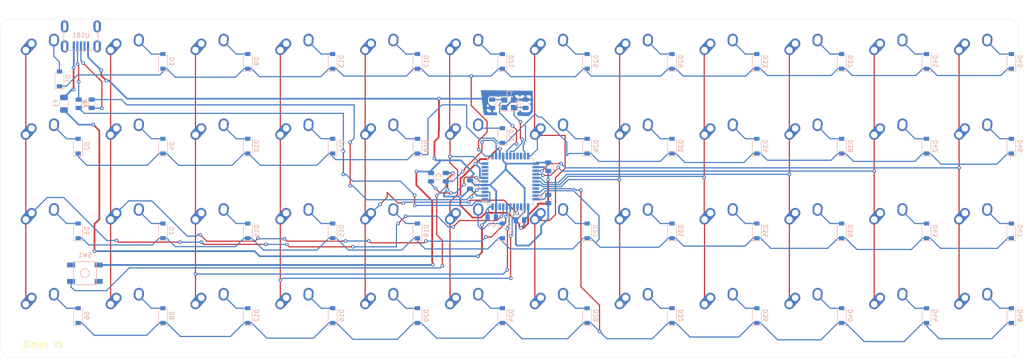
<source format=kicad_pcb>
(kicad_pcb (version 20171130) (host pcbnew "(5.1.4)-1")
  (layers (0 F.Cu signal) (31 B.Cu signal) (34 B.Paste user) (35 F.Paste user) (36 B.SilkS user) (37 F.SilkS user) (38 B.Mask user) (39 F.Mask user) (44 Edge.Cuts user))
  (net 0 "")
  (net 1 GND)
  (net 2 +5V)
  (net 3 "Net-(C5-Pad2)")
  (net 4 "Net-(C6-Pad2)")
  (net 5 "Net-(C7-Pad1)")
  (net 6 "Net-(D1-Pad2)")
  (net 7 row0)
  (net 8 "Net-(D2-Pad2)")
  (net 9 row1)
  (net 10 "Net-(D3-Pad2)")
  (net 11 "Net-(D4-Pad2)")
  (net 12 VCC)
  (net 13 col0)
  (net 14 col1)
  (net 15 D-)
  (net 16 "Net-(R1-Pad1)")
  (net 17 D+)
  (net 18 "Net-(R2-Pad1)")
  (net 19 "Net-(R3-Pad1)")
  (net 20 "Net-(R4-Pad1)")
  (net 21 "Net-(U1-Pad42)")
  (net 22 "Net-(U1-Pad36)")
  (net 23 "Net-(U1-Pad30)")
  (net 24 "Net-(U1-Pad20)")
  (net 25 "Net-(U1-Pad19)")
  (net 26 "Net-(U1-Pad18)")
  (net 27 "Net-(U1-Pad10)")
  (net 28 "Net-(U1-Pad9)")
  (net 29 "Net-(U1-Pad8)")
  (net 30 "Net-(U1-Pad1)")
  (net 31 "Net-(USB1-Pad2)")
  (net 32 "Net-(D5-Pad2)")
  (net 33 row2)
  (net 34 "Net-(D6-Pad2)")
  (net 35 row3)
  (net 36 "Net-(D7-Pad2)")
  (net 37 "Net-(D8-Pad2)")
  (net 38 "Net-(D9-Pad2)")
  (net 39 "Net-(D10-Pad2)")
  (net 40 "Net-(D11-Pad2)")
  (net 41 "Net-(D12-Pad2)")
  (net 42 "Net-(D13-Pad2)")
  (net 43 "Net-(D14-Pad2)")
  (net 44 "Net-(D15-Pad2)")
  (net 45 "Net-(D16-Pad2)")
  (net 46 "Net-(D17-Pad2)")
  (net 47 "Net-(D18-Pad2)")
  (net 48 "Net-(D19-Pad2)")
  (net 49 "Net-(D20-Pad2)")
  (net 50 "Net-(D21-Pad2)")
  (net 51 "Net-(D22-Pad2)")
  (net 52 "Net-(D23-Pad2)")
  (net 53 "Net-(D24-Pad2)")
  (net 54 "Net-(D25-Pad2)")
  (net 55 "Net-(D26-Pad2)")
  (net 56 "Net-(D27-Pad2)")
  (net 57 "Net-(D28-Pad2)")
  (net 58 "Net-(D29-Pad2)")
  (net 59 "Net-(D30-Pad2)")
  (net 60 "Net-(D31-Pad2)")
  (net 61 "Net-(D32-Pad2)")
  (net 62 "Net-(D33-Pad2)")
  (net 63 "Net-(D34-Pad2)")
  (net 64 "Net-(D35-Pad2)")
  (net 65 "Net-(D36-Pad2)")
  (net 66 "Net-(D37-Pad2)")
  (net 67 "Net-(D38-Pad2)")
  (net 68 "Net-(D39-Pad2)")
  (net 69 "Net-(D40-Pad2)")
  (net 70 "Net-(D41-Pad2)")
  (net 71 "Net-(D42-Pad2)")
  (net 72 "Net-(D43-Pad2)")
  (net 73 "Net-(D44-Pad2)")
  (net 74 "Net-(D45-Pad2)")
  (net 75 "Net-(D46-Pad2)")
  (net 76 "Net-(D47-Pad2)")
  (net 77 "Net-(D48-Pad2)")
  (net 78 col2)
  (net 79 col3)
  (net 80 col4)
  (net 81 col5)
  (net 82 col6)
  (net 83 col7)
  (net 84 col8)
  (net 85 col9)
  (net 86 col10)
  (net 87 col11)
  (module MX_Alps_Hybrid1:MX-1U-NoLED (layer F.Cu) (at 248.8565 129.54)
    (fp_text reference MX48)
    (fp_text value MX-NoLED)
    (pad "" np_thru_hole circle (at 5.08 0 48.0996) (size 1.75 1.75) (drill 1.75) (layers *.Cu *.Mask))
    (pad "" np_thru_hole circle (at -5.08 0 48.0996) (size 1.75 1.75) (drill 1.75) (layers *.Cu *.Mask))
    (pad 1 thru_hole circle (at -2.5 -4) (size 2.25 2.25) (drill 1.47) (layers *.Cu B.Mask) (net 87 col11))
    (pad "" np_thru_hole circle (at 0 0) (size 3.9878 3.9878) (drill 3.9878) (layers *.Cu *.Mask))
    (pad 1 thru_hole oval (at -3.81 -2.54 48.0996) (size 4.211556 2.25) (drill 1.47 (offset 0.980778 0)) (layers *.Cu B.Mask) (net 87 col11))
    (pad 2 thru_hole circle (at 2.54 -5.08) (size 2.25 2.25) (drill 1.47) (layers *.Cu B.Mask) (net 77 "Net-(D48-Pad2)"))
    (pad 2 thru_hole oval (at 2.5 -4.5 86.0548) (size 2.831378 2.25) (drill 1.47 (offset 0.290689 0)) (layers *.Cu B.Mask) (net 77 "Net-(D48-Pad2)"))
  )
  (module MX_Alps_Hybrid1:MX-1U-NoLED (layer F.Cu) (at 248.8565 110.49)
    (fp_text reference MX47)
    (fp_text value MX-NoLED)
    (pad "" np_thru_hole circle (at 5.08 0 48.0996) (size 1.75 1.75) (drill 1.75) (layers *.Cu *.Mask))
    (pad "" np_thru_hole circle (at -5.08 0 48.0996) (size 1.75 1.75) (drill 1.75) (layers *.Cu *.Mask))
    (pad 1 thru_hole circle (at -2.5 -4) (size 2.25 2.25) (drill 1.47) (layers *.Cu B.Mask) (net 87 col11))
    (pad "" np_thru_hole circle (at 0 0) (size 3.9878 3.9878) (drill 3.9878) (layers *.Cu *.Mask))
    (pad 1 thru_hole oval (at -3.81 -2.54 48.0996) (size 4.211556 2.25) (drill 1.47 (offset 0.980778 0)) (layers *.Cu B.Mask) (net 87 col11))
    (pad 2 thru_hole circle (at 2.54 -5.08) (size 2.25 2.25) (drill 1.47) (layers *.Cu B.Mask) (net 76 "Net-(D47-Pad2)"))
    (pad 2 thru_hole oval (at 2.5 -4.5 86.0548) (size 2.831378 2.25) (drill 1.47 (offset 0.290689 0)) (layers *.Cu B.Mask) (net 76 "Net-(D47-Pad2)"))
  )
  (module MX_Alps_Hybrid1:MX-1U-NoLED (layer F.Cu) (at 248.8565 91.44)
    (fp_text reference MX46)
    (fp_text value MX-NoLED)
    (pad "" np_thru_hole circle (at 5.08 0 48.0996) (size 1.75 1.75) (drill 1.75) (layers *.Cu *.Mask))
    (pad "" np_thru_hole circle (at -5.08 0 48.0996) (size 1.75 1.75) (drill 1.75) (layers *.Cu *.Mask))
    (pad 1 thru_hole circle (at -2.5 -4) (size 2.25 2.25) (drill 1.47) (layers *.Cu B.Mask) (net 87 col11))
    (pad "" np_thru_hole circle (at 0 0) (size 3.9878 3.9878) (drill 3.9878) (layers *.Cu *.Mask))
    (pad 1 thru_hole oval (at -3.81 -2.54 48.0996) (size 4.211556 2.25) (drill 1.47 (offset 0.980778 0)) (layers *.Cu B.Mask) (net 87 col11))
    (pad 2 thru_hole circle (at 2.54 -5.08) (size 2.25 2.25) (drill 1.47) (layers *.Cu B.Mask) (net 75 "Net-(D46-Pad2)"))
    (pad 2 thru_hole oval (at 2.5 -4.5 86.0548) (size 2.831378 2.25) (drill 1.47 (offset 0.290689 0)) (layers *.Cu B.Mask) (net 75 "Net-(D46-Pad2)"))
  )
  (module MX_Alps_Hybrid1:MX-1U-NoLED (layer F.Cu) (at 248.8565 72.39)
    (fp_text reference MX45)
    (fp_text value MX-NoLED)
    (pad "" np_thru_hole circle (at 5.08 0 48.0996) (size 1.75 1.75) (drill 1.75) (layers *.Cu *.Mask))
    (pad "" np_thru_hole circle (at -5.08 0 48.0996) (size 1.75 1.75) (drill 1.75) (layers *.Cu *.Mask))
    (pad 1 thru_hole circle (at -2.5 -4) (size 2.25 2.25) (drill 1.47) (layers *.Cu B.Mask) (net 87 col11))
    (pad "" np_thru_hole circle (at 0 0) (size 3.9878 3.9878) (drill 3.9878) (layers *.Cu *.Mask))
    (pad 1 thru_hole oval (at -3.81 -2.54 48.0996) (size 4.211556 2.25) (drill 1.47 (offset 0.980778 0)) (layers *.Cu B.Mask) (net 87 col11))
    (pad 2 thru_hole circle (at 2.54 -5.08) (size 2.25 2.25) (drill 1.47) (layers *.Cu B.Mask) (net 74 "Net-(D45-Pad2)"))
    (pad 2 thru_hole oval (at 2.5 -4.5 86.0548) (size 2.831378 2.25) (drill 1.47 (offset 0.290689 0)) (layers *.Cu B.Mask) (net 74 "Net-(D45-Pad2)"))
  )
  (module MX_Alps_Hybrid1:MX-1U-NoLED (layer F.Cu) (at 229.8065 129.54)
    (fp_text reference MX44)
    (fp_text value MX-NoLED)
    (pad "" np_thru_hole circle (at 5.08 0 48.0996) (size 1.75 1.75) (drill 1.75) (layers *.Cu *.Mask))
    (pad "" np_thru_hole circle (at -5.08 0 48.0996) (size 1.75 1.75) (drill 1.75) (layers *.Cu *.Mask))
    (pad 1 thru_hole circle (at -2.5 -4) (size 2.25 2.25) (drill 1.47) (layers *.Cu B.Mask) (net 86 col10))
    (pad "" np_thru_hole circle (at 0 0) (size 3.9878 3.9878) (drill 3.9878) (layers *.Cu *.Mask))
    (pad 1 thru_hole oval (at -3.81 -2.54 48.0996) (size 4.211556 2.25) (drill 1.47 (offset 0.980778 0)) (layers *.Cu B.Mask) (net 86 col10))
    (pad 2 thru_hole circle (at 2.54 -5.08) (size 2.25 2.25) (drill 1.47) (layers *.Cu B.Mask) (net 73 "Net-(D44-Pad2)"))
    (pad 2 thru_hole oval (at 2.5 -4.5 86.0548) (size 2.831378 2.25) (drill 1.47 (offset 0.290689 0)) (layers *.Cu B.Mask) (net 73 "Net-(D44-Pad2)"))
  )
  (module MX_Alps_Hybrid1:MX-1U-NoLED (layer F.Cu) (at 229.8065 110.49)
    (fp_text reference MX43)
    (fp_text value MX-NoLED)
    (pad "" np_thru_hole circle (at 5.08 0 48.0996) (size 1.75 1.75) (drill 1.75) (layers *.Cu *.Mask))
    (pad "" np_thru_hole circle (at -5.08 0 48.0996) (size 1.75 1.75) (drill 1.75) (layers *.Cu *.Mask))
    (pad 1 thru_hole circle (at -2.5 -4) (size 2.25 2.25) (drill 1.47) (layers *.Cu B.Mask) (net 86 col10))
    (pad "" np_thru_hole circle (at 0 0) (size 3.9878 3.9878) (drill 3.9878) (layers *.Cu *.Mask))
    (pad 1 thru_hole oval (at -3.81 -2.54 48.0996) (size 4.211556 2.25) (drill 1.47 (offset 0.980778 0)) (layers *.Cu B.Mask) (net 86 col10))
    (pad 2 thru_hole circle (at 2.54 -5.08) (size 2.25 2.25) (drill 1.47) (layers *.Cu B.Mask) (net 72 "Net-(D43-Pad2)"))
    (pad 2 thru_hole oval (at 2.5 -4.5 86.0548) (size 2.831378 2.25) (drill 1.47 (offset 0.290689 0)) (layers *.Cu B.Mask) (net 72 "Net-(D43-Pad2)"))
  )
  (module MX_Alps_Hybrid1:MX-1U-NoLED (layer F.Cu) (at 229.8065 91.44)
    (fp_text reference MX42)
    (fp_text value MX-NoLED)
    (pad "" np_thru_hole circle (at 5.08 0 48.0996) (size 1.75 1.75) (drill 1.75) (layers *.Cu *.Mask))
    (pad "" np_thru_hole circle (at -5.08 0 48.0996) (size 1.75 1.75) (drill 1.75) (layers *.Cu *.Mask))
    (pad 1 thru_hole circle (at -2.5 -4) (size 2.25 2.25) (drill 1.47) (layers *.Cu B.Mask) (net 86 col10))
    (pad "" np_thru_hole circle (at 0 0) (size 3.9878 3.9878) (drill 3.9878) (layers *.Cu *.Mask))
    (pad 1 thru_hole oval (at -3.81 -2.54 48.0996) (size 4.211556 2.25) (drill 1.47 (offset 0.980778 0)) (layers *.Cu B.Mask) (net 86 col10))
    (pad 2 thru_hole circle (at 2.54 -5.08) (size 2.25 2.25) (drill 1.47) (layers *.Cu B.Mask) (net 71 "Net-(D42-Pad2)"))
    (pad 2 thru_hole oval (at 2.5 -4.5 86.0548) (size 2.831378 2.25) (drill 1.47 (offset 0.290689 0)) (layers *.Cu B.Mask) (net 71 "Net-(D42-Pad2)"))
  )
  (module MX_Alps_Hybrid1:MX-1U-NoLED (layer F.Cu) (at 229.8065 72.39)
    (fp_text reference MX41)
    (fp_text value MX-NoLED)
    (pad "" np_thru_hole circle (at 5.08 0 48.0996) (size 1.75 1.75) (drill 1.75) (layers *.Cu *.Mask))
    (pad "" np_thru_hole circle (at -5.08 0 48.0996) (size 1.75 1.75) (drill 1.75) (layers *.Cu *.Mask))
    (pad 1 thru_hole circle (at -2.5 -4) (size 2.25 2.25) (drill 1.47) (layers *.Cu B.Mask) (net 86 col10))
    (pad "" np_thru_hole circle (at 0 0) (size 3.9878 3.9878) (drill 3.9878) (layers *.Cu *.Mask))
    (pad 1 thru_hole oval (at -3.81 -2.54 48.0996) (size 4.211556 2.25) (drill 1.47 (offset 0.980778 0)) (layers *.Cu B.Mask) (net 86 col10))
    (pad 2 thru_hole circle (at 2.54 -5.08) (size 2.25 2.25) (drill 1.47) (layers *.Cu B.Mask) (net 70 "Net-(D41-Pad2)"))
    (pad 2 thru_hole oval (at 2.5 -4.5 86.0548) (size 2.831378 2.25) (drill 1.47 (offset 0.290689 0)) (layers *.Cu B.Mask) (net 70 "Net-(D41-Pad2)"))
  )
  (module MX_Alps_Hybrid1:MX-1U-NoLED (layer F.Cu) (at 210.7565 129.54)
    (fp_text reference MX40)
    (fp_text value MX-NoLED)
    (pad "" np_thru_hole circle (at 5.08 0 48.0996) (size 1.75 1.75) (drill 1.75) (layers *.Cu *.Mask))
    (pad "" np_thru_hole circle (at -5.08 0 48.0996) (size 1.75 1.75) (drill 1.75) (layers *.Cu *.Mask))
    (pad 1 thru_hole circle (at -2.5 -4) (size 2.25 2.25) (drill 1.47) (layers *.Cu B.Mask) (net 85 col9))
    (pad "" np_thru_hole circle (at 0 0) (size 3.9878 3.9878) (drill 3.9878) (layers *.Cu *.Mask))
    (pad 1 thru_hole oval (at -3.81 -2.54 48.0996) (size 4.211556 2.25) (drill 1.47 (offset 0.980778 0)) (layers *.Cu B.Mask) (net 85 col9))
    (pad 2 thru_hole circle (at 2.54 -5.08) (size 2.25 2.25) (drill 1.47) (layers *.Cu B.Mask) (net 69 "Net-(D40-Pad2)"))
    (pad 2 thru_hole oval (at 2.5 -4.5 86.0548) (size 2.831378 2.25) (drill 1.47 (offset 0.290689 0)) (layers *.Cu B.Mask) (net 69 "Net-(D40-Pad2)"))
  )
  (module MX_Alps_Hybrid1:MX-1U-NoLED (layer F.Cu) (at 210.7565 110.49)
    (fp_text reference MX39)
    (fp_text value MX-NoLED)
    (pad "" np_thru_hole circle (at 5.08 0 48.0996) (size 1.75 1.75) (drill 1.75) (layers *.Cu *.Mask))
    (pad "" np_thru_hole circle (at -5.08 0 48.0996) (size 1.75 1.75) (drill 1.75) (layers *.Cu *.Mask))
    (pad 1 thru_hole circle (at -2.5 -4) (size 2.25 2.25) (drill 1.47) (layers *.Cu B.Mask) (net 85 col9))
    (pad "" np_thru_hole circle (at 0 0) (size 3.9878 3.9878) (drill 3.9878) (layers *.Cu *.Mask))
    (pad 1 thru_hole oval (at -3.81 -2.54 48.0996) (size 4.211556 2.25) (drill 1.47 (offset 0.980778 0)) (layers *.Cu B.Mask) (net 85 col9))
    (pad 2 thru_hole circle (at 2.54 -5.08) (size 2.25 2.25) (drill 1.47) (layers *.Cu B.Mask) (net 68 "Net-(D39-Pad2)"))
    (pad 2 thru_hole oval (at 2.5 -4.5 86.0548) (size 2.831378 2.25) (drill 1.47 (offset 0.290689 0)) (layers *.Cu B.Mask) (net 68 "Net-(D39-Pad2)"))
  )
  (module MX_Alps_Hybrid1:MX-1U-NoLED (layer F.Cu) (at 210.7565 91.44)
    (fp_text reference MX38)
    (fp_text value MX-NoLED)
    (pad "" np_thru_hole circle (at 5.08 0 48.0996) (size 1.75 1.75) (drill 1.75) (layers *.Cu *.Mask))
    (pad "" np_thru_hole circle (at -5.08 0 48.0996) (size 1.75 1.75) (drill 1.75) (layers *.Cu *.Mask))
    (pad 1 thru_hole circle (at -2.5 -4) (size 2.25 2.25) (drill 1.47) (layers *.Cu B.Mask) (net 85 col9))
    (pad "" np_thru_hole circle (at 0 0) (size 3.9878 3.9878) (drill 3.9878) (layers *.Cu *.Mask))
    (pad 1 thru_hole oval (at -3.81 -2.54 48.0996) (size 4.211556 2.25) (drill 1.47 (offset 0.980778 0)) (layers *.Cu B.Mask) (net 85 col9))
    (pad 2 thru_hole circle (at 2.54 -5.08) (size 2.25 2.25) (drill 1.47) (layers *.Cu B.Mask) (net 67 "Net-(D38-Pad2)"))
    (pad 2 thru_hole oval (at 2.5 -4.5 86.0548) (size 2.831378 2.25) (drill 1.47 (offset 0.290689 0)) (layers *.Cu B.Mask) (net 67 "Net-(D38-Pad2)"))
  )
  (module MX_Alps_Hybrid1:MX-1U-NoLED (layer F.Cu) (at 210.7565 72.39)
    (fp_text reference MX37)
    (fp_text value MX-NoLED)
    (pad "" np_thru_hole circle (at 5.08 0 48.0996) (size 1.75 1.75) (drill 1.75) (layers *.Cu *.Mask))
    (pad "" np_thru_hole circle (at -5.08 0 48.0996) (size 1.75 1.75) (drill 1.75) (layers *.Cu *.Mask))
    (pad 1 thru_hole circle (at -2.5 -4) (size 2.25 2.25) (drill 1.47) (layers *.Cu B.Mask) (net 85 col9))
    (pad "" np_thru_hole circle (at 0 0) (size 3.9878 3.9878) (drill 3.9878) (layers *.Cu *.Mask))
    (pad 1 thru_hole oval (at -3.81 -2.54 48.0996) (size 4.211556 2.25) (drill 1.47 (offset 0.980778 0)) (layers *.Cu B.Mask) (net 85 col9))
    (pad 2 thru_hole circle (at 2.54 -5.08) (size 2.25 2.25) (drill 1.47) (layers *.Cu B.Mask) (net 66 "Net-(D37-Pad2)"))
    (pad 2 thru_hole oval (at 2.5 -4.5 86.0548) (size 2.831378 2.25) (drill 1.47 (offset 0.290689 0)) (layers *.Cu B.Mask) (net 66 "Net-(D37-Pad2)"))
  )
  (module MX_Alps_Hybrid1:MX-1U-NoLED (layer F.Cu) (at 191.7065 129.54)
    (fp_text reference MX36)
    (fp_text value MX-NoLED)
    (pad "" np_thru_hole circle (at 5.08 0 48.0996) (size 1.75 1.75) (drill 1.75) (layers *.Cu *.Mask))
    (pad "" np_thru_hole circle (at -5.08 0 48.0996) (size 1.75 1.75) (drill 1.75) (layers *.Cu *.Mask))
    (pad 1 thru_hole circle (at -2.5 -4) (size 2.25 2.25) (drill 1.47) (layers *.Cu B.Mask) (net 84 col8))
    (pad "" np_thru_hole circle (at 0 0) (size 3.9878 3.9878) (drill 3.9878) (layers *.Cu *.Mask))
    (pad 1 thru_hole oval (at -3.81 -2.54 48.0996) (size 4.211556 2.25) (drill 1.47 (offset 0.980778 0)) (layers *.Cu B.Mask) (net 84 col8))
    (pad 2 thru_hole circle (at 2.54 -5.08) (size 2.25 2.25) (drill 1.47) (layers *.Cu B.Mask) (net 65 "Net-(D36-Pad2)"))
    (pad 2 thru_hole oval (at 2.5 -4.5 86.0548) (size 2.831378 2.25) (drill 1.47 (offset 0.290689 0)) (layers *.Cu B.Mask) (net 65 "Net-(D36-Pad2)"))
  )
  (module MX_Alps_Hybrid1:MX-1U-NoLED (layer F.Cu) (at 191.7065 110.49)
    (fp_text reference MX35)
    (fp_text value MX-NoLED)
    (pad "" np_thru_hole circle (at 5.08 0 48.0996) (size 1.75 1.75) (drill 1.75) (layers *.Cu *.Mask))
    (pad "" np_thru_hole circle (at -5.08 0 48.0996) (size 1.75 1.75) (drill 1.75) (layers *.Cu *.Mask))
    (pad 1 thru_hole circle (at -2.5 -4) (size 2.25 2.25) (drill 1.47) (layers *.Cu B.Mask) (net 84 col8))
    (pad "" np_thru_hole circle (at 0 0) (size 3.9878 3.9878) (drill 3.9878) (layers *.Cu *.Mask))
    (pad 1 thru_hole oval (at -3.81 -2.54 48.0996) (size 4.211556 2.25) (drill 1.47 (offset 0.980778 0)) (layers *.Cu B.Mask) (net 84 col8))
    (pad 2 thru_hole circle (at 2.54 -5.08) (size 2.25 2.25) (drill 1.47) (layers *.Cu B.Mask) (net 64 "Net-(D35-Pad2)"))
    (pad 2 thru_hole oval (at 2.5 -4.5 86.0548) (size 2.831378 2.25) (drill 1.47 (offset 0.290689 0)) (layers *.Cu B.Mask) (net 64 "Net-(D35-Pad2)"))
  )
  (module MX_Alps_Hybrid1:MX-1U-NoLED (layer F.Cu) (at 191.7065 91.44)
    (fp_text reference MX34)
    (fp_text value MX-NoLED)
    (pad "" np_thru_hole circle (at 5.08 0 48.0996) (size 1.75 1.75) (drill 1.75) (layers *.Cu *.Mask))
    (pad "" np_thru_hole circle (at -5.08 0 48.0996) (size 1.75 1.75) (drill 1.75) (layers *.Cu *.Mask))
    (pad 1 thru_hole circle (at -2.5 -4) (size 2.25 2.25) (drill 1.47) (layers *.Cu B.Mask) (net 84 col8))
    (pad "" np_thru_hole circle (at 0 0) (size 3.9878 3.9878) (drill 3.9878) (layers *.Cu *.Mask))
    (pad 1 thru_hole oval (at -3.81 -2.54 48.0996) (size 4.211556 2.25) (drill 1.47 (offset 0.980778 0)) (layers *.Cu B.Mask) (net 84 col8))
    (pad 2 thru_hole circle (at 2.54 -5.08) (size 2.25 2.25) (drill 1.47) (layers *.Cu B.Mask) (net 63 "Net-(D34-Pad2)"))
    (pad 2 thru_hole oval (at 2.5 -4.5 86.0548) (size 2.831378 2.25) (drill 1.47 (offset 0.290689 0)) (layers *.Cu B.Mask) (net 63 "Net-(D34-Pad2)"))
  )
  (module MX_Alps_Hybrid1:MX-1U-NoLED (layer F.Cu) (at 191.7065 72.39)
    (fp_text reference MX33)
    (fp_text value MX-NoLED)
    (pad "" np_thru_hole circle (at 5.08 0 48.0996) (size 1.75 1.75) (drill 1.75) (layers *.Cu *.Mask))
    (pad "" np_thru_hole circle (at -5.08 0 48.0996) (size 1.75 1.75) (drill 1.75) (layers *.Cu *.Mask))
    (pad 1 thru_hole circle (at -2.5 -4) (size 2.25 2.25) (drill 1.47) (layers *.Cu B.Mask) (net 84 col8))
    (pad "" np_thru_hole circle (at 0 0) (size 3.9878 3.9878) (drill 3.9878) (layers *.Cu *.Mask))
    (pad 1 thru_hole oval (at -3.81 -2.54 48.0996) (size 4.211556 2.25) (drill 1.47 (offset 0.980778 0)) (layers *.Cu B.Mask) (net 84 col8))
    (pad 2 thru_hole circle (at 2.54 -5.08) (size 2.25 2.25) (drill 1.47) (layers *.Cu B.Mask) (net 62 "Net-(D33-Pad2)"))
    (pad 2 thru_hole oval (at 2.5 -4.5 86.0548) (size 2.831378 2.25) (drill 1.47 (offset 0.290689 0)) (layers *.Cu B.Mask) (net 62 "Net-(D33-Pad2)"))
  )
  (module MX_Alps_Hybrid1:MX-1U-NoLED (layer F.Cu) (at 172.6565 129.54)
    (fp_text reference MX32)
    (fp_text value MX-NoLED)
    (pad "" np_thru_hole circle (at 5.08 0 48.0996) (size 1.75 1.75) (drill 1.75) (layers *.Cu *.Mask))
    (pad "" np_thru_hole circle (at -5.08 0 48.0996) (size 1.75 1.75) (drill 1.75) (layers *.Cu *.Mask))
    (pad 1 thru_hole circle (at -2.5 -4) (size 2.25 2.25) (drill 1.47) (layers *.Cu B.Mask) (net 83 col7))
    (pad "" np_thru_hole circle (at 0 0) (size 3.9878 3.9878) (drill 3.9878) (layers *.Cu *.Mask))
    (pad 1 thru_hole oval (at -3.81 -2.54 48.0996) (size 4.211556 2.25) (drill 1.47 (offset 0.980778 0)) (layers *.Cu B.Mask) (net 83 col7))
    (pad 2 thru_hole circle (at 2.54 -5.08) (size 2.25 2.25) (drill 1.47) (layers *.Cu B.Mask) (net 61 "Net-(D32-Pad2)"))
    (pad 2 thru_hole oval (at 2.5 -4.5 86.0548) (size 2.831378 2.25) (drill 1.47 (offset 0.290689 0)) (layers *.Cu B.Mask) (net 61 "Net-(D32-Pad2)"))
  )
  (module MX_Alps_Hybrid1:MX-1U-NoLED (layer F.Cu) (at 172.6565 110.49)
    (fp_text reference MX31)
    (fp_text value MX-NoLED)
    (pad "" np_thru_hole circle (at 5.08 0 48.0996) (size 1.75 1.75) (drill 1.75) (layers *.Cu *.Mask))
    (pad "" np_thru_hole circle (at -5.08 0 48.0996) (size 1.75 1.75) (drill 1.75) (layers *.Cu *.Mask))
    (pad 1 thru_hole circle (at -2.5 -4) (size 2.25 2.25) (drill 1.47) (layers *.Cu B.Mask) (net 83 col7))
    (pad "" np_thru_hole circle (at 0 0) (size 3.9878 3.9878) (drill 3.9878) (layers *.Cu *.Mask))
    (pad 1 thru_hole oval (at -3.81 -2.54 48.0996) (size 4.211556 2.25) (drill 1.47 (offset 0.980778 0)) (layers *.Cu B.Mask) (net 83 col7))
    (pad 2 thru_hole circle (at 2.54 -5.08) (size 2.25 2.25) (drill 1.47) (layers *.Cu B.Mask) (net 60 "Net-(D31-Pad2)"))
    (pad 2 thru_hole oval (at 2.5 -4.5 86.0548) (size 2.831378 2.25) (drill 1.47 (offset 0.290689 0)) (layers *.Cu B.Mask) (net 60 "Net-(D31-Pad2)"))
  )
  (module MX_Alps_Hybrid1:MX-1U-NoLED (layer F.Cu) (at 172.6565 91.44)
    (fp_text reference MX30)
    (fp_text value MX-NoLED)
    (pad "" np_thru_hole circle (at 5.08 0 48.0996) (size 1.75 1.75) (drill 1.75) (layers *.Cu *.Mask))
    (pad "" np_thru_hole circle (at -5.08 0 48.0996) (size 1.75 1.75) (drill 1.75) (layers *.Cu *.Mask))
    (pad 1 thru_hole circle (at -2.5 -4) (size 2.25 2.25) (drill 1.47) (layers *.Cu B.Mask) (net 83 col7))
    (pad "" np_thru_hole circle (at 0 0) (size 3.9878 3.9878) (drill 3.9878) (layers *.Cu *.Mask))
    (pad 1 thru_hole oval (at -3.81 -2.54 48.0996) (size 4.211556 2.25) (drill 1.47 (offset 0.980778 0)) (layers *.Cu B.Mask) (net 83 col7))
    (pad 2 thru_hole circle (at 2.54 -5.08) (size 2.25 2.25) (drill 1.47) (layers *.Cu B.Mask) (net 59 "Net-(D30-Pad2)"))
    (pad 2 thru_hole oval (at 2.5 -4.5 86.0548) (size 2.831378 2.25) (drill 1.47 (offset 0.290689 0)) (layers *.Cu B.Mask) (net 59 "Net-(D30-Pad2)"))
  )
  (module MX_Alps_Hybrid1:MX-1U-NoLED (layer F.Cu) (at 172.6565 72.39)
    (fp_text reference MX29)
    (fp_text value MX-NoLED)
    (pad "" np_thru_hole circle (at 5.08 0 48.0996) (size 1.75 1.75) (drill 1.75) (layers *.Cu *.Mask))
    (pad "" np_thru_hole circle (at -5.08 0 48.0996) (size 1.75 1.75) (drill 1.75) (layers *.Cu *.Mask))
    (pad 1 thru_hole circle (at -2.5 -4) (size 2.25 2.25) (drill 1.47) (layers *.Cu B.Mask) (net 83 col7))
    (pad "" np_thru_hole circle (at 0 0) (size 3.9878 3.9878) (drill 3.9878) (layers *.Cu *.Mask))
    (pad 1 thru_hole oval (at -3.81 -2.54 48.0996) (size 4.211556 2.25) (drill 1.47 (offset 0.980778 0)) (layers *.Cu B.Mask) (net 83 col7))
    (pad 2 thru_hole circle (at 2.54 -5.08) (size 2.25 2.25) (drill 1.47) (layers *.Cu B.Mask) (net 58 "Net-(D29-Pad2)"))
    (pad 2 thru_hole oval (at 2.5 -4.5 86.0548) (size 2.831378 2.25) (drill 1.47 (offset 0.290689 0)) (layers *.Cu B.Mask) (net 58 "Net-(D29-Pad2)"))
  )
  (module MX_Alps_Hybrid1:MX-1U-NoLED (layer F.Cu) (at 153.6065 129.54)
    (fp_text reference MX28)
    (fp_text value MX-NoLED)
    (pad "" np_thru_hole circle (at 5.08 0 48.0996) (size 1.75 1.75) (drill 1.75) (layers *.Cu *.Mask))
    (pad "" np_thru_hole circle (at -5.08 0 48.0996) (size 1.75 1.75) (drill 1.75) (layers *.Cu *.Mask))
    (pad 1 thru_hole circle (at -2.5 -4) (size 2.25 2.25) (drill 1.47) (layers *.Cu B.Mask) (net 82 col6))
    (pad "" np_thru_hole circle (at 0 0) (size 3.9878 3.9878) (drill 3.9878) (layers *.Cu *.Mask))
    (pad 1 thru_hole oval (at -3.81 -2.54 48.0996) (size 4.211556 2.25) (drill 1.47 (offset 0.980778 0)) (layers *.Cu B.Mask) (net 82 col6))
    (pad 2 thru_hole circle (at 2.54 -5.08) (size 2.25 2.25) (drill 1.47) (layers *.Cu B.Mask) (net 57 "Net-(D28-Pad2)"))
    (pad 2 thru_hole oval (at 2.5 -4.5 86.0548) (size 2.831378 2.25) (drill 1.47 (offset 0.290689 0)) (layers *.Cu B.Mask) (net 57 "Net-(D28-Pad2)"))
  )
  (module MX_Alps_Hybrid1:MX-1U-NoLED (layer F.Cu) (at 153.6065 110.49)
    (fp_text reference MX27)
    (fp_text value MX-NoLED)
    (pad "" np_thru_hole circle (at 5.08 0 48.0996) (size 1.75 1.75) (drill 1.75) (layers *.Cu *.Mask))
    (pad "" np_thru_hole circle (at -5.08 0 48.0996) (size 1.75 1.75) (drill 1.75) (layers *.Cu *.Mask))
    (pad 1 thru_hole circle (at -2.5 -4) (size 2.25 2.25) (drill 1.47) (layers *.Cu B.Mask) (net 82 col6))
    (pad "" np_thru_hole circle (at 0 0) (size 3.9878 3.9878) (drill 3.9878) (layers *.Cu *.Mask))
    (pad 1 thru_hole oval (at -3.81 -2.54 48.0996) (size 4.211556 2.25) (drill 1.47 (offset 0.980778 0)) (layers *.Cu B.Mask) (net 82 col6))
    (pad 2 thru_hole circle (at 2.54 -5.08) (size 2.25 2.25) (drill 1.47) (layers *.Cu B.Mask) (net 56 "Net-(D27-Pad2)"))
    (pad 2 thru_hole oval (at 2.5 -4.5 86.0548) (size 2.831378 2.25) (drill 1.47 (offset 0.290689 0)) (layers *.Cu B.Mask) (net 56 "Net-(D27-Pad2)"))
  )
  (module MX_Alps_Hybrid1:MX-1U-NoLED (layer F.Cu) (at 153.6065 91.44)
    (fp_text reference MX26)
    (fp_text value MX-NoLED)
    (pad "" np_thru_hole circle (at 5.08 0 48.0996) (size 1.75 1.75) (drill 1.75) (layers *.Cu *.Mask))
    (pad "" np_thru_hole circle (at -5.08 0 48.0996) (size 1.75 1.75) (drill 1.75) (layers *.Cu *.Mask))
    (pad 1 thru_hole circle (at -2.5 -4) (size 2.25 2.25) (drill 1.47) (layers *.Cu B.Mask) (net 82 col6))
    (pad "" np_thru_hole circle (at 0 0) (size 3.9878 3.9878) (drill 3.9878) (layers *.Cu *.Mask))
    (pad 1 thru_hole oval (at -3.81 -2.54 48.0996) (size 4.211556 2.25) (drill 1.47 (offset 0.980778 0)) (layers *.Cu B.Mask) (net 82 col6))
    (pad 2 thru_hole circle (at 2.54 -5.08) (size 2.25 2.25) (drill 1.47) (layers *.Cu B.Mask) (net 55 "Net-(D26-Pad2)"))
    (pad 2 thru_hole oval (at 2.5 -4.5 86.0548) (size 2.831378 2.25) (drill 1.47 (offset 0.290689 0)) (layers *.Cu B.Mask) (net 55 "Net-(D26-Pad2)"))
  )
  (module MX_Alps_Hybrid1:MX-1U-NoLED (layer F.Cu) (at 153.6065 72.39)
    (fp_text reference MX25)
    (fp_text value MX-NoLED)
    (pad "" np_thru_hole circle (at 5.08 0 48.0996) (size 1.75 1.75) (drill 1.75) (layers *.Cu *.Mask))
    (pad "" np_thru_hole circle (at -5.08 0 48.0996) (size 1.75 1.75) (drill 1.75) (layers *.Cu *.Mask))
    (pad 1 thru_hole circle (at -2.5 -4) (size 2.25 2.25) (drill 1.47) (layers *.Cu B.Mask) (net 82 col6))
    (pad "" np_thru_hole circle (at 0 0) (size 3.9878 3.9878) (drill 3.9878) (layers *.Cu *.Mask))
    (pad 1 thru_hole oval (at -3.81 -2.54 48.0996) (size 4.211556 2.25) (drill 1.47 (offset 0.980778 0)) (layers *.Cu B.Mask) (net 82 col6))
    (pad 2 thru_hole circle (at 2.54 -5.08) (size 2.25 2.25) (drill 1.47) (layers *.Cu B.Mask) (net 54 "Net-(D25-Pad2)"))
    (pad 2 thru_hole oval (at 2.5 -4.5 86.0548) (size 2.831378 2.25) (drill 1.47 (offset 0.290689 0)) (layers *.Cu B.Mask) (net 54 "Net-(D25-Pad2)"))
  )
  (module MX_Alps_Hybrid1:MX-1U-NoLED (layer F.Cu) (at 134.5565 129.54)
    (fp_text reference MX24)
    (fp_text value MX-NoLED)
    (pad "" np_thru_hole circle (at 5.08 0 48.0996) (size 1.75 1.75) (drill 1.75) (layers *.Cu *.Mask))
    (pad "" np_thru_hole circle (at -5.08 0 48.0996) (size 1.75 1.75) (drill 1.75) (layers *.Cu *.Mask))
    (pad 1 thru_hole circle (at -2.5 -4) (size 2.25 2.25) (drill 1.47) (layers *.Cu B.Mask) (net 81 col5))
    (pad "" np_thru_hole circle (at 0 0) (size 3.9878 3.9878) (drill 3.9878) (layers *.Cu *.Mask))
    (pad 1 thru_hole oval (at -3.81 -2.54 48.0996) (size 4.211556 2.25) (drill 1.47 (offset 0.980778 0)) (layers *.Cu B.Mask) (net 81 col5))
    (pad 2 thru_hole circle (at 2.54 -5.08) (size 2.25 2.25) (drill 1.47) (layers *.Cu B.Mask) (net 53 "Net-(D24-Pad2)"))
    (pad 2 thru_hole oval (at 2.5 -4.5 86.0548) (size 2.831378 2.25) (drill 1.47 (offset 0.290689 0)) (layers *.Cu B.Mask) (net 53 "Net-(D24-Pad2)"))
  )
  (module MX_Alps_Hybrid1:MX-1U-NoLED (layer F.Cu) (at 134.5565 110.49)
    (fp_text reference MX23)
    (fp_text value MX-NoLED)
    (pad "" np_thru_hole circle (at 5.08 0 48.0996) (size 1.75 1.75) (drill 1.75) (layers *.Cu *.Mask))
    (pad "" np_thru_hole circle (at -5.08 0 48.0996) (size 1.75 1.75) (drill 1.75) (layers *.Cu *.Mask))
    (pad 1 thru_hole circle (at -2.5 -4) (size 2.25 2.25) (drill 1.47) (layers *.Cu B.Mask) (net 81 col5))
    (pad "" np_thru_hole circle (at 0 0) (size 3.9878 3.9878) (drill 3.9878) (layers *.Cu *.Mask))
    (pad 1 thru_hole oval (at -3.81 -2.54 48.0996) (size 4.211556 2.25) (drill 1.47 (offset 0.980778 0)) (layers *.Cu B.Mask) (net 81 col5))
    (pad 2 thru_hole circle (at 2.54 -5.08) (size 2.25 2.25) (drill 1.47) (layers *.Cu B.Mask) (net 52 "Net-(D23-Pad2)"))
    (pad 2 thru_hole oval (at 2.5 -4.5 86.0548) (size 2.831378 2.25) (drill 1.47 (offset 0.290689 0)) (layers *.Cu B.Mask) (net 52 "Net-(D23-Pad2)"))
  )
  (module MX_Alps_Hybrid1:MX-1U-NoLED (layer F.Cu) (at 134.5565 91.44)
    (fp_text reference MX22)
    (fp_text value MX-NoLED)
    (pad "" np_thru_hole circle (at 5.08 0 48.0996) (size 1.75 1.75) (drill 1.75) (layers *.Cu *.Mask))
    (pad "" np_thru_hole circle (at -5.08 0 48.0996) (size 1.75 1.75) (drill 1.75) (layers *.Cu *.Mask))
    (pad 1 thru_hole circle (at -2.5 -4) (size 2.25 2.25) (drill 1.47) (layers *.Cu B.Mask) (net 81 col5))
    (pad "" np_thru_hole circle (at 0 0) (size 3.9878 3.9878) (drill 3.9878) (layers *.Cu *.Mask))
    (pad 1 thru_hole oval (at -3.81 -2.54 48.0996) (size 4.211556 2.25) (drill 1.47 (offset 0.980778 0)) (layers *.Cu B.Mask) (net 81 col5))
    (pad 2 thru_hole circle (at 2.54 -5.08) (size 2.25 2.25) (drill 1.47) (layers *.Cu B.Mask) (net 51 "Net-(D22-Pad2)"))
    (pad 2 thru_hole oval (at 2.5 -4.5 86.0548) (size 2.831378 2.25) (drill 1.47 (offset 0.290689 0)) (layers *.Cu B.Mask) (net 51 "Net-(D22-Pad2)"))
  )
  (module MX_Alps_Hybrid1:MX-1U-NoLED (layer F.Cu) (at 134.5565 72.39)
    (fp_text reference MX21)
    (fp_text value MX-NoLED)
    (pad "" np_thru_hole circle (at 5.08 0 48.0996) (size 1.75 1.75) (drill 1.75) (layers *.Cu *.Mask))
    (pad "" np_thru_hole circle (at -5.08 0 48.0996) (size 1.75 1.75) (drill 1.75) (layers *.Cu *.Mask))
    (pad 1 thru_hole circle (at -2.5 -4) (size 2.25 2.25) (drill 1.47) (layers *.Cu B.Mask) (net 81 col5))
    (pad "" np_thru_hole circle (at 0 0) (size 3.9878 3.9878) (drill 3.9878) (layers *.Cu *.Mask))
    (pad 1 thru_hole oval (at -3.81 -2.54 48.0996) (size 4.211556 2.25) (drill 1.47 (offset 0.980778 0)) (layers *.Cu B.Mask) (net 81 col5))
    (pad 2 thru_hole circle (at 2.54 -5.08) (size 2.25 2.25) (drill 1.47) (layers *.Cu B.Mask) (net 50 "Net-(D21-Pad2)"))
    (pad 2 thru_hole oval (at 2.5 -4.5 86.0548) (size 2.831378 2.25) (drill 1.47 (offset 0.290689 0)) (layers *.Cu B.Mask) (net 50 "Net-(D21-Pad2)"))
  )
  (module MX_Alps_Hybrid1:MX-1U-NoLED (layer F.Cu) (at 115.5065 129.54)
    (fp_text reference MX20)
    (fp_text value MX-NoLED)
    (pad "" np_thru_hole circle (at 5.08 0 48.0996) (size 1.75 1.75) (drill 1.75) (layers *.Cu *.Mask))
    (pad "" np_thru_hole circle (at -5.08 0 48.0996) (size 1.75 1.75) (drill 1.75) (layers *.Cu *.Mask))
    (pad 1 thru_hole circle (at -2.5 -4) (size 2.25 2.25) (drill 1.47) (layers *.Cu B.Mask) (net 80 col4))
    (pad "" np_thru_hole circle (at 0 0) (size 3.9878 3.9878) (drill 3.9878) (layers *.Cu *.Mask))
    (pad 1 thru_hole oval (at -3.81 -2.54 48.0996) (size 4.211556 2.25) (drill 1.47 (offset 0.980778 0)) (layers *.Cu B.Mask) (net 80 col4))
    (pad 2 thru_hole circle (at 2.54 -5.08) (size 2.25 2.25) (drill 1.47) (layers *.Cu B.Mask) (net 49 "Net-(D20-Pad2)"))
    (pad 2 thru_hole oval (at 2.5 -4.5 86.0548) (size 2.831378 2.25) (drill 1.47 (offset 0.290689 0)) (layers *.Cu B.Mask) (net 49 "Net-(D20-Pad2)"))
  )
  (module MX_Alps_Hybrid1:MX-1U-NoLED (layer F.Cu) (at 115.5065 110.49)
    (fp_text reference MX19)
    (fp_text value MX-NoLED)
    (pad "" np_thru_hole circle (at 5.08 0 48.0996) (size 1.75 1.75) (drill 1.75) (layers *.Cu *.Mask))
    (pad "" np_thru_hole circle (at -5.08 0 48.0996) (size 1.75 1.75) (drill 1.75) (layers *.Cu *.Mask))
    (pad 1 thru_hole circle (at -2.5 -4) (size 2.25 2.25) (drill 1.47) (layers *.Cu B.Mask) (net 80 col4))
    (pad "" np_thru_hole circle (at 0 0) (size 3.9878 3.9878) (drill 3.9878) (layers *.Cu *.Mask))
    (pad 1 thru_hole oval (at -3.81 -2.54 48.0996) (size 4.211556 2.25) (drill 1.47 (offset 0.980778 0)) (layers *.Cu B.Mask) (net 80 col4))
    (pad 2 thru_hole circle (at 2.54 -5.08) (size 2.25 2.25) (drill 1.47) (layers *.Cu B.Mask) (net 48 "Net-(D19-Pad2)"))
    (pad 2 thru_hole oval (at 2.5 -4.5 86.0548) (size 2.831378 2.25) (drill 1.47 (offset 0.290689 0)) (layers *.Cu B.Mask) (net 48 "Net-(D19-Pad2)"))
  )
  (module MX_Alps_Hybrid1:MX-1U-NoLED (layer F.Cu) (at 115.5065 91.44)
    (fp_text reference MX18)
    (fp_text value MX-NoLED)
    (pad "" np_thru_hole circle (at 5.08 0 48.0996) (size 1.75 1.75) (drill 1.75) (layers *.Cu *.Mask))
    (pad "" np_thru_hole circle (at -5.08 0 48.0996) (size 1.75 1.75) (drill 1.75) (layers *.Cu *.Mask))
    (pad 1 thru_hole circle (at -2.5 -4) (size 2.25 2.25) (drill 1.47) (layers *.Cu B.Mask) (net 80 col4))
    (pad "" np_thru_hole circle (at 0 0) (size 3.9878 3.9878) (drill 3.9878) (layers *.Cu *.Mask))
    (pad 1 thru_hole oval (at -3.81 -2.54 48.0996) (size 4.211556 2.25) (drill 1.47 (offset 0.980778 0)) (layers *.Cu B.Mask) (net 80 col4))
    (pad 2 thru_hole circle (at 2.54 -5.08) (size 2.25 2.25) (drill 1.47) (layers *.Cu B.Mask) (net 47 "Net-(D18-Pad2)"))
    (pad 2 thru_hole oval (at 2.5 -4.5 86.0548) (size 2.831378 2.25) (drill 1.47 (offset 0.290689 0)) (layers *.Cu B.Mask) (net 47 "Net-(D18-Pad2)"))
  )
  (module MX_Alps_Hybrid1:MX-1U-NoLED (layer F.Cu) (at 115.5065 72.39)
    (fp_text reference MX17)
    (fp_text value MX-NoLED)
    (pad "" np_thru_hole circle (at 5.08 0 48.0996) (size 1.75 1.75) (drill 1.75) (layers *.Cu *.Mask))
    (pad "" np_thru_hole circle (at -5.08 0 48.0996) (size 1.75 1.75) (drill 1.75) (layers *.Cu *.Mask))
    (pad 1 thru_hole circle (at -2.5 -4) (size 2.25 2.25) (drill 1.47) (layers *.Cu B.Mask) (net 80 col4))
    (pad "" np_thru_hole circle (at 0 0) (size 3.9878 3.9878) (drill 3.9878) (layers *.Cu *.Mask))
    (pad 1 thru_hole oval (at -3.81 -2.54 48.0996) (size 4.211556 2.25) (drill 1.47 (offset 0.980778 0)) (layers *.Cu B.Mask) (net 80 col4))
    (pad 2 thru_hole circle (at 2.54 -5.08) (size 2.25 2.25) (drill 1.47) (layers *.Cu B.Mask) (net 46 "Net-(D17-Pad2)"))
    (pad 2 thru_hole oval (at 2.5 -4.5 86.0548) (size 2.831378 2.25) (drill 1.47 (offset 0.290689 0)) (layers *.Cu B.Mask) (net 46 "Net-(D17-Pad2)"))
  )
  (module MX_Alps_Hybrid1:MX-1U-NoLED (layer F.Cu) (at 96.4565 129.54)
    (fp_text reference MX16)
    (fp_text value MX-NoLED)
    (pad "" np_thru_hole circle (at 5.08 0 48.0996) (size 1.75 1.75) (drill 1.75) (layers *.Cu *.Mask))
    (pad "" np_thru_hole circle (at -5.08 0 48.0996) (size 1.75 1.75) (drill 1.75) (layers *.Cu *.Mask))
    (pad 1 thru_hole circle (at -2.5 -4) (size 2.25 2.25) (drill 1.47) (layers *.Cu B.Mask) (net 79 col3))
    (pad "" np_thru_hole circle (at 0 0) (size 3.9878 3.9878) (drill 3.9878) (layers *.Cu *.Mask))
    (pad 1 thru_hole oval (at -3.81 -2.54 48.0996) (size 4.211556 2.25) (drill 1.47 (offset 0.980778 0)) (layers *.Cu B.Mask) (net 79 col3))
    (pad 2 thru_hole circle (at 2.54 -5.08) (size 2.25 2.25) (drill 1.47) (layers *.Cu B.Mask) (net 45 "Net-(D16-Pad2)"))
    (pad 2 thru_hole oval (at 2.5 -4.5 86.0548) (size 2.831378 2.25) (drill 1.47 (offset 0.290689 0)) (layers *.Cu B.Mask) (net 45 "Net-(D16-Pad2)"))
  )
  (module MX_Alps_Hybrid1:MX-1U-NoLED (layer F.Cu) (at 96.4565 110.49)
    (fp_text reference MX15)
    (fp_text value MX-NoLED)
    (pad "" np_thru_hole circle (at 5.08 0 48.0996) (size 1.75 1.75) (drill 1.75) (layers *.Cu *.Mask))
    (pad "" np_thru_hole circle (at -5.08 0 48.0996) (size 1.75 1.75) (drill 1.75) (layers *.Cu *.Mask))
    (pad 1 thru_hole circle (at -2.5 -4) (size 2.25 2.25) (drill 1.47) (layers *.Cu B.Mask) (net 79 col3))
    (pad "" np_thru_hole circle (at 0 0) (size 3.9878 3.9878) (drill 3.9878) (layers *.Cu *.Mask))
    (pad 1 thru_hole oval (at -3.81 -2.54 48.0996) (size 4.211556 2.25) (drill 1.47 (offset 0.980778 0)) (layers *.Cu B.Mask) (net 79 col3))
    (pad 2 thru_hole circle (at 2.54 -5.08) (size 2.25 2.25) (drill 1.47) (layers *.Cu B.Mask) (net 44 "Net-(D15-Pad2)"))
    (pad 2 thru_hole oval (at 2.5 -4.5 86.0548) (size 2.831378 2.25) (drill 1.47 (offset 0.290689 0)) (layers *.Cu B.Mask) (net 44 "Net-(D15-Pad2)"))
  )
  (module MX_Alps_Hybrid1:MX-1U-NoLED (layer F.Cu) (at 96.4565 91.44)
    (fp_text reference MX14)
    (fp_text value MX-NoLED)
    (pad "" np_thru_hole circle (at 5.08 0 48.0996) (size 1.75 1.75) (drill 1.75) (layers *.Cu *.Mask))
    (pad "" np_thru_hole circle (at -5.08 0 48.0996) (size 1.75 1.75) (drill 1.75) (layers *.Cu *.Mask))
    (pad 1 thru_hole circle (at -2.5 -4) (size 2.25 2.25) (drill 1.47) (layers *.Cu B.Mask) (net 79 col3))
    (pad "" np_thru_hole circle (at 0 0) (size 3.9878 3.9878) (drill 3.9878) (layers *.Cu *.Mask))
    (pad 1 thru_hole oval (at -3.81 -2.54 48.0996) (size 4.211556 2.25) (drill 1.47 (offset 0.980778 0)) (layers *.Cu B.Mask) (net 79 col3))
    (pad 2 thru_hole circle (at 2.54 -5.08) (size 2.25 2.25) (drill 1.47) (layers *.Cu B.Mask) (net 43 "Net-(D14-Pad2)"))
    (pad 2 thru_hole oval (at 2.5 -4.5 86.0548) (size 2.831378 2.25) (drill 1.47 (offset 0.290689 0)) (layers *.Cu B.Mask) (net 43 "Net-(D14-Pad2)"))
  )
  (module MX_Alps_Hybrid1:MX-1U-NoLED (layer F.Cu) (at 96.4565 72.39)
    (fp_text reference MX13)
    (fp_text value MX-NoLED)
    (pad "" np_thru_hole circle (at 5.08 0 48.0996) (size 1.75 1.75) (drill 1.75) (layers *.Cu *.Mask))
    (pad "" np_thru_hole circle (at -5.08 0 48.0996) (size 1.75 1.75) (drill 1.75) (layers *.Cu *.Mask))
    (pad 1 thru_hole circle (at -2.5 -4) (size 2.25 2.25) (drill 1.47) (layers *.Cu B.Mask) (net 79 col3))
    (pad "" np_thru_hole circle (at 0 0) (size 3.9878 3.9878) (drill 3.9878) (layers *.Cu *.Mask))
    (pad 1 thru_hole oval (at -3.81 -2.54 48.0996) (size 4.211556 2.25) (drill 1.47 (offset 0.980778 0)) (layers *.Cu B.Mask) (net 79 col3))
    (pad 2 thru_hole circle (at 2.54 -5.08) (size 2.25 2.25) (drill 1.47) (layers *.Cu B.Mask) (net 42 "Net-(D13-Pad2)"))
    (pad 2 thru_hole oval (at 2.5 -4.5 86.0548) (size 2.831378 2.25) (drill 1.47 (offset 0.290689 0)) (layers *.Cu B.Mask) (net 42 "Net-(D13-Pad2)"))
  )
  (module MX_Alps_Hybrid1:MX-1U-NoLED (layer F.Cu) (at 77.4065 129.54)
    (fp_text reference MX12)
    (fp_text value MX-NoLED)
    (pad "" np_thru_hole circle (at 5.08 0 48.0996) (size 1.75 1.75) (drill 1.75) (layers *.Cu *.Mask))
    (pad "" np_thru_hole circle (at -5.08 0 48.0996) (size 1.75 1.75) (drill 1.75) (layers *.Cu *.Mask))
    (pad 1 thru_hole circle (at -2.5 -4) (size 2.25 2.25) (drill 1.47) (layers *.Cu B.Mask) (net 78 col2))
    (pad "" np_thru_hole circle (at 0 0) (size 3.9878 3.9878) (drill 3.9878) (layers *.Cu *.Mask))
    (pad 1 thru_hole oval (at -3.81 -2.54 48.0996) (size 4.211556 2.25) (drill 1.47 (offset 0.980778 0)) (layers *.Cu B.Mask) (net 78 col2))
    (pad 2 thru_hole circle (at 2.54 -5.08) (size 2.25 2.25) (drill 1.47) (layers *.Cu B.Mask) (net 41 "Net-(D12-Pad2)"))
    (pad 2 thru_hole oval (at 2.5 -4.5 86.0548) (size 2.831378 2.25) (drill 1.47 (offset 0.290689 0)) (layers *.Cu B.Mask) (net 41 "Net-(D12-Pad2)"))
  )
  (module MX_Alps_Hybrid1:MX-1U-NoLED (layer F.Cu) (at 77.4065 110.49)
    (fp_text reference MX11)
    (fp_text value MX-NoLED)
    (pad "" np_thru_hole circle (at 5.08 0 48.0996) (size 1.75 1.75) (drill 1.75) (layers *.Cu *.Mask))
    (pad "" np_thru_hole circle (at -5.08 0 48.0996) (size 1.75 1.75) (drill 1.75) (layers *.Cu *.Mask))
    (pad 1 thru_hole circle (at -2.5 -4) (size 2.25 2.25) (drill 1.47) (layers *.Cu B.Mask) (net 78 col2))
    (pad "" np_thru_hole circle (at 0 0) (size 3.9878 3.9878) (drill 3.9878) (layers *.Cu *.Mask))
    (pad 1 thru_hole oval (at -3.81 -2.54 48.0996) (size 4.211556 2.25) (drill 1.47 (offset 0.980778 0)) (layers *.Cu B.Mask) (net 78 col2))
    (pad 2 thru_hole circle (at 2.54 -5.08) (size 2.25 2.25) (drill 1.47) (layers *.Cu B.Mask) (net 40 "Net-(D11-Pad2)"))
    (pad 2 thru_hole oval (at 2.5 -4.5 86.0548) (size 2.831378 2.25) (drill 1.47 (offset 0.290689 0)) (layers *.Cu B.Mask) (net 40 "Net-(D11-Pad2)"))
  )
  (module MX_Alps_Hybrid1:MX-1U-NoLED (layer F.Cu) (at 77.4065 91.44)
    (fp_text reference MX10)
    (fp_text value MX-NoLED)
    (pad "" np_thru_hole circle (at 5.08 0 48.0996) (size 1.75 1.75) (drill 1.75) (layers *.Cu *.Mask))
    (pad "" np_thru_hole circle (at -5.08 0 48.0996) (size 1.75 1.75) (drill 1.75) (layers *.Cu *.Mask))
    (pad 1 thru_hole circle (at -2.5 -4) (size 2.25 2.25) (drill 1.47) (layers *.Cu B.Mask) (net 78 col2))
    (pad "" np_thru_hole circle (at 0 0) (size 3.9878 3.9878) (drill 3.9878) (layers *.Cu *.Mask))
    (pad 1 thru_hole oval (at -3.81 -2.54 48.0996) (size 4.211556 2.25) (drill 1.47 (offset 0.980778 0)) (layers *.Cu B.Mask) (net 78 col2))
    (pad 2 thru_hole circle (at 2.54 -5.08) (size 2.25 2.25) (drill 1.47) (layers *.Cu B.Mask) (net 39 "Net-(D10-Pad2)"))
    (pad 2 thru_hole oval (at 2.5 -4.5 86.0548) (size 2.831378 2.25) (drill 1.47 (offset 0.290689 0)) (layers *.Cu B.Mask) (net 39 "Net-(D10-Pad2)"))
  )
  (module MX_Alps_Hybrid1:MX-1U-NoLED (layer F.Cu) (at 77.4065 72.39)
    (fp_text reference MX9)
    (fp_text value MX-NoLED)
    (pad "" np_thru_hole circle (at 5.08 0 48.0996) (size 1.75 1.75) (drill 1.75) (layers *.Cu *.Mask))
    (pad "" np_thru_hole circle (at -5.08 0 48.0996) (size 1.75 1.75) (drill 1.75) (layers *.Cu *.Mask))
    (pad 1 thru_hole circle (at -2.5 -4) (size 2.25 2.25) (drill 1.47) (layers *.Cu B.Mask) (net 78 col2))
    (pad "" np_thru_hole circle (at 0 0) (size 3.9878 3.9878) (drill 3.9878) (layers *.Cu *.Mask))
    (pad 1 thru_hole oval (at -3.81 -2.54 48.0996) (size 4.211556 2.25) (drill 1.47 (offset 0.980778 0)) (layers *.Cu B.Mask) (net 78 col2))
    (pad 2 thru_hole circle (at 2.54 -5.08) (size 2.25 2.25) (drill 1.47) (layers *.Cu B.Mask) (net 38 "Net-(D9-Pad2)"))
    (pad 2 thru_hole oval (at 2.5 -4.5 86.0548) (size 2.831378 2.25) (drill 1.47 (offset 0.290689 0)) (layers *.Cu B.Mask) (net 38 "Net-(D9-Pad2)"))
  )
  (module MX_Alps_Hybrid1:MX-1U-NoLED (layer F.Cu) (at 58.3565 129.54)
    (fp_text reference MX8)
    (fp_text value MX-NoLED)
    (pad "" np_thru_hole circle (at 5.08 0 48.0996) (size 1.75 1.75) (drill 1.75) (layers *.Cu *.Mask))
    (pad "" np_thru_hole circle (at -5.08 0 48.0996) (size 1.75 1.75) (drill 1.75) (layers *.Cu *.Mask))
    (pad 1 thru_hole circle (at -2.5 -4) (size 2.25 2.25) (drill 1.47) (layers *.Cu B.Mask) (net 14 col1))
    (pad "" np_thru_hole circle (at 0 0) (size 3.9878 3.9878) (drill 3.9878) (layers *.Cu *.Mask))
    (pad 1 thru_hole oval (at -3.81 -2.54 48.0996) (size 4.211556 2.25) (drill 1.47 (offset 0.980778 0)) (layers *.Cu B.Mask) (net 14 col1))
    (pad 2 thru_hole circle (at 2.54 -5.08) (size 2.25 2.25) (drill 1.47) (layers *.Cu B.Mask) (net 37 "Net-(D8-Pad2)"))
    (pad 2 thru_hole oval (at 2.5 -4.5 86.0548) (size 2.831378 2.25) (drill 1.47 (offset 0.290689 0)) (layers *.Cu B.Mask) (net 37 "Net-(D8-Pad2)"))
  )
  (module MX_Alps_Hybrid1:MX-1U-NoLED (layer F.Cu) (at 58.3565 110.49)
    (fp_text reference MX7)
    (fp_text value MX-NoLED)
    (pad "" np_thru_hole circle (at 5.08 0 48.0996) (size 1.75 1.75) (drill 1.75) (layers *.Cu *.Mask))
    (pad "" np_thru_hole circle (at -5.08 0 48.0996) (size 1.75 1.75) (drill 1.75) (layers *.Cu *.Mask))
    (pad 1 thru_hole circle (at -2.5 -4) (size 2.25 2.25) (drill 1.47) (layers *.Cu B.Mask) (net 14 col1))
    (pad "" np_thru_hole circle (at 0 0) (size 3.9878 3.9878) (drill 3.9878) (layers *.Cu *.Mask))
    (pad 1 thru_hole oval (at -3.81 -2.54 48.0996) (size 4.211556 2.25) (drill 1.47 (offset 0.980778 0)) (layers *.Cu B.Mask) (net 14 col1))
    (pad 2 thru_hole circle (at 2.54 -5.08) (size 2.25 2.25) (drill 1.47) (layers *.Cu B.Mask) (net 36 "Net-(D7-Pad2)"))
    (pad 2 thru_hole oval (at 2.5 -4.5 86.0548) (size 2.831378 2.25) (drill 1.47 (offset 0.290689 0)) (layers *.Cu B.Mask) (net 36 "Net-(D7-Pad2)"))
  )
  (module MX_Alps_Hybrid1:MX-1U-NoLED (layer F.Cu) (at 39.3065 129.54)
    (fp_text reference MX6)
    (fp_text value MX-NoLED)
    (pad "" np_thru_hole circle (at 5.08 0 48.0996) (size 1.75 1.75) (drill 1.75) (layers *.Cu *.Mask))
    (pad "" np_thru_hole circle (at -5.08 0 48.0996) (size 1.75 1.75) (drill 1.75) (layers *.Cu *.Mask))
    (pad 1 thru_hole circle (at -2.5 -4) (size 2.25 2.25) (drill 1.47) (layers *.Cu B.Mask) (net 13 col0))
    (pad "" np_thru_hole circle (at 0 0) (size 3.9878 3.9878) (drill 3.9878) (layers *.Cu *.Mask))
    (pad 1 thru_hole oval (at -3.81 -2.54 48.0996) (size 4.211556 2.25) (drill 1.47 (offset 0.980778 0)) (layers *.Cu B.Mask) (net 13 col0))
    (pad 2 thru_hole circle (at 2.54 -5.08) (size 2.25 2.25) (drill 1.47) (layers *.Cu B.Mask) (net 34 "Net-(D6-Pad2)"))
    (pad 2 thru_hole oval (at 2.5 -4.5 86.0548) (size 2.831378 2.25) (drill 1.47 (offset 0.290689 0)) (layers *.Cu B.Mask) (net 34 "Net-(D6-Pad2)"))
  )
  (module MX_Alps_Hybrid1:MX-1U-NoLED (layer F.Cu) (at 39.3065 110.49)
    (fp_text reference MX5)
    (fp_text value MX-NoLED)
    (pad "" np_thru_hole circle (at 5.08 0 48.0996) (size 1.75 1.75) (drill 1.75) (layers *.Cu *.Mask))
    (pad "" np_thru_hole circle (at -5.08 0 48.0996) (size 1.75 1.75) (drill 1.75) (layers *.Cu *.Mask))
    (pad 1 thru_hole circle (at -2.5 -4) (size 2.25 2.25) (drill 1.47) (layers *.Cu B.Mask) (net 13 col0))
    (pad "" np_thru_hole circle (at 0 0) (size 3.9878 3.9878) (drill 3.9878) (layers *.Cu *.Mask))
    (pad 1 thru_hole oval (at -3.81 -2.54 48.0996) (size 4.211556 2.25) (drill 1.47 (offset 0.980778 0)) (layers *.Cu B.Mask) (net 13 col0))
    (pad 2 thru_hole circle (at 2.54 -5.08) (size 2.25 2.25) (drill 1.47) (layers *.Cu B.Mask) (net 32 "Net-(D5-Pad2)"))
    (pad 2 thru_hole oval (at 2.5 -4.5 86.0548) (size 2.831378 2.25) (drill 1.47 (offset 0.290689 0)) (layers *.Cu B.Mask) (net 32 "Net-(D5-Pad2)"))
  )
  (module Diode_SMD:D_SOD-123 (layer B.Cu) (at 256.794 129.54 90)
    (fp_text reference D48 (at 0 2 90) (layer B.SilkS) (effects (justify mirror)))
    (fp_text value D_Small)
    (pad 2 smd rect (at 1.65 0 90) (size 0.9 1.2) (layers B.Cu B.Paste B.Mask) (net 77 "Net-(D48-Pad2)"))
    (pad 1 smd rect (at -1.65 0 90) (size 0.9 1.2) (layers B.Cu B.Paste B.Mask) (net 35 row3))
  )
  (module Diode_SMD:D_SOD-123 (layer B.Cu) (at 256.794 110.49 90)
    (fp_text reference D47 (at 0 2 90) (layer B.SilkS) (effects (justify mirror)))
    (fp_text value D_Small)
    (pad 2 smd rect (at 1.65 0 90) (size 0.9 1.2) (layers B.Cu B.Paste B.Mask) (net 76 "Net-(D47-Pad2)"))
    (pad 1 smd rect (at -1.65 0 90) (size 0.9 1.2) (layers B.Cu B.Paste B.Mask) (net 33 row2))
  )
  (module Diode_SMD:D_SOD-123 (layer B.Cu) (at 256.794 91.44 90)
    (fp_text reference D46 (at 0 2 90) (layer B.SilkS) (effects (justify mirror)))
    (fp_text value D_Small)
    (pad 2 smd rect (at 1.65 0 90) (size 0.9 1.2) (layers B.Cu B.Paste B.Mask) (net 75 "Net-(D46-Pad2)"))
    (pad 1 smd rect (at -1.65 0 90) (size 0.9 1.2) (layers B.Cu B.Paste B.Mask) (net 9 row1))
  )
  (module Diode_SMD:D_SOD-123 (layer B.Cu) (at 256.794 72.39 90)
    (fp_text reference D45 (at 0 2 90) (layer B.SilkS) (effects (justify mirror)))
    (fp_text value D_Small)
    (pad 2 smd rect (at 1.65 0 90) (size 0.9 1.2) (layers B.Cu B.Paste B.Mask) (net 74 "Net-(D45-Pad2)"))
    (pad 1 smd rect (at -1.65 0 90) (size 0.9 1.2) (layers B.Cu B.Paste B.Mask) (net 7 row0))
  )
  (module Diode_SMD:D_SOD-123 (layer B.Cu) (at 237.744 129.54 90)
    (fp_text reference D44 (at 0 2 90) (layer B.SilkS) (effects (justify mirror)))
    (fp_text value D_Small)
    (pad 2 smd rect (at 1.65 0 90) (size 0.9 1.2) (layers B.Cu B.Paste B.Mask) (net 73 "Net-(D44-Pad2)"))
    (pad 1 smd rect (at -1.65 0 90) (size 0.9 1.2) (layers B.Cu B.Paste B.Mask) (net 35 row3))
  )
  (module Diode_SMD:D_SOD-123 (layer B.Cu) (at 237.744 110.49 90)
    (fp_text reference D43 (at 0 2 90) (layer B.SilkS) (effects (justify mirror)))
    (fp_text value D_Small)
    (pad 2 smd rect (at 1.65 0 90) (size 0.9 1.2) (layers B.Cu B.Paste B.Mask) (net 72 "Net-(D43-Pad2)"))
    (pad 1 smd rect (at -1.65 0 90) (size 0.9 1.2) (layers B.Cu B.Paste B.Mask) (net 33 row2))
  )
  (module Diode_SMD:D_SOD-123 (layer B.Cu) (at 237.744 91.44 90)
    (fp_text reference D42 (at 0 2 90) (layer B.SilkS) (effects (justify mirror)))
    (fp_text value D_Small)
    (pad 2 smd rect (at 1.65 0 90) (size 0.9 1.2) (layers B.Cu B.Paste B.Mask) (net 71 "Net-(D42-Pad2)"))
    (pad 1 smd rect (at -1.65 0 90) (size 0.9 1.2) (layers B.Cu B.Paste B.Mask) (net 9 row1))
  )
  (module Diode_SMD:D_SOD-123 (layer B.Cu) (at 237.744 72.39 90)
    (fp_text reference D41 (at 0 2 90) (layer B.SilkS) (effects (justify mirror)))
    (fp_text value D_Small)
    (pad 2 smd rect (at 1.65 0 90) (size 0.9 1.2) (layers B.Cu B.Paste B.Mask) (net 70 "Net-(D41-Pad2)"))
    (pad 1 smd rect (at -1.65 0 90) (size 0.9 1.2) (layers B.Cu B.Paste B.Mask) (net 7 row0))
  )
  (module Diode_SMD:D_SOD-123 (layer B.Cu) (at 218.694 129.54 90)
    (fp_text reference D40 (at 0 2 90) (layer B.SilkS) (effects (justify mirror)))
    (fp_text value D_Small)
    (pad 2 smd rect (at 1.65 0 90) (size 0.9 1.2) (layers B.Cu B.Paste B.Mask) (net 69 "Net-(D40-Pad2)"))
    (pad 1 smd rect (at -1.65 0 90) (size 0.9 1.2) (layers B.Cu B.Paste B.Mask) (net 35 row3))
  )
  (module Diode_SMD:D_SOD-123 (layer B.Cu) (at 218.694 110.49 90)
    (fp_text reference D39 (at 0 2 90) (layer B.SilkS) (effects (justify mirror)))
    (fp_text value D_Small)
    (pad 2 smd rect (at 1.65 0 90) (size 0.9 1.2) (layers B.Cu B.Paste B.Mask) (net 68 "Net-(D39-Pad2)"))
    (pad 1 smd rect (at -1.65 0 90) (size 0.9 1.2) (layers B.Cu B.Paste B.Mask) (net 33 row2))
  )
  (module Diode_SMD:D_SOD-123 (layer B.Cu) (at 218.694 91.44 90)
    (fp_text reference D38 (at 0 2 90) (layer B.SilkS) (effects (justify mirror)))
    (fp_text value D_Small)
    (pad 2 smd rect (at 1.65 0 90) (size 0.9 1.2) (layers B.Cu B.Paste B.Mask) (net 67 "Net-(D38-Pad2)"))
    (pad 1 smd rect (at -1.65 0 90) (size 0.9 1.2) (layers B.Cu B.Paste B.Mask) (net 9 row1))
  )
  (module Diode_SMD:D_SOD-123 (layer B.Cu) (at 218.694 72.39 90)
    (fp_text reference D37 (at 0 2 90) (layer B.SilkS) (effects (justify mirror)))
    (fp_text value D_Small)
    (pad 2 smd rect (at 1.65 0 90) (size 0.9 1.2) (layers B.Cu B.Paste B.Mask) (net 66 "Net-(D37-Pad2)"))
    (pad 1 smd rect (at -1.65 0 90) (size 0.9 1.2) (layers B.Cu B.Paste B.Mask) (net 7 row0))
  )
  (module Diode_SMD:D_SOD-123 (layer B.Cu) (at 199.644 129.54 90)
    (fp_text reference D36 (at 0 2 90) (layer B.SilkS) (effects (justify mirror)))
    (fp_text value D_Small)
    (pad 2 smd rect (at 1.65 0 90) (size 0.9 1.2) (layers B.Cu B.Paste B.Mask) (net 65 "Net-(D36-Pad2)"))
    (pad 1 smd rect (at -1.65 0 90) (size 0.9 1.2) (layers B.Cu B.Paste B.Mask) (net 35 row3))
  )
  (module Diode_SMD:D_SOD-123 (layer B.Cu) (at 199.644 110.49 90)
    (fp_text reference D35 (at 0 2 90) (layer B.SilkS) (effects (justify mirror)))
    (fp_text value D_Small)
    (pad 2 smd rect (at 1.65 0 90) (size 0.9 1.2) (layers B.Cu B.Paste B.Mask) (net 64 "Net-(D35-Pad2)"))
    (pad 1 smd rect (at -1.65 0 90) (size 0.9 1.2) (layers B.Cu B.Paste B.Mask) (net 33 row2))
  )
  (module Diode_SMD:D_SOD-123 (layer B.Cu) (at 199.644 91.44 90)
    (fp_text reference D34 (at 0 2 90) (layer B.SilkS) (effects (justify mirror)))
    (fp_text value D_Small)
    (pad 2 smd rect (at 1.65 0 90) (size 0.9 1.2) (layers B.Cu B.Paste B.Mask) (net 63 "Net-(D34-Pad2)"))
    (pad 1 smd rect (at -1.65 0 90) (size 0.9 1.2) (layers B.Cu B.Paste B.Mask) (net 9 row1))
  )
  (module Diode_SMD:D_SOD-123 (layer B.Cu) (at 199.644 72.39 90)
    (fp_text reference D33 (at 0 2 90) (layer B.SilkS) (effects (justify mirror)))
    (fp_text value D_Small)
    (pad 2 smd rect (at 1.65 0 90) (size 0.9 1.2) (layers B.Cu B.Paste B.Mask) (net 62 "Net-(D33-Pad2)"))
    (pad 1 smd rect (at -1.65 0 90) (size 0.9 1.2) (layers B.Cu B.Paste B.Mask) (net 7 row0))
  )
  (module Diode_SMD:D_SOD-123 (layer B.Cu) (at 180.594 129.54 90)
    (fp_text reference D32 (at 0 2 90) (layer B.SilkS) (effects (justify mirror)))
    (fp_text value D_Small)
    (pad 2 smd rect (at 1.65 0 90) (size 0.9 1.2) (layers B.Cu B.Paste B.Mask) (net 61 "Net-(D32-Pad2)"))
    (pad 1 smd rect (at -1.65 0 90) (size 0.9 1.2) (layers B.Cu B.Paste B.Mask) (net 35 row3))
  )
  (module Diode_SMD:D_SOD-123 (layer B.Cu) (at 180.594 110.49 90)
    (fp_text reference D31 (at 0 2 90) (layer B.SilkS) (effects (justify mirror)))
    (fp_text value D_Small)
    (pad 2 smd rect (at 1.65 0 90) (size 0.9 1.2) (layers B.Cu B.Paste B.Mask) (net 60 "Net-(D31-Pad2)"))
    (pad 1 smd rect (at -1.65 0 90) (size 0.9 1.2) (layers B.Cu B.Paste B.Mask) (net 33 row2))
  )
  (module Diode_SMD:D_SOD-123 (layer B.Cu) (at 180.594 91.44 90)
    (fp_text reference D30 (at 0 2 90) (layer B.SilkS) (effects (justify mirror)))
    (fp_text value D_Small)
    (pad 2 smd rect (at 1.65 0 90) (size 0.9 1.2) (layers B.Cu B.Paste B.Mask) (net 59 "Net-(D30-Pad2)"))
    (pad 1 smd rect (at -1.65 0 90) (size 0.9 1.2) (layers B.Cu B.Paste B.Mask) (net 9 row1))
  )
  (module Diode_SMD:D_SOD-123 (layer B.Cu) (at 180.594 72.39 90)
    (fp_text reference D29 (at 0 2 90) (layer B.SilkS) (effects (justify mirror)))
    (fp_text value D_Small)
    (pad 2 smd rect (at 1.65 0 90) (size 0.9 1.2) (layers B.Cu B.Paste B.Mask) (net 58 "Net-(D29-Pad2)"))
    (pad 1 smd rect (at -1.65 0 90) (size 0.9 1.2) (layers B.Cu B.Paste B.Mask) (net 7 row0))
  )
  (module Diode_SMD:D_SOD-123 (layer B.Cu) (at 161.544 129.54 90)
    (fp_text reference D28 (at 0 2 90) (layer B.SilkS) (effects (justify mirror)))
    (fp_text value D_Small)
    (pad 2 smd rect (at 1.65 0 90) (size 0.9 1.2) (layers B.Cu B.Paste B.Mask) (net 57 "Net-(D28-Pad2)"))
    (pad 1 smd rect (at -1.65 0 90) (size 0.9 1.2) (layers B.Cu B.Paste B.Mask) (net 35 row3))
  )
  (module Diode_SMD:D_SOD-123 (layer B.Cu) (at 161.544 110.49 90)
    (fp_text reference D27 (at 0 2 90) (layer B.SilkS) (effects (justify mirror)))
    (fp_text value D_Small)
    (pad 2 smd rect (at 1.65 0 90) (size 0.9 1.2) (layers B.Cu B.Paste B.Mask) (net 56 "Net-(D27-Pad2)"))
    (pad 1 smd rect (at -1.65 0 90) (size 0.9 1.2) (layers B.Cu B.Paste B.Mask) (net 33 row2))
  )
  (module Diode_SMD:D_SOD-123 (layer B.Cu) (at 161.544 91.44 90)
    (fp_text reference D26 (at 0 2 90) (layer B.SilkS) (effects (justify mirror)))
    (fp_text value D_Small)
    (pad 2 smd rect (at 1.65 0 90) (size 0.9 1.2) (layers B.Cu B.Paste B.Mask) (net 55 "Net-(D26-Pad2)"))
    (pad 1 smd rect (at -1.65 0 90) (size 0.9 1.2) (layers B.Cu B.Paste B.Mask) (net 9 row1))
  )
  (module Diode_SMD:D_SOD-123 (layer B.Cu) (at 161.544 72.39 90)
    (fp_text reference D25 (at 0 2 90) (layer B.SilkS) (effects (justify mirror)))
    (fp_text value D_Small)
    (pad 2 smd rect (at 1.65 0 90) (size 0.9 1.2) (layers B.Cu B.Paste B.Mask) (net 54 "Net-(D25-Pad2)"))
    (pad 1 smd rect (at -1.65 0 90) (size 0.9 1.2) (layers B.Cu B.Paste B.Mask) (net 7 row0))
  )
  (module Diode_SMD:D_SOD-123 (layer B.Cu) (at 142.494 129.54 90)
    (fp_text reference D24 (at 0 2 90) (layer B.SilkS) (effects (justify mirror)))
    (fp_text value D_Small)
    (pad 2 smd rect (at 1.65 0 90) (size 0.9 1.2) (layers B.Cu B.Paste B.Mask) (net 53 "Net-(D24-Pad2)"))
    (pad 1 smd rect (at -1.65 0 90) (size 0.9 1.2) (layers B.Cu B.Paste B.Mask) (net 35 row3))
  )
  (module Diode_SMD:D_SOD-123 (layer B.Cu) (at 142.494 110.49 90)
    (fp_text reference D23 (at 0 2 90) (layer B.SilkS) (effects (justify mirror)))
    (fp_text value D_Small)
    (pad 2 smd rect (at 1.65 0 90) (size 0.9 1.2) (layers B.Cu B.Paste B.Mask) (net 52 "Net-(D23-Pad2)"))
    (pad 1 smd rect (at -1.65 0 90) (size 0.9 1.2) (layers B.Cu B.Paste B.Mask) (net 33 row2))
  )
  (module Diode_SMD:D_SOD-123 (layer B.Cu) (at 142.494 89.05875 90)
    (fp_text reference D22 (at 0 2 90) (layer B.SilkS) (effects (justify mirror)))
    (fp_text value D_Small)
    (pad 2 smd rect (at 1.65 0 90) (size 0.9 1.2) (layers B.Cu B.Paste B.Mask) (net 51 "Net-(D22-Pad2)"))
    (pad 1 smd rect (at -1.65 0 90) (size 0.9 1.2) (layers B.Cu B.Paste B.Mask) (net 9 row1))
  )
  (module Diode_SMD:D_SOD-123 (layer B.Cu) (at 142.494 72.39 90)
    (fp_text reference D21 (at 0 2 90) (layer B.SilkS) (effects (justify mirror)))
    (fp_text value D_Small)
    (pad 2 smd rect (at 1.65 0 90) (size 0.9 1.2) (layers B.Cu B.Paste B.Mask) (net 50 "Net-(D21-Pad2)"))
    (pad 1 smd rect (at -1.65 0 90) (size 0.9 1.2) (layers B.Cu B.Paste B.Mask) (net 7 row0))
  )
  (module Diode_SMD:D_SOD-123 (layer B.Cu) (at 123.444 129.54 90)
    (fp_text reference D20 (at 0 2 90) (layer B.SilkS) (effects (justify mirror)))
    (fp_text value D_Small)
    (pad 2 smd rect (at 1.65 0 90) (size 0.9 1.2) (layers B.Cu B.Paste B.Mask) (net 49 "Net-(D20-Pad2)"))
    (pad 1 smd rect (at -1.65 0 90) (size 0.9 1.2) (layers B.Cu B.Paste B.Mask) (net 35 row3))
  )
  (module Diode_SMD:D_SOD-123 (layer B.Cu) (at 123.444 110.49 90)
    (fp_text reference D19 (at 0 2 90) (layer B.SilkS) (effects (justify mirror)))
    (fp_text value D_Small)
    (pad 2 smd rect (at 1.65 0 90) (size 0.9 1.2) (layers B.Cu B.Paste B.Mask) (net 48 "Net-(D19-Pad2)"))
    (pad 1 smd rect (at -1.65 0 90) (size 0.9 1.2) (layers B.Cu B.Paste B.Mask) (net 33 row2))
  )
  (module Diode_SMD:D_SOD-123 (layer B.Cu) (at 123.444 91.44 90)
    (fp_text reference D18 (at 0 2 90) (layer B.SilkS) (effects (justify mirror)))
    (fp_text value D_Small)
    (pad 2 smd rect (at 1.65 0 90) (size 0.9 1.2) (layers B.Cu B.Paste B.Mask) (net 47 "Net-(D18-Pad2)"))
    (pad 1 smd rect (at -1.65 0 90) (size 0.9 1.2) (layers B.Cu B.Paste B.Mask) (net 9 row1))
  )
  (module Diode_SMD:D_SOD-123 (layer B.Cu) (at 123.444 72.39 90)
    (fp_text reference D17 (at 0 2 90) (layer B.SilkS) (effects (justify mirror)))
    (fp_text value D_Small)
    (pad 2 smd rect (at 1.65 0 90) (size 0.9 1.2) (layers B.Cu B.Paste B.Mask) (net 46 "Net-(D17-Pad2)"))
    (pad 1 smd rect (at -1.65 0 90) (size 0.9 1.2) (layers B.Cu B.Paste B.Mask) (net 7 row0))
  )
  (module Diode_SMD:D_SOD-123 (layer B.Cu) (at 104.394 129.54 90)
    (fp_text reference D16 (at 0 2 90) (layer B.SilkS) (effects (justify mirror)))
    (fp_text value D_Small)
    (pad 2 smd rect (at 1.65 0 90) (size 0.9 1.2) (layers B.Cu B.Paste B.Mask) (net 45 "Net-(D16-Pad2)"))
    (pad 1 smd rect (at -1.65 0 90) (size 0.9 1.2) (layers B.Cu B.Paste B.Mask) (net 35 row3))
  )
  (module Diode_SMD:D_SOD-123 (layer B.Cu) (at 104.394 110.49 90)
    (fp_text reference D15 (at 0 2 90) (layer B.SilkS) (effects (justify mirror)))
    (fp_text value D_Small)
    (pad 2 smd rect (at 1.65 0 90) (size 0.9 1.2) (layers B.Cu B.Paste B.Mask) (net 44 "Net-(D15-Pad2)"))
    (pad 1 smd rect (at -1.65 0 90) (size 0.9 1.2) (layers B.Cu B.Paste B.Mask) (net 33 row2))
  )
  (module Diode_SMD:D_SOD-123 (layer B.Cu) (at 104.394 91.44 90)
    (fp_text reference D14 (at 0 2 90) (layer B.SilkS) (effects (justify mirror)))
    (fp_text value D_Small)
    (pad 2 smd rect (at 1.65 0 90) (size 0.9 1.2) (layers B.Cu B.Paste B.Mask) (net 43 "Net-(D14-Pad2)"))
    (pad 1 smd rect (at -1.65 0 90) (size 0.9 1.2) (layers B.Cu B.Paste B.Mask) (net 9 row1))
  )
  (module Diode_SMD:D_SOD-123 (layer B.Cu) (at 104.394 72.39 90)
    (fp_text reference D13 (at 0 2 270) (layer B.SilkS) (effects (justify mirror)))
    (fp_text value D_Small)
    (pad 2 smd rect (at 1.65 0 90) (size 0.9 1.2) (layers B.Cu B.Paste B.Mask) (net 42 "Net-(D13-Pad2)"))
    (pad 1 smd rect (at -1.65 0 90) (size 0.9 1.2) (layers B.Cu B.Paste B.Mask) (net 7 row0))
  )
  (module Diode_SMD:D_SOD-123 (layer B.Cu) (at 85.344 129.54 90)
    (fp_text reference D12 (at 0 2 90) (layer B.SilkS) (effects (justify mirror)))
    (fp_text value D_Small)
    (pad 2 smd rect (at 1.65 0 90) (size 0.9 1.2) (layers B.Cu B.Paste B.Mask) (net 41 "Net-(D12-Pad2)"))
    (pad 1 smd rect (at -1.65 0 90) (size 0.9 1.2) (layers B.Cu B.Paste B.Mask) (net 35 row3))
  )
  (module Diode_SMD:D_SOD-123 (layer B.Cu) (at 85.344 110.49 90)
    (fp_text reference D11 (at 0 2 90) (layer B.SilkS) (effects (justify mirror)))
    (fp_text value D_Small)
    (pad 2 smd rect (at 1.65 0 90) (size 0.9 1.2) (layers B.Cu B.Paste B.Mask) (net 40 "Net-(D11-Pad2)"))
    (pad 1 smd rect (at -1.65 0 90) (size 0.9 1.2) (layers B.Cu B.Paste B.Mask) (net 33 row2))
  )
  (module Diode_SMD:D_SOD-123 (layer B.Cu) (at 85.344 91.44 90)
    (fp_text reference D10 (at 0 2 90) (layer B.SilkS) (effects (justify mirror)))
    (fp_text value D_Small)
    (pad 2 smd rect (at 1.65 0 90) (size 0.9 1.2) (layers B.Cu B.Paste B.Mask) (net 39 "Net-(D10-Pad2)"))
    (pad 1 smd rect (at -1.65 0 90) (size 0.9 1.2) (layers B.Cu B.Paste B.Mask) (net 9 row1))
  )
  (module Diode_SMD:D_SOD-123 (layer B.Cu) (at 85.344 72.39 90)
    (fp_text reference D9 (at 0 2 90) (layer B.SilkS) (effects (justify mirror)))
    (fp_text value D_Small)
    (pad 2 smd rect (at 1.65 0 90) (size 0.9 1.2) (layers B.Cu B.Paste B.Mask) (net 38 "Net-(D9-Pad2)"))
    (pad 1 smd rect (at -1.65 0 90) (size 0.9 1.2) (layers B.Cu B.Paste B.Mask) (net 7 row0))
  )
  (module Diode_SMD:D_SOD-123 (layer B.Cu) (at 66.294 129.54 90)
    (fp_text reference D8 (at 0 2 90) (layer B.SilkS) (effects (justify mirror)))
    (fp_text value D_Small)
    (pad 2 smd rect (at 1.65 0 90) (size 0.9 1.2) (layers B.Cu B.Paste B.Mask) (net 37 "Net-(D8-Pad2)"))
    (pad 1 smd rect (at -1.65 0 90) (size 0.9 1.2) (layers B.Cu B.Paste B.Mask) (net 35 row3))
  )
  (module Diode_SMD:D_SOD-123 (layer B.Cu) (at 66.294 110.49 90)
    (fp_text reference D7 (at 0 2 90) (layer B.SilkS) (effects (justify mirror)))
    (fp_text value D_Small)
    (pad 2 smd rect (at 1.65 0 90) (size 0.9 1.2) (layers B.Cu B.Paste B.Mask) (net 36 "Net-(D7-Pad2)"))
    (pad 1 smd rect (at -1.65 0 90) (size 0.9 1.2) (layers B.Cu B.Paste B.Mask) (net 33 row2))
  )
  (module Diode_SMD:D_SOD-123 (layer B.Cu) (at 47.244 129.54 90)
    (fp_text reference D6 (at 0 2 90) (layer B.SilkS) (effects (justify mirror)))
    (fp_text value D_Small)
    (pad 2 smd rect (at 1.65 0 90) (size 0.9 1.2) (layers B.Cu B.Paste B.Mask) (net 34 "Net-(D6-Pad2)"))
    (pad 1 smd rect (at -1.65 0 90) (size 0.9 1.2) (layers B.Cu B.Paste B.Mask) (net 35 row3))
  )
  (module Diode_SMD:D_SOD-123 (layer B.Cu) (at 47.244 110.49 90)
    (fp_text reference D5 (at 0 2 90) (layer B.SilkS) (effects (justify mirror)))
    (fp_text value D_Small)
    (pad 2 smd rect (at 1.65 0 90) (size 0.9 1.2) (layers B.Cu B.Paste B.Mask) (net 32 "Net-(D5-Pad2)"))
    (pad 1 smd rect (at -1.65 0 90) (size 0.9 1.2) (layers B.Cu B.Paste B.Mask) (net 33 row2))
  )
  (module Crystal:Crystal_SMD_3225-4Pin_3.2x2.5mm (layer B.Cu) (at 144.018 81.915 180)
    (fp_text reference Y1 (at 0 2.45) (layer B.SilkS) (effects (justify mirror)))
    (fp_text value 16MHz)
    (pad 4 smd rect (at -1.1 0.85 180) (size 1.4 1.2) (layers B.Cu B.Paste B.Mask) (net 1 GND))
    (pad 3 smd rect (at 1.1 0.85 180) (size 1.4 1.2) (layers B.Cu B.Paste B.Mask) (net 4 "Net-(C6-Pad2)"))
    (pad 2 smd rect (at 1.1 -0.85 180) (size 1.4 1.2) (layers B.Cu B.Paste B.Mask) (net 1 GND))
    (pad 1 smd rect (at -1.1 -0.85 180) (size 1.4 1.2) (layers B.Cu B.Paste B.Mask) (net 3 "Net-(C5-Pad2)"))
  )
  (module random-keyboard-parts:Molex-0548190589 (layer B.Cu) (at 47.879 64.516 270)
    (fp_text reference USB1 (at 2.032 0) (layer B.SilkS) (effects (justify mirror)))
    (fp_text value Molex-0548190589)
    (pad 6 thru_hole oval (at 0 3.65 270) (size 2.7 1.7) (drill oval 1.9 0.7) (layers *.Cu *.Mask) (net 1 GND))
    (pad 6 thru_hole oval (at 0 -3.65 270) (size 2.7 1.7) (drill oval 1.9 0.7) (layers *.Cu *.Mask) (net 1 GND))
    (pad 6 thru_hole oval (at 4.5 -3.65 270) (size 2.7 1.7) (drill oval 1.9 0.7) (layers *.Cu *.Mask) (net 1 GND))
    (pad 6 thru_hole oval (at 4.5 3.65 270) (size 2.7 1.7) (drill oval 1.9 0.7) (layers *.Cu *.Mask) (net 1 GND))
    (pad 5 smd rect (at 4.5 1.6 270) (size 2.25 0.5) (layers B.Cu B.Paste B.Mask) (net 12 VCC))
    (pad 4 smd rect (at 4.5 0.8 270) (size 2.25 0.5) (layers B.Cu B.Paste B.Mask) (net 15 D-))
    (pad 3 smd rect (at 4.5 0 270) (size 2.25 0.5) (layers B.Cu B.Paste B.Mask) (net 17 D+))
    (pad 2 smd rect (at 4.5 -0.8 270) (size 2.25 0.5) (layers B.Cu B.Paste B.Mask) (net 31 "Net-(USB1-Pad2)"))
    (pad 1 smd rect (at 4.5 -1.6 270) (size 2.25 0.5) (layers B.Cu B.Paste B.Mask) (net 1 GND))
  )
  (module Package_QFP:TQFP-44_10x10mm_P0.8mm (layer B.Cu) (at 144.30375 99.3775)
    (fp_text reference U1 (at 0 7.45) (layer B.SilkS) (effects (justify mirror)))
    (fp_text value ATmega32U4-AU)
    (pad 44 smd rect (at -4 5.7 270) (size 1.5 0.55) (layers B.Cu B.Paste B.Mask) (net 2 +5V))
    (pad 43 smd rect (at -3.2 5.7 270) (size 1.5 0.55) (layers B.Cu B.Paste B.Mask) (net 1 GND))
    (pad 42 smd rect (at -2.4 5.7 270) (size 1.5 0.55) (layers B.Cu B.Paste B.Mask) (net 21 "Net-(U1-Pad42)"))
    (pad 41 smd rect (at -1.6 5.7 270) (size 1.5 0.55) (layers B.Cu B.Paste B.Mask) (net 13 col0))
    (pad 40 smd rect (at -0.8 5.7 270) (size 1.5 0.55) (layers B.Cu B.Paste B.Mask) (net 14 col1))
    (pad 39 smd rect (at 0 5.7 270) (size 1.5 0.55) (layers B.Cu B.Paste B.Mask) (net 78 col2))
    (pad 38 smd rect (at 0.8 5.7 270) (size 1.5 0.55) (layers B.Cu B.Paste B.Mask) (net 79 col3))
    (pad 37 smd rect (at 1.6 5.7 270) (size 1.5 0.55) (layers B.Cu B.Paste B.Mask) (net 80 col4))
    (pad 36 smd rect (at 2.4 5.7 270) (size 1.5 0.55) (layers B.Cu B.Paste B.Mask) (net 22 "Net-(U1-Pad36)"))
    (pad 35 smd rect (at 3.2 5.7 270) (size 1.5 0.55) (layers B.Cu B.Paste B.Mask) (net 1 GND))
    (pad 34 smd rect (at 4 5.7 270) (size 1.5 0.55) (layers B.Cu B.Paste B.Mask) (net 2 +5V))
    (pad 33 smd rect (at 5.7 4) (size 1.5 0.55) (layers B.Cu B.Paste B.Mask) (net 20 "Net-(R4-Pad1)"))
    (pad 32 smd rect (at 5.7 3.2) (size 1.5 0.55) (layers B.Cu B.Paste B.Mask) (net 33 row2))
    (pad 31 smd rect (at 5.7 2.4) (size 1.5 0.55) (layers B.Cu B.Paste B.Mask) (net 35 row3))
    (pad 30 smd rect (at 5.7 1.6) (size 1.5 0.55) (layers B.Cu B.Paste B.Mask) (net 23 "Net-(U1-Pad30)"))
    (pad 29 smd rect (at 5.7 0.8) (size 1.5 0.55) (layers B.Cu B.Paste B.Mask) (net 83 col7))
    (pad 28 smd rect (at 5.7 0) (size 1.5 0.55) (layers B.Cu B.Paste B.Mask) (net 84 col8))
    (pad 27 smd rect (at 5.7 -0.8) (size 1.5 0.55) (layers B.Cu B.Paste B.Mask) (net 85 col9))
    (pad 26 smd rect (at 5.7 -1.6) (size 1.5 0.55) (layers B.Cu B.Paste B.Mask) (net 86 col10))
    (pad 25 smd rect (at 5.7 -2.4) (size 1.5 0.55) (layers B.Cu B.Paste B.Mask) (net 87 col11))
    (pad 24 smd rect (at 5.7 -3.2) (size 1.5 0.55) (layers B.Cu B.Paste B.Mask) (net 2 +5V))
    (pad 23 smd rect (at 5.7 -4) (size 1.5 0.55) (layers B.Cu B.Paste B.Mask) (net 1 GND))
    (pad 22 smd rect (at 4 -5.7 270) (size 1.5 0.55) (layers B.Cu B.Paste B.Mask) (net 82 col6))
    (pad 21 smd rect (at 3.2 -5.7 270) (size 1.5 0.55) (layers B.Cu B.Paste B.Mask) (net 9 row1))
    (pad 20 smd rect (at 2.4 -5.7 270) (size 1.5 0.55) (layers B.Cu B.Paste B.Mask) (net 24 "Net-(U1-Pad20)"))
    (pad 19 smd rect (at 1.6 -5.7 270) (size 1.5 0.55) (layers B.Cu B.Paste B.Mask) (net 25 "Net-(U1-Pad19)"))
    (pad 18 smd rect (at 0.8 -5.7 270) (size 1.5 0.55) (layers B.Cu B.Paste B.Mask) (net 26 "Net-(U1-Pad18)"))
    (pad 17 smd rect (at 0 -5.7 270) (size 1.5 0.55) (layers B.Cu B.Paste B.Mask) (net 3 "Net-(C5-Pad2)"))
    (pad 16 smd rect (at -0.8 -5.7 270) (size 1.5 0.55) (layers B.Cu B.Paste B.Mask) (net 4 "Net-(C6-Pad2)"))
    (pad 15 smd rect (at -1.6 -5.7 270) (size 1.5 0.55) (layers B.Cu B.Paste B.Mask) (net 1 GND))
    (pad 14 smd rect (at -2.4 -5.7 270) (size 1.5 0.55) (layers B.Cu B.Paste B.Mask) (net 2 +5V))
    (pad 13 smd rect (at -3.2 -5.7 270) (size 1.5 0.55) (layers B.Cu B.Paste B.Mask) (net 19 "Net-(R3-Pad1)"))
    (pad 12 smd rect (at -4 -5.7 270) (size 1.5 0.55) (layers B.Cu B.Paste B.Mask) (net 7 row0))
    (pad 11 smd rect (at -5.7 -4) (size 1.5 0.55) (layers B.Cu B.Paste B.Mask) (net 81 col5))
    (pad 10 smd rect (at -5.7 -3.2) (size 1.5 0.55) (layers B.Cu B.Paste B.Mask) (net 27 "Net-(U1-Pad10)"))
    (pad 9 smd rect (at -5.7 -2.4) (size 1.5 0.55) (layers B.Cu B.Paste B.Mask) (net 28 "Net-(U1-Pad9)"))
    (pad 8 smd rect (at -5.7 -1.6) (size 1.5 0.55) (layers B.Cu B.Paste B.Mask) (net 29 "Net-(U1-Pad8)"))
    (pad 7 smd rect (at -5.7 -0.8) (size 1.5 0.55) (layers B.Cu B.Paste B.Mask) (net 2 +5V))
    (pad 6 smd rect (at -5.7 0) (size 1.5 0.55) (layers B.Cu B.Paste B.Mask) (net 5 "Net-(C7-Pad1)"))
    (pad 5 smd rect (at -5.7 0.8) (size 1.5 0.55) (layers B.Cu B.Paste B.Mask) (net 1 GND))
    (pad 4 smd rect (at -5.7 1.6) (size 1.5 0.55) (layers B.Cu B.Paste B.Mask) (net 18 "Net-(R2-Pad1)"))
    (pad 3 smd rect (at -5.7 2.4) (size 1.5 0.55) (layers B.Cu B.Paste B.Mask) (net 16 "Net-(R1-Pad1)"))
    (pad 2 smd rect (at -5.7 3.2) (size 1.5 0.55) (layers B.Cu B.Paste B.Mask) (net 2 +5V))
    (pad 1 smd rect (at -5.7 4) (size 1.5 0.55) (layers B.Cu B.Paste B.Mask) (net 30 "Net-(U1-Pad1)"))
  )
  (module random-keyboard-parts:SKQG-1155865 (layer B.Cu) (at 48.768 120.015)
    (fp_text reference SW1 (at 0 -4.064) (layer B.SilkS) (effects (justify mirror)))
    (fp_text value SW_Push)
    (pad 4 smd rect (at -3.1 -1.85) (size 1.8 1.1) (layers B.Cu B.Paste B.Mask))
    (pad 3 smd rect (at 3.1 1.85) (size 1.8 1.1) (layers B.Cu B.Paste B.Mask))
    (pad 2 smd rect (at -3.1 1.85) (size 1.8 1.1) (layers B.Cu B.Paste B.Mask) (net 19 "Net-(R3-Pad1)"))
    (pad 1 smd rect (at 3.1 -1.85) (size 1.8 1.1) (layers B.Cu B.Paste B.Mask) (net 1 GND))
  )
  (module Resistor_SMD:R_0805_2012Metric (layer B.Cu) (at 152.81275 103.34625 270)
    (fp_text reference R4 (at 0 1.65 90) (layer B.SilkS) (effects (justify mirror)))
    (fp_text value 10k)
    (pad 2 smd roundrect (at 0.9375 0 270) (size 0.975 1.4) (layers B.Cu B.Paste B.Mask) (net 1 GND))
    (pad 1 smd roundrect (at -0.9375 0 270) (size 0.975 1.4) (layers B.Cu B.Paste B.Mask) (net 20 "Net-(R4-Pad1)"))
  )
  (module Resistor_SMD:R_0805_2012Metric (layer B.Cu) (at 129.794 98.425 90)
    (fp_text reference R3 (at 0 1.65 90) (layer B.SilkS) (effects (justify mirror)))
    (fp_text value 10k)
    (pad 2 smd roundrect (at 0.9375 0 90) (size 0.975 1.4) (layers B.Cu B.Paste B.Mask) (net 2 +5V))
    (pad 1 smd roundrect (at -0.9375 0 90) (size 0.975 1.4) (layers B.Cu B.Paste B.Mask) (net 19 "Net-(R3-Pad1)"))
  )
  (module Resistor_SMD:R_0805_2012Metric (layer B.Cu) (at 50.292 81.915 270)
    (fp_text reference R2 (at 0 1.65 270) (layer B.SilkS) (effects (justify mirror)))
    (fp_text value 22)
    (pad 2 smd roundrect (at 0.9375 0 270) (size 0.975 1.4) (layers B.Cu B.Paste B.Mask) (net 17 D+))
    (pad 1 smd roundrect (at -0.9375 0 270) (size 0.975 1.4) (layers B.Cu B.Paste B.Mask) (net 18 "Net-(R2-Pad1)"))
  )
  (module Resistor_SMD:R_0805_2012Metric (layer B.Cu) (at 47.371 81.915 90)
    (fp_text reference R1 (at 0 1.65 270) (layer B.SilkS) (effects (justify mirror)))
    (fp_text value 22)
    (pad 2 smd roundrect (at 0.9375 0 90) (size 0.975 1.4) (layers B.Cu B.Paste B.Mask) (net 15 D-))
    (pad 1 smd roundrect (at -0.9375 0 90) (size 0.975 1.4) (layers B.Cu B.Paste B.Mask) (net 16 "Net-(R1-Pad1)"))
  )
  (module MX_Alps_Hybrid1:MX-1U-NoLED (layer F.Cu) (at 58.3565 91.44)
    (fp_text reference MX4)
    (fp_text value MX-NoLED)
    (pad "" np_thru_hole circle (at 5.08 0 48.0996) (size 1.75 1.75) (drill 1.75) (layers *.Cu *.Mask))
    (pad "" np_thru_hole circle (at -5.08 0 48.0996) (size 1.75 1.75) (drill 1.75) (layers *.Cu *.Mask))
    (pad 1 thru_hole circle (at -2.5 -4) (size 2.25 2.25) (drill 1.47) (layers *.Cu B.Mask) (net 14 col1))
    (pad "" np_thru_hole circle (at 0 0) (size 3.9878 3.9878) (drill 3.9878) (layers *.Cu *.Mask))
    (pad 1 thru_hole oval (at -3.81 -2.54 48.0996) (size 4.211556 2.25) (drill 1.47 (offset 0.980778 0)) (layers *.Cu B.Mask) (net 14 col1))
    (pad 2 thru_hole circle (at 2.54 -5.08) (size 2.25 2.25) (drill 1.47) (layers *.Cu B.Mask) (net 11 "Net-(D4-Pad2)"))
    (pad 2 thru_hole oval (at 2.5 -4.5 86.0548) (size 2.831378 2.25) (drill 1.47 (offset 0.290689 0)) (layers *.Cu B.Mask) (net 11 "Net-(D4-Pad2)"))
  )
  (module MX_Alps_Hybrid1:MX-1U-NoLED (layer F.Cu) (at 58.3565 72.39)
    (fp_text reference MX3)
    (fp_text value MX-NoLED)
    (pad "" np_thru_hole circle (at 5.08 0 48.0996) (size 1.75 1.75) (drill 1.75) (layers *.Cu *.Mask))
    (pad "" np_thru_hole circle (at -5.08 0 48.0996) (size 1.75 1.75) (drill 1.75) (layers *.Cu *.Mask))
    (pad 1 thru_hole circle (at -2.5 -4) (size 2.25 2.25) (drill 1.47) (layers *.Cu B.Mask) (net 14 col1))
    (pad "" np_thru_hole circle (at 0 0) (size 3.9878 3.9878) (drill 3.9878) (layers *.Cu *.Mask))
    (pad 1 thru_hole oval (at -3.81 -2.54 48.0996) (size 4.211556 2.25) (drill 1.47 (offset 0.980778 0)) (layers *.Cu B.Mask) (net 14 col1))
    (pad 2 thru_hole circle (at 2.54 -5.08) (size 2.25 2.25) (drill 1.47) (layers *.Cu B.Mask) (net 10 "Net-(D3-Pad2)"))
    (pad 2 thru_hole oval (at 2.5 -4.5 86.0548) (size 2.831378 2.25) (drill 1.47 (offset 0.290689 0)) (layers *.Cu B.Mask) (net 10 "Net-(D3-Pad2)"))
  )
  (module MX_Alps_Hybrid1:MX-1U-NoLED (layer F.Cu) (at 39.3065 91.44)
    (fp_text reference MX2)
    (fp_text value MX-NoLED)
    (pad "" np_thru_hole circle (at 5.08 0 48.0996) (size 1.75 1.75) (drill 1.75) (layers *.Cu *.Mask))
    (pad "" np_thru_hole circle (at -5.08 0 48.0996) (size 1.75 1.75) (drill 1.75) (layers *.Cu *.Mask))
    (pad 1 thru_hole circle (at -2.5 -4) (size 2.25 2.25) (drill 1.47) (layers *.Cu B.Mask) (net 13 col0))
    (pad "" np_thru_hole circle (at 0 0) (size 3.9878 3.9878) (drill 3.9878) (layers *.Cu *.Mask))
    (pad 1 thru_hole oval (at -3.81 -2.54 48.0996) (size 4.211556 2.25) (drill 1.47 (offset 0.980778 0)) (layers *.Cu B.Mask) (net 13 col0))
    (pad 2 thru_hole circle (at 2.54 -5.08) (size 2.25 2.25) (drill 1.47) (layers *.Cu B.Mask) (net 8 "Net-(D2-Pad2)"))
    (pad 2 thru_hole oval (at 2.5 -4.5 86.0548) (size 2.831378 2.25) (drill 1.47 (offset 0.290689 0)) (layers *.Cu B.Mask) (net 8 "Net-(D2-Pad2)"))
  )
  (module MX_Alps_Hybrid1:MX-1U-NoLED (layer F.Cu) (at 39.3065 72.39)
    (fp_text reference MX1)
    (fp_text value MX-NoLED)
    (pad "" np_thru_hole circle (at 5.08 0 48.0996) (size 1.75 1.75) (drill 1.75) (layers *.Cu *.Mask))
    (pad "" np_thru_hole circle (at -5.08 0 48.0996) (size 1.75 1.75) (drill 1.75) (layers *.Cu *.Mask))
    (pad 1 thru_hole circle (at -2.5 -4) (size 2.25 2.25) (drill 1.47) (layers *.Cu B.Mask) (net 13 col0))
    (pad "" np_thru_hole circle (at 0 0) (size 3.9878 3.9878) (drill 3.9878) (layers *.Cu *.Mask))
    (pad 1 thru_hole oval (at -3.81 -2.54 48.0996) (size 4.211556 2.25) (drill 1.47 (offset 0.980778 0)) (layers *.Cu B.Mask) (net 13 col0))
    (pad 2 thru_hole circle (at 2.54 -5.08) (size 2.25 2.25) (drill 1.47) (layers *.Cu B.Mask) (net 6 "Net-(D1-Pad2)"))
    (pad 2 thru_hole oval (at 2.5 -4.5 86.0548) (size 2.831378 2.25) (drill 1.47 (offset 0.290689 0)) (layers *.Cu B.Mask) (net 6 "Net-(D1-Pad2)"))
  )
  (module Fuse:Fuse_1206_3216Metric (layer B.Cu) (at 44.069 81.915 270)
    (fp_text reference F1 (at 0 1.82 90) (layer B.SilkS) (effects (justify mirror)))
    (fp_text value 500mA)
    (pad 2 smd roundrect (at 1.4 0 270) (size 1.25 1.75) (layers B.Cu B.Paste B.Mask) (roundrect_rratio 0.2) (net 2 +5V))
    (pad 1 smd roundrect (at -1.4 0 270) (size 1.25 1.75) (layers B.Cu B.Paste B.Mask) (roundrect_rratio 0.2) (net 12 VCC))
  )
  (module Diode_SMD:D_SOD-123 (layer B.Cu) (at 66.294 91.44 90)
    (fp_text reference D4 (at 0 2 270) (layer B.SilkS) (effects (justify mirror)))
    (fp_text value D_Small)
    (pad 2 smd rect (at 1.65 0 90) (size 0.9 1.2) (layers B.Cu B.Paste B.Mask) (net 11 "Net-(D4-Pad2)"))
    (pad 1 smd rect (at -1.65 0 90) (size 0.9 1.2) (layers B.Cu B.Paste B.Mask) (net 9 row1))
  )
  (module Diode_SMD:D_SOD-123 (layer B.Cu) (at 66.294 72.39 90)
    (fp_text reference D3 (at 0 2 270) (layer B.SilkS) (effects (justify mirror)))
    (fp_text value D_Small)
    (pad 2 smd rect (at 1.65 0 90) (size 0.9 1.2) (layers B.Cu B.Paste B.Mask) (net 10 "Net-(D3-Pad2)"))
    (pad 1 smd rect (at -1.65 0 90) (size 0.9 1.2) (layers B.Cu B.Paste B.Mask) (net 7 row0))
  )
  (module Diode_SMD:D_SOD-123 (layer B.Cu) (at 47.244 91.44 90)
    (fp_text reference D2 (at 0 2 270) (layer B.SilkS) (effects (justify mirror)))
    (fp_text value D_Small)
    (pad 2 smd rect (at 1.65 0 90) (size 0.9 1.2) (layers B.Cu B.Paste B.Mask) (net 8 "Net-(D2-Pad2)"))
    (pad 1 smd rect (at -1.65 0 90) (size 0.9 1.2) (layers B.Cu B.Paste B.Mask) (net 9 row1))
  )
  (module Diode_SMD:D_SOD-123 (layer B.Cu) (at 43.053 76.327 90)
    (fp_text reference D1 (at 0 2 -90) (layer B.SilkS) (effects (justify mirror)))
    (fp_text value D_Small)
    (pad 2 smd rect (at 1.65 0 90) (size 0.9 1.2) (layers B.Cu B.Paste B.Mask) (net 6 "Net-(D1-Pad2)"))
    (pad 1 smd rect (at -1.65 0 90) (size 0.9 1.2) (layers B.Cu B.Paste B.Mask) (net 7 row0))
  )
  (module Capacitor_SMD:C_0805_2012Metric (layer B.Cu) (at 126.492 98.425 90)
    (fp_text reference C7 (at 0 1.65 90) (layer B.SilkS) (effects (justify mirror)))
    (fp_text value 1uF)
    (pad 2 smd roundrect (at 0.9375 0 90) (size 0.975 1.4) (layers B.Cu B.Paste B.Mask) (net 1 GND))
    (pad 1 smd roundrect (at -0.9375 0 90) (size 0.975 1.4) (layers B.Cu B.Paste B.Mask) (net 5 "Net-(C7-Pad1)"))
  )
  (module Capacitor_SMD:C_0805_2012Metric (layer B.Cu) (at 140.208 81.915 90)
    (fp_text reference C6 (at 0 1.65 270) (layer B.SilkS) (effects (justify mirror)))
    (fp_text value 22pF)
    (pad 2 smd roundrect (at 0.9375 0 90) (size 0.975 1.4) (layers B.Cu B.Paste B.Mask) (net 4 "Net-(C6-Pad2)"))
    (pad 1 smd roundrect (at -0.9375 0 90) (size 0.975 1.4) (layers B.Cu B.Paste B.Mask) (net 1 GND))
  )
  (module Capacitor_SMD:C_0805_2012Metric (layer B.Cu) (at 147.701 81.915 270)
    (fp_text reference C5 (at 0 1.65 270) (layer B.SilkS) (effects (justify mirror)))
    (fp_text value 22pF)
    (pad 2 smd roundrect (at 0.9375 0 270) (size 0.975 1.4) (layers B.Cu B.Paste B.Mask) (net 3 "Net-(C5-Pad2)"))
    (pad 1 smd roundrect (at -0.9375 0 270) (size 0.975 1.4) (layers B.Cu B.Paste B.Mask) (net 1 GND))
  )
  (module Capacitor_SMD:C_0805_2012Metric (layer B.Cu) (at 140.11275 107.442)
    (fp_text reference C4 (at 0 1.65) (layer B.SilkS) (effects (justify mirror)))
    (fp_text value 10uF)
    (pad 2 smd roundrect (at 0.9375 0) (size 0.975 1.4) (layers B.Cu B.Paste B.Mask) (net 1 GND))
    (pad 1 smd roundrect (at -0.9375 0) (size 0.975 1.4) (layers B.Cu B.Paste B.Mask) (net 2 +5V))
  )
  (module Capacitor_SMD:C_0805_2012Metric (layer B.Cu) (at 146.46275 108.10875 180)
    (fp_text reference C3 (at 0 1.65) (layer B.SilkS) (effects (justify mirror)))
    (fp_text value 0.1uF)
    (pad 2 smd roundrect (at 0.9375 0 180) (size 0.975 1.4) (layers B.Cu B.Paste B.Mask) (net 1 GND))
    (pad 1 smd roundrect (at -0.9375 0 180) (size 0.975 1.4) (layers B.Cu B.Paste B.Mask) (net 2 +5V))
  )
  (module Capacitor_SMD:C_0805_2012Metric (layer B.Cu) (at 152.81275 96.0755 90)
    (fp_text reference C2 (at 0 1.65 90) (layer B.SilkS) (effects (justify mirror)))
    (fp_text value 0.1uF)
    (pad 2 smd roundrect (at 0.9375 0 90) (size 0.975 1.4) (layers B.Cu B.Paste B.Mask) (net 1 GND))
    (pad 1 smd roundrect (at -0.9375 0 90) (size 0.975 1.4) (layers B.Cu B.Paste B.Mask) (net 2 +5V))
  )
  (module Capacitor_SMD:C_0805_2012Metric (layer B.Cu) (at 135.255 100.076 90)
    (fp_text reference C1 (at 0 1.65 270) (layer B.SilkS) (effects (justify mirror)))
    (fp_text value 0.1uF)
    (pad 2 smd roundrect (at 0.9375 0 90) (size 0.975 1.4) (layers B.Cu B.Paste B.Mask) (net 1 GND))
    (pad 1 smd roundrect (at -0.9375 0 90) (size 0.975 1.4) (layers B.Cu B.Paste B.Mask) (net 2 +5V))
  )
  (gr_text "Diman V1" (at 39.37 136.017) (layer F.SilkS) (effects (font (size 1.27 1.27) (thickness 0.1778))))
  (gr_line (start 32.16275 62.865) (end 256.00025 62.865) (layer Edge.Cuts) (width 0.05))
  (gr_line (start 29.7815 136.68375) (end 29.7815 65.24625) (layer Edge.Cuts) (width 0.05))
  (gr_line (start 256.00025 139.065) (end 32.16275 139.065) (layer Edge.Cuts) (width 0.05))
  (gr_line (start 258.3815 65.24625) (end 258.3815 136.68375) (layer Edge.Cuts) (width 0.05))
  (gr_arc (start 32.16275 136.68375) (end 29.7815 136.68375) (angle -90) (layer Edge.Cuts) (width 0.05))
  (gr_arc (start 32.16275 65.24625) (end 32.16275 62.865) (angle -90) (layer Edge.Cuts) (width 0.05))
  (gr_arc (start 256.00025 136.68375) (end 256.00025 139.065) (angle -90) (layer Edge.Cuts) (width 0.05))
  (gr_arc (start 256.00025 65.24625) (end 258.3815 65.24625) (angle -90) (layer Edge.Cuts) (width 0.05))
  (via (at 52.451 74.422) (size 0.8) (drill 0.4) (layers F.Cu B.Cu) (net 1))
  (segment (start 49.479 69.016) (end 49.479 71.45) (width 0.381) (layer B.Cu) (net 1))
  (segment (start 49.479 71.45) (end 52.451 74.422) (width 0.381) (layer B.Cu) (net 1))
  (via (at 53.594 76.708) (size 0.8) (drill 0.4) (layers F.Cu B.Cu) (net 1))
  (segment (start 52.451 74.422) (end 52.451 75.565) (width 0.381) (layer F.Cu) (net 1))
  (segment (start 52.451 75.565) (end 53.594 76.708) (width 0.381) (layer F.Cu) (net 1))
  (segment (start 54.159685 76.708) (end 58.223685 80.772) (width 0.381) (layer B.Cu) (net 1))
  (segment (start 53.594 76.708) (end 54.159685 76.708) (width 0.381) (layer B.Cu) (net 1))
  (segment (start 58.223685 80.772) (end 127.381 80.772) (width 0.381) (layer B.Cu) (net 1))
  (via (at 128.27 80.772) (size 0.8) (drill 0.4) (layers F.Cu B.Cu) (net 1))
  (segment (start 127.381 80.772) (end 128.27 80.772) (width 0.381) (layer B.Cu) (net 1))
  (segment (start 128.27 80.772) (end 128.27 87.757) (width 0.381) (layer F.Cu) (net 1))
  (segment (start 128.210999 87.816001) (end 128.210999 89.467001) (width 0.381) (layer F.Cu) (net 1))
  (segment (start 128.27 87.757) (end 128.210999 87.816001) (width 0.381) (layer F.Cu) (net 1))
  (via (at 127.254 94.234) (size 0.8) (drill 0.4) (layers F.Cu B.Cu) (net 1))
  (segment (start 128.210999 89.467001) (end 127.254 90.424) (width 0.381) (layer F.Cu) (net 1))
  (segment (start 127.254 90.424) (end 127.254 94.234) (width 0.381) (layer F.Cu) (net 1))
  (segment (start 127.254 94.234) (end 127.653999 94.633999) (width 0.381) (layer B.Cu) (net 1))
  (via (at 126.873 118.11) (size 0.8) (drill 0.4) (layers F.Cu B.Cu) (net 1))
  (segment (start 51.868 118.165) (end 126.818 118.165) (width 0.381) (layer B.Cu) (net 1))
  (segment (start 126.818 118.165) (end 126.873 118.11) (width 0.381) (layer B.Cu) (net 1))
  (segment (start 126.873 117.544315) (end 126.746 117.417315) (width 0.381) (layer F.Cu) (net 1))
  (segment (start 126.873 118.11) (end 126.873 117.544315) (width 0.381) (layer F.Cu) (net 1))
  (segment (start 126.746 117.417315) (end 126.746 103.759) (width 0.381) (layer F.Cu) (net 1))
  (segment (start 126.746 103.759) (end 123.19 100.203) (width 0.381) (layer F.Cu) (net 1))
  (via (at 123.19 97.155) (size 0.8) (drill 0.4) (layers F.Cu B.Cu) (net 1))
  (segment (start 123.19 100.203) (end 123.19 97.155) (width 0.381) (layer F.Cu) (net 1))
  (segment (start 126.1595 97.155) (end 126.492 97.4875) (width 0.381) (layer B.Cu) (net 1))
  (segment (start 123.19 97.155) (end 126.1595 97.155) (width 0.381) (layer B.Cu) (net 1))
  (segment (start 128.505001 94.886999) (end 128.505001 94.633999) (width 0.381) (layer B.Cu) (net 1))
  (segment (start 126.492 96.9) (end 128.505001 94.886999) (width 0.381) (layer B.Cu) (net 1))
  (segment (start 126.492 97.4875) (end 126.492 96.9) (width 0.381) (layer B.Cu) (net 1))
  (segment (start 127.653999 94.633999) (end 128.505001 94.633999) (width 0.381) (layer B.Cu) (net 1))
  (segment (start 141.05025 105.131) (end 141.10375 105.0775) (width 0.381) (layer B.Cu) (net 1))
  (segment (start 141.05025 107.315) (end 141.05025 105.131) (width 0.381) (layer B.Cu) (net 1))
  (segment (start 145.6035 108.10875) (end 145.52525 108.10875) (width 0.381) (layer B.Cu) (net 1))
  (segment (start 147.50375 106.2085) (end 145.6035 108.10875) (width 0.381) (layer B.Cu) (net 1))
  (segment (start 147.50375 105.0775) (end 147.50375 106.2085) (width 0.381) (layer B.Cu) (net 1))
  (segment (start 136.294 100.1775) (end 138.60375 100.1775) (width 0.381) (layer B.Cu) (net 1))
  (segment (start 135.255 99.1385) (end 136.294 100.1775) (width 0.381) (layer B.Cu) (net 1))
  (segment (start 135.255 98.53525) (end 135.255 99.1385) (width 0.381) (layer B.Cu) (net 1))
  (segment (start 136.144 97.64625) (end 135.255 98.53525) (width 0.381) (layer B.Cu) (net 1))
  (segment (start 128.505001 94.633999) (end 133.131749 94.633999) (width 0.381) (layer B.Cu) (net 1))
  (segment (start 133.131749 94.633999) (end 136.144 97.64625) (width 0.381) (layer B.Cu) (net 1))
  (segment (start 139.651763 82.296263) (end 140.208 82.8525) (width 0.381) (layer B.Cu) (net 1))
  (segment (start 139.11749 81.76199) (end 139.651763 82.296263) (width 0.381) (layer B.Cu) (net 1))
  (segment (start 139.11749 80.47103) (end 139.11749 81.76199) (width 0.381) (layer B.Cu) (net 1))
  (segment (start 139.514021 80.074499) (end 139.11749 80.47103) (width 0.381) (layer B.Cu) (net 1))
  (segment (start 145.108499 80.074499) (end 139.514021 80.074499) (width 0.381) (layer B.Cu) (net 1))
  (segment (start 145.118 80.084) (end 145.108499 80.074499) (width 0.381) (layer B.Cu) (net 1))
  (segment (start 145.118 81.065) (end 145.118 80.084) (width 0.381) (layer B.Cu) (net 1))
  (segment (start 147.6135 81.065) (end 147.701 80.9775) (width 0.381) (layer B.Cu) (net 1))
  (segment (start 145.118 81.065) (end 147.6135 81.065) (width 0.381) (layer B.Cu) (net 1))
  (segment (start 143.115098 82.765) (end 142.918 82.765) (width 0.381) (layer B.Cu) (net 1))
  (segment (start 144.815098 81.065) (end 143.115098 82.765) (width 0.381) (layer B.Cu) (net 1))
  (segment (start 145.118 81.065) (end 144.815098 81.065) (width 0.381) (layer B.Cu) (net 1))
  (segment (start 138.81652 80.772) (end 128.27 80.772) (width 0.381) (layer B.Cu) (net 1))
  (segment (start 139.11749 80.47103) (end 138.81652 80.772) (width 0.381) (layer B.Cu) (net 1))
  (segment (start 148.87275 95.3775) (end 150.00375 95.3775) (width 0.381) (layer B.Cu) (net 1))
  (segment (start 143.27275 95.3775) (end 148.87275 95.3775) (width 0.381) (layer B.Cu) (net 1))
  (segment (start 142.70375 94.8085) (end 143.27275 95.3775) (width 0.381) (layer B.Cu) (net 1))
  (segment (start 142.70375 93.6775) (end 142.70375 94.8085) (width 0.381) (layer B.Cu) (net 1))
  (segment (start 150.24325 95.138) (end 150.00375 95.3775) (width 0.381) (layer B.Cu) (net 1))
  (segment (start 152.81275 95.138) (end 150.24325 95.138) (width 0.381) (layer B.Cu) (net 1))
  (segment (start 139.73475 100.1775) (end 138.60375 100.1775) (width 0.381) (layer B.Cu) (net 1))
  (segment (start 143.27275 96.6395) (end 139.73475 100.1775) (width 0.381) (layer B.Cu) (net 1))
  (segment (start 143.27275 95.3775) (end 143.27275 96.6395) (width 0.381) (layer B.Cu) (net 1))
  (segment (start 141.10375 101.5465) (end 141.10375 105.0775) (width 0.381) (layer B.Cu) (net 1))
  (segment (start 139.73475 100.1775) (end 141.10375 101.5465) (width 0.381) (layer B.Cu) (net 1))
  (segment (start 147.50375 100.8705) (end 143.27275 96.6395) (width 0.381) (layer B.Cu) (net 1))
  (segment (start 147.50375 105.0775) (end 147.50375 100.8705) (width 0.381) (layer B.Cu) (net 1))
  (segment (start 151.222099 111.032901) (end 148.463 113.792) (width 0.381) (layer B.Cu) (net 1))
  (segment (start 151.222099 109.345487) (end 151.222099 111.032901) (width 0.381) (layer B.Cu) (net 1))
  (segment (start 152.81275 104.28375) (end 152.81275 107.754836) (width 0.381) (layer B.Cu) (net 1))
  (segment (start 152.81275 107.754836) (end 151.222099 109.345487) (width 0.381) (layer B.Cu) (net 1))
  (segment (start 148.463 113.792) (end 145.796 113.792) (width 0.381) (layer B.Cu) (net 1))
  (segment (start 145.52525 113.52125) (end 145.52525 108.10875) (width 0.381) (layer B.Cu) (net 1))
  (segment (start 145.796 113.792) (end 145.52525 113.52125) (width 0.381) (layer B.Cu) (net 1))
  (segment (start 147.40025 108.10875) (end 148.30375 107.20525) (width 0.381) (layer B.Cu) (net 2))
  (segment (start 136.819 102.5775) (end 138.60375 102.5775) (width 0.381) (layer B.Cu) (net 2))
  (segment (start 135.255 101.0135) (end 136.819 102.5775) (width 0.381) (layer B.Cu) (net 2))
  (segment (start 44.069 83.315) (end 47.368 86.614) (width 0.381) (layer B.Cu) (net 2))
  (via (at 50.673 86.614) (size 0.8) (drill 0.4) (layers F.Cu B.Cu) (net 2))
  (segment (start 47.368 86.614) (end 50.673 86.614) (width 0.381) (layer B.Cu) (net 2))
  (segment (start 52.010999 87.951999) (end 52.010999 107.882001) (width 0.381) (layer F.Cu) (net 2))
  (segment (start 50.673 86.614) (end 52.010999 87.951999) (width 0.381) (layer F.Cu) (net 2))
  (via (at 50.927 115.062) (size 0.8) (drill 0.4) (layers F.Cu B.Cu) (net 2))
  (segment (start 52.010999 107.882001) (end 50.927 108.966) (width 0.381) (layer F.Cu) (net 2))
  (segment (start 50.927 108.966) (end 50.927 115.062) (width 0.381) (layer F.Cu) (net 2))
  (segment (start 50.927 115.062) (end 86.868 115.062) (width 0.381) (layer B.Cu) (net 2))
  (segment (start 86.868 115.062) (end 88.011 116.205) (width 0.381) (layer B.Cu) (net 2))
  (via (at 131.445 97.536) (size 0.8) (drill 0.4) (layers F.Cu B.Cu) (net 2))
  (segment (start 129.794 97.4875) (end 131.3965 97.4875) (width 0.381) (layer B.Cu) (net 2))
  (segment (start 131.3965 97.4875) (end 131.445 97.536) (width 0.381) (layer B.Cu) (net 2))
  (via (at 130.168777 101.254) (size 0.8) (drill 0.4) (layers F.Cu B.Cu) (net 2))
  (segment (start 131.445 97.536) (end 130.168777 98.812223) (width 0.381) (layer F.Cu) (net 2))
  (segment (start 130.168777 98.812223) (end 130.168777 101.254) (width 0.381) (layer F.Cu) (net 2))
  (segment (start 130.168777 101.254) (end 129.413 102.009777) (width 0.381) (layer B.Cu) (net 2))
  (segment (start 129.413 102.009777) (end 129.413 102.778) (width 0.381) (layer B.Cu) (net 2))
  (segment (start 134.698763 101.569737) (end 135.255 101.0135) (width 0.381) (layer B.Cu) (net 2))
  (segment (start 133.496999 102.771501) (end 134.698763 101.569737) (width 0.381) (layer B.Cu) (net 2))
  (segment (start 130.775 102.778) (end 130.781499 102.771501) (width 0.381) (layer B.Cu) (net 2))
  (segment (start 129.413 102.778) (end 130.775 102.778) (width 0.381) (layer B.Cu) (net 2))
  (via (at 141.986 92.075) (size 0.8) (drill 0.4) (layers F.Cu B.Cu) (net 2))
  (segment (start 141.90375 93.6775) (end 141.90375 92.15725) (width 0.381) (layer B.Cu) (net 2))
  (segment (start 141.90375 92.15725) (end 141.986 92.075) (width 0.381) (layer B.Cu) (net 2))
  (segment (start 141.420315 92.075) (end 139.134315 94.361) (width 0.381) (layer F.Cu) (net 2))
  (segment (start 141.986 92.075) (end 141.420315 92.075) (width 0.381) (layer F.Cu) (net 2))
  (segment (start 139.134315 94.361) (end 137.414 94.361) (width 0.381) (layer F.Cu) (net 2))
  (segment (start 151.97725 96.1775) (end 150.00375 96.1775) (width 0.381) (layer B.Cu) (net 2))
  (segment (start 152.81275 97.013) (end 151.97725 96.1775) (width 0.381) (layer B.Cu) (net 2))
  (segment (start 137.414 94.361) (end 137.414 94.514942) (width 0.381) (layer F.Cu) (net 2))
  (segment (start 133.249942 98.679) (end 133.096 98.679) (width 0.381) (layer F.Cu) (net 2))
  (via (at 133.067499 102.771501) (size 0.8) (drill 0.4) (layers F.Cu B.Cu) (net 2))
  (segment (start 133.096 102.743) (end 133.067499 102.771501) (width 0.381) (layer F.Cu) (net 2))
  (segment (start 133.096 98.679) (end 133.096 102.743) (width 0.381) (layer F.Cu) (net 2))
  (segment (start 130.781499 102.771501) (end 133.067499 102.771501) (width 0.381) (layer B.Cu) (net 2))
  (segment (start 133.067499 102.771501) (end 133.496999 102.771501) (width 0.381) (layer B.Cu) (net 2))
  (segment (start 148.30375 107.20525) (end 148.30375 106.58525) (width 0.381) (layer B.Cu) (net 2))
  (segment (start 148.30375 106.58525) (end 148.30375 105.0775) (width 0.381) (layer B.Cu) (net 2))
  (segment (start 150.495 104.394) (end 152.781 104.394) (width 0.381) (layer F.Cu) (net 2))
  (via (at 152.781 98.933) (size 0.8) (drill 0.4) (layers F.Cu B.Cu) (net 2))
  (segment (start 152.781 104.394) (end 152.781 98.933) (width 0.381) (layer F.Cu) (net 2))
  (segment (start 152.81275 98.90125) (end 152.781 98.933) (width 0.381) (layer B.Cu) (net 2))
  (segment (start 152.81275 97.013) (end 152.81275 98.90125) (width 0.381) (layer B.Cu) (net 2))
  (segment (start 137.463249 96.442249) (end 136.474971 95.453971) (width 0.381) (layer B.Cu) (net 2))
  (segment (start 136.474971 95.453971) (end 133.249942 98.679) (width 0.381) (layer F.Cu) (net 2))
  (segment (start 137.414 94.514942) (end 136.474971 95.453971) (width 0.381) (layer F.Cu) (net 2))
  (segment (start 138.60375 98.5775) (end 137.47275 98.5775) (width 0.381) (layer B.Cu) (net 2))
  (segment (start 137.463249 98.567999) (end 137.463249 96.442249) (width 0.381) (layer B.Cu) (net 2))
  (segment (start 137.47275 98.5775) (end 137.463249 98.567999) (width 0.381) (layer B.Cu) (net 2))
  (via (at 136.474971 95.453971) (size 0.8) (drill 0.4) (layers F.Cu B.Cu) (net 2))
  (segment (start 133.067499 102.771501) (end 133.067499 104.746499) (width 0.381) (layer F.Cu) (net 2))
  (via (at 137.033 116.205) (size 0.8) (drill 0.4) (layers F.Cu B.Cu) (net 2))
  (segment (start 88.011 116.205) (end 137.033 116.205) (width 0.381) (layer B.Cu) (net 2))
  (segment (start 140.30375 105.0775) (end 139.64775 105.0775) (width 0.381) (layer B.Cu) (net 2))
  (segment (start 139.64775 105.0775) (end 139.17525 105.55) (width 0.381) (layer B.Cu) (net 2))
  (via (at 139.17525 106.02825) (size 0.8) (drill 0.4) (layers F.Cu B.Cu) (net 2))
  (segment (start 137.700656 107.502844) (end 139.17525 106.02825) (width 0.381) (layer F.Cu) (net 2))
  (segment (start 135.823844 107.502844) (end 137.700656 107.502844) (width 0.381) (layer F.Cu) (net 2))
  (segment (start 133.067499 104.746499) (end 135.823844 107.502844) (width 0.381) (layer F.Cu) (net 2))
  (segment (start 139.17525 105.55) (end 139.17525 106.02825) (width 0.381) (layer B.Cu) (net 2))
  (segment (start 139.17525 106.02825) (end 139.17525 107.442) (width 0.381) (layer B.Cu) (net 2))
  (via (at 137.928067 109.213933) (size 0.8) (drill 0.4) (layers F.Cu B.Cu) (net 2))
  (segment (start 139.17525 107.442) (end 139.17525 107.96675) (width 0.381) (layer B.Cu) (net 2))
  (segment (start 139.17525 107.96675) (end 137.928067 109.213933) (width 0.381) (layer B.Cu) (net 2))
  (segment (start 137.928067 115.309933) (end 137.033 116.205) (width 0.381) (layer F.Cu) (net 2))
  (segment (start 137.928067 109.213933) (end 137.928067 115.309933) (width 0.381) (layer F.Cu) (net 2))
  (via (at 146.685 109.855) (size 0.8) (drill 0.4) (layers F.Cu B.Cu) (net 2))
  (segment (start 147.40025 108.10875) (end 147.40025 109.13975) (width 0.381) (layer B.Cu) (net 2))
  (segment (start 147.40025 109.13975) (end 146.685 109.855) (width 0.381) (layer B.Cu) (net 2))
  (segment (start 139.575249 106.428249) (end 139.17525 106.02825) (width 0.381) (layer F.Cu) (net 2))
  (segment (start 143.761751 106.428249) (end 139.575249 106.428249) (width 0.381) (layer F.Cu) (net 2))
  (segment (start 146.285001 108.951499) (end 143.761751 106.428249) (width 0.381) (layer F.Cu) (net 2))
  (segment (start 146.285001 109.455001) (end 146.285001 108.951499) (width 0.381) (layer F.Cu) (net 2))
  (segment (start 146.685 109.855) (end 146.285001 109.455001) (width 0.381) (layer F.Cu) (net 2))
  (segment (start 148.281609 108.824076) (end 148.281609 106.988391) (width 0.381) (layer F.Cu) (net 2))
  (segment (start 146.685 109.855) (end 147.250685 109.855) (width 0.381) (layer F.Cu) (net 2))
  (segment (start 147.250685 109.855) (end 148.281609 108.824076) (width 0.381) (layer F.Cu) (net 2))
  (segment (start 148.281609 106.988391) (end 150.495 104.775) (width 0.381) (layer F.Cu) (net 2))
  (segment (start 150.495 104.775) (end 150.495 104.394) (width 0.381) (layer F.Cu) (net 2))
  (segment (start 147.6135 82.765) (end 147.701 82.8525) (width 0.254) (layer B.Cu) (net 3))
  (segment (start 145.118 82.765) (end 147.6135 82.765) (width 0.254) (layer B.Cu) (net 3))
  (via (at 146.558 85.979) (size 0.8) (drill 0.4) (layers F.Cu B.Cu) (net 3))
  (segment (start 145.118 82.765) (end 145.118 84.539) (width 0.254) (layer B.Cu) (net 3))
  (segment (start 145.118 84.539) (end 146.558 85.979) (width 0.254) (layer B.Cu) (net 3))
  (via (at 146.939 89.916) (size 0.8) (drill 0.4) (layers F.Cu B.Cu) (net 3))
  (segment (start 146.558 85.979) (end 146.558 89.535) (width 0.254) (layer F.Cu) (net 3))
  (segment (start 146.558 89.535) (end 146.939 89.916) (width 0.254) (layer F.Cu) (net 3))
  (segment (start 144.30375 92.6735) (end 144.30375 93.6775) (width 0.254) (layer B.Cu) (net 3))
  (segment (start 144.376751 92.600499) (end 144.30375 92.6735) (width 0.254) (layer B.Cu) (net 3))
  (segment (start 145.076463 92.600499) (end 144.376751 92.600499) (width 0.254) (layer B.Cu) (net 3))
  (segment (start 146.939 90.737962) (end 145.076463 92.600499) (width 0.254) (layer B.Cu) (net 3))
  (segment (start 146.939 89.916) (end 146.939 90.737962) (width 0.254) (layer B.Cu) (net 3))
  (segment (start 142.8305 80.9775) (end 142.918 81.065) (width 0.254) (layer B.Cu) (net 4))
  (segment (start 140.208 80.9775) (end 142.8305 80.9775) (width 0.254) (layer B.Cu) (net 4))
  (via (at 144.78 86.868) (size 0.8) (drill 0.4) (layers F.Cu B.Cu) (net 4))
  (segment (start 141.890999 83.978999) (end 144.78 86.868) (width 0.254) (layer B.Cu) (net 4))
  (segment (start 141.890999 81.992001) (end 141.890999 83.978999) (width 0.254) (layer B.Cu) (net 4))
  (segment (start 142.918 81.065) (end 142.818 81.065) (width 0.254) (layer B.Cu) (net 4))
  (segment (start 142.818 81.065) (end 141.890999 81.992001) (width 0.254) (layer B.Cu) (net 4))
  (via (at 145.669 90.932) (size 0.8) (drill 0.4) (layers F.Cu B.Cu) (net 4))
  (segment (start 144.78 86.868) (end 145.669 87.757) (width 0.254) (layer F.Cu) (net 4))
  (segment (start 145.669 87.757) (end 145.669 90.932) (width 0.254) (layer F.Cu) (net 4))
  (segment (start 143.50375 92.6735) (end 143.50375 93.6775) (width 0.254) (layer B.Cu) (net 4))
  (segment (start 143.50375 92.531565) (end 143.50375 92.6735) (width 0.254) (layer B.Cu) (net 4))
  (segment (start 145.103315 90.932) (end 143.50375 92.531565) (width 0.254) (layer B.Cu) (net 4))
  (segment (start 145.669 90.932) (end 145.103315 90.932) (width 0.254) (layer B.Cu) (net 4))
  (via (at 127.508 100.965) (size 0.8) (drill 0.4) (layers F.Cu B.Cu) (net 5))
  (segment (start 126.492 99.3625) (end 126.492 99.949) (width 0.254) (layer B.Cu) (net 5))
  (segment (start 126.492 99.949) (end 127.508 100.965) (width 0.254) (layer B.Cu) (net 5))
  (via (at 130.937 101.981) (size 0.8) (drill 0.4) (layers F.Cu B.Cu) (net 5))
  (segment (start 128.524 101.981) (end 130.937 101.981) (width 0.254) (layer F.Cu) (net 5))
  (segment (start 127.508 100.965) (end 128.524 101.981) (width 0.254) (layer F.Cu) (net 5))
  (via (at 133.8865 100.076) (size 0.8) (drill 0.4) (layers F.Cu B.Cu) (net 5))
  (segment (start 130.937 101.981) (end 131.9815 101.981) (width 0.254) (layer B.Cu) (net 5))
  (segment (start 131.9815 101.981) (end 133.8865 100.076) (width 0.254) (layer B.Cu) (net 5))
  (via (at 136.652 98.552) (size 0.8) (drill 0.4) (layers F.Cu B.Cu) (net 5))
  (segment (start 138.60375 99.3775) (end 137.4775 99.3775) (width 0.254) (layer B.Cu) (net 5))
  (segment (start 137.4775 99.3775) (end 136.652 98.552) (width 0.254) (layer B.Cu) (net 5))
  (segment (start 133.8865 98.77431) (end 133.8865 100.076) (width 0.254) (layer F.Cu) (net 5))
  (segment (start 134.23581 98.425) (end 133.8865 98.77431) (width 0.254) (layer F.Cu) (net 5))
  (segment (start 136.652 98.552) (end 136.525 98.425) (width 0.254) (layer F.Cu) (net 5))
  (segment (start 136.525 98.425) (end 134.23581 98.425) (width 0.254) (layer F.Cu) (net 5))
  (segment (start 43.053 72.517) (end 43.053 74.677) (width 0.254) (layer B.Cu) (net 6))
  (segment (start 41.8065 67.89) (end 41.8065 71.2705) (width 0.254) (layer B.Cu) (net 6))
  (segment (start 41.8065 71.2705) (end 43.053 72.517) (width 0.254) (layer B.Cu) (net 6))
  (segment (start 66.294 74.744) (end 66.294 74.04) (width 0.254) (layer B.Cu) (net 7))
  (segment (start 65.601 75.437) (end 66.294 74.744) (width 0.254) (layer B.Cu) (net 7))
  (segment (start 47.117 75.437) (end 65.601 75.437) (width 0.254) (layer B.Cu) (net 7))
  (segment (start 67.148 74.04) (end 69.054 75.946) (width 0.254) (layer B.Cu) (net 7))
  (segment (start 66.294 74.04) (end 67.148 74.04) (width 0.254) (layer B.Cu) (net 7))
  (segment (start 84.49 74.04) (end 85.344 74.04) (width 0.254) (layer B.Cu) (net 7))
  (segment (start 82.584 75.946) (end 84.49 74.04) (width 0.254) (layer B.Cu) (net 7))
  (segment (start 69.054 75.946) (end 82.584 75.946) (width 0.254) (layer B.Cu) (net 7))
  (segment (start 86.198 74.04) (end 87.977 75.819) (width 0.254) (layer B.Cu) (net 7))
  (segment (start 85.344 74.04) (end 86.198 74.04) (width 0.254) (layer B.Cu) (net 7))
  (segment (start 103.54 74.04) (end 104.394 74.04) (width 0.254) (layer B.Cu) (net 7))
  (segment (start 101.761 75.819) (end 103.54 74.04) (width 0.254) (layer B.Cu) (net 7))
  (segment (start 87.977 75.819) (end 101.761 75.819) (width 0.254) (layer B.Cu) (net 7))
  (segment (start 105.248 74.04) (end 106.9 75.692) (width 0.254) (layer B.Cu) (net 7))
  (segment (start 104.394 74.04) (end 105.248 74.04) (width 0.254) (layer B.Cu) (net 7))
  (segment (start 122.59 74.04) (end 123.444 74.04) (width 0.254) (layer B.Cu) (net 7))
  (segment (start 120.938 75.692) (end 122.59 74.04) (width 0.254) (layer B.Cu) (net 7))
  (segment (start 106.9 75.692) (end 120.938 75.692) (width 0.254) (layer B.Cu) (net 7))
  (segment (start 124.298 74.04) (end 125.95 75.692) (width 0.254) (layer B.Cu) (net 7))
  (segment (start 123.444 74.04) (end 124.298 74.04) (width 0.254) (layer B.Cu) (net 7))
  (segment (start 141.64 74.04) (end 142.494 74.04) (width 0.254) (layer B.Cu) (net 7))
  (segment (start 139.988 75.692) (end 141.64 74.04) (width 0.254) (layer B.Cu) (net 7))
  (segment (start 142.644 74.04) (end 144.423 75.819) (width 0.254) (layer B.Cu) (net 7))
  (segment (start 142.494 74.04) (end 142.644 74.04) (width 0.254) (layer B.Cu) (net 7))
  (segment (start 160.69 74.04) (end 161.544 74.04) (width 0.254) (layer B.Cu) (net 7))
  (segment (start 158.911 75.819) (end 160.69 74.04) (width 0.254) (layer B.Cu) (net 7))
  (segment (start 144.423 75.819) (end 158.911 75.819) (width 0.254) (layer B.Cu) (net 7))
  (segment (start 161.544 74.744) (end 162.492 75.692) (width 0.254) (layer B.Cu) (net 7))
  (segment (start 161.544 74.04) (end 161.544 74.744) (width 0.254) (layer B.Cu) (net 7))
  (segment (start 179.74 74.04) (end 180.594 74.04) (width 0.254) (layer B.Cu) (net 7))
  (segment (start 178.088 75.692) (end 179.74 74.04) (width 0.254) (layer B.Cu) (net 7))
  (segment (start 162.492 75.692) (end 178.088 75.692) (width 0.254) (layer B.Cu) (net 7))
  (segment (start 181.448 74.04) (end 183.1 75.692) (width 0.254) (layer B.Cu) (net 7))
  (segment (start 180.594 74.04) (end 181.448 74.04) (width 0.254) (layer B.Cu) (net 7))
  (segment (start 198.79 74.04) (end 199.644 74.04) (width 0.254) (layer B.Cu) (net 7))
  (segment (start 197.138 75.692) (end 198.79 74.04) (width 0.254) (layer B.Cu) (net 7))
  (segment (start 183.1 75.692) (end 197.138 75.692) (width 0.254) (layer B.Cu) (net 7))
  (segment (start 200.498 74.04) (end 202.023 75.565) (width 0.254) (layer B.Cu) (net 7))
  (segment (start 199.644 74.04) (end 200.498 74.04) (width 0.254) (layer B.Cu) (net 7))
  (segment (start 217.84 74.04) (end 218.694 74.04) (width 0.254) (layer B.Cu) (net 7))
  (segment (start 216.315 75.565) (end 217.84 74.04) (width 0.254) (layer B.Cu) (net 7))
  (segment (start 202.023 75.565) (end 216.315 75.565) (width 0.254) (layer B.Cu) (net 7))
  (segment (start 219.548 74.04) (end 221.073 75.565) (width 0.254) (layer B.Cu) (net 7))
  (segment (start 218.694 74.04) (end 219.548 74.04) (width 0.254) (layer B.Cu) (net 7))
  (segment (start 236.89 74.04) (end 237.744 74.04) (width 0.254) (layer B.Cu) (net 7))
  (segment (start 235.365 75.565) (end 236.89 74.04) (width 0.254) (layer B.Cu) (net 7))
  (segment (start 221.073 75.565) (end 235.365 75.565) (width 0.254) (layer B.Cu) (net 7))
  (segment (start 238.598 74.04) (end 240.123 75.565) (width 0.254) (layer B.Cu) (net 7))
  (segment (start 237.744 74.04) (end 238.598 74.04) (width 0.254) (layer B.Cu) (net 7))
  (segment (start 255.94 74.04) (end 256.794 74.04) (width 0.254) (layer B.Cu) (net 7))
  (segment (start 254.415 75.565) (end 255.94 74.04) (width 0.254) (layer B.Cu) (net 7))
  (segment (start 240.123 75.565) (end 254.415 75.565) (width 0.254) (layer B.Cu) (net 7))
  (segment (start 44.577 77.977) (end 43.053 77.977) (width 0.254) (layer B.Cu) (net 7))
  (segment (start 47.117 75.437) (end 44.577 77.977) (width 0.254) (layer B.Cu) (net 7))
  (via (at 137.16 92.202) (size 0.8) (drill 0.4) (layers F.Cu B.Cu) (net 7))
  (segment (start 140.30375 93.6775) (end 138.6355 93.6775) (width 0.254) (layer B.Cu) (net 7))
  (segment (start 138.6355 93.6775) (end 137.16 92.202) (width 0.254) (layer B.Cu) (net 7))
  (segment (start 137.16 90.237038) (end 139.065 88.332038) (width 0.254) (layer F.Cu) (net 7))
  (segment (start 137.16 92.202) (end 137.16 90.237038) (width 0.254) (layer F.Cu) (net 7))
  (segment (start 139.065 88.332038) (end 139.065 85.852) (width 0.254) (layer F.Cu) (net 7))
  (segment (start 139.065 85.852) (end 135.509 82.296) (width 0.254) (layer F.Cu) (net 7))
  (via (at 135.509 75.692) (size 0.8) (drill 0.4) (layers F.Cu B.Cu) (net 7))
  (segment (start 135.509 82.296) (end 135.509 75.692) (width 0.254) (layer F.Cu) (net 7))
  (segment (start 125.95 75.692) (end 135.509 75.692) (width 0.254) (layer B.Cu) (net 7))
  (segment (start 135.509 75.692) (end 139.988 75.692) (width 0.254) (layer B.Cu) (net 7))
  (segment (start 44.6565 89.79) (end 47.244 89.79) (width 0.254) (layer B.Cu) (net 8))
  (segment (start 41.8065 86.94) (end 44.6565 89.79) (width 0.254) (layer B.Cu) (net 8))
  (segment (start 255.94 93.09) (end 253.526 95.504) (width 0.254) (layer B.Cu) (net 9))
  (segment (start 256.794 93.09) (end 255.94 93.09) (width 0.254) (layer B.Cu) (net 9))
  (segment (start 238.598 93.09) (end 237.744 93.09) (width 0.254) (layer B.Cu) (net 9))
  (segment (start 241.012 95.504) (end 238.598 93.09) (width 0.254) (layer B.Cu) (net 9))
  (segment (start 253.526 95.504) (end 241.012 95.504) (width 0.254) (layer B.Cu) (net 9))
  (segment (start 47.244 93.794) (end 49.208 95.758) (width 0.254) (layer B.Cu) (net 9))
  (segment (start 47.244 93.09) (end 47.244 93.794) (width 0.254) (layer B.Cu) (net 9))
  (segment (start 65.44 93.09) (end 66.294 93.09) (width 0.254) (layer B.Cu) (net 9))
  (segment (start 62.772 95.758) (end 65.44 93.09) (width 0.254) (layer B.Cu) (net 9))
  (segment (start 49.208 95.758) (end 62.772 95.758) (width 0.254) (layer B.Cu) (net 9))
  (segment (start 67.148 93.09) (end 69.816 95.758) (width 0.254) (layer B.Cu) (net 9))
  (segment (start 66.294 93.09) (end 67.148 93.09) (width 0.254) (layer B.Cu) (net 9))
  (segment (start 84.49 93.09) (end 85.344 93.09) (width 0.254) (layer B.Cu) (net 9))
  (segment (start 81.822 95.758) (end 84.49 93.09) (width 0.254) (layer B.Cu) (net 9))
  (segment (start 69.816 95.758) (end 81.822 95.758) (width 0.254) (layer B.Cu) (net 9))
  (segment (start 85.494 93.09) (end 88.162 95.758) (width 0.254) (layer B.Cu) (net 9))
  (segment (start 85.344 93.09) (end 85.494 93.09) (width 0.254) (layer B.Cu) (net 9))
  (segment (start 103.54 93.09) (end 104.394 93.09) (width 0.254) (layer B.Cu) (net 9))
  (segment (start 100.872 95.758) (end 103.54 93.09) (width 0.254) (layer B.Cu) (net 9))
  (segment (start 88.162 95.758) (end 100.872 95.758) (width 0.254) (layer B.Cu) (net 9))
  (segment (start 104.394 93.794) (end 105.088 94.488) (width 0.254) (layer B.Cu) (net 9))
  (segment (start 104.394 93.09) (end 104.394 93.794) (width 0.254) (layer B.Cu) (net 9))
  (segment (start 122.59 93.09) (end 123.444 93.09) (width 0.254) (layer B.Cu) (net 9))
  (segment (start 121.192 94.488) (end 122.59 93.09) (width 0.254) (layer B.Cu) (net 9))
  (segment (start 105.088 94.488) (end 121.192 94.488) (width 0.254) (layer B.Cu) (net 9))
  (segment (start 124.298 93.09) (end 124.553 93.345) (width 0.254) (layer B.Cu) (net 9))
  (segment (start 123.444 93.09) (end 124.298 93.09) (width 0.254) (layer B.Cu) (net 9))
  (segment (start 124.553 93.345) (end 125.792538 93.345) (width 0.254) (layer B.Cu) (net 9))
  (segment (start 125.792538 93.345) (end 125.792538 85.281462) (width 0.254) (layer B.Cu) (net 9))
  (segment (start 125.792538 85.281462) (end 128.905 82.169) (width 0.254) (layer B.Cu) (net 9))
  (segment (start 128.905 82.169) (end 134.493 82.169) (width 0.254) (layer B.Cu) (net 9))
  (segment (start 141.64 90.70875) (end 142.494 90.70875) (width 0.254) (layer B.Cu) (net 9))
  (segment (start 140.59325 89.662) (end 141.64 90.70875) (width 0.254) (layer B.Cu) (net 9))
  (segment (start 142.494 90.70875) (end 143.348 90.70875) (width 0.254) (layer B.Cu) (net 9))
  (segment (start 150.562749 84.907999) (end 151.328999 84.907999) (width 0.254) (layer B.Cu) (net 9))
  (segment (start 149.85575 84.201) (end 150.562749 84.907999) (width 0.254) (layer B.Cu) (net 9))
  (segment (start 151.328999 84.907999) (end 156.972 90.551) (width 0.254) (layer B.Cu) (net 9))
  (segment (start 156.972 90.551) (end 156.972 93.599) (width 0.254) (layer B.Cu) (net 9))
  (segment (start 157.481 93.09) (end 161.544 93.09) (width 0.254) (layer B.Cu) (net 9))
  (segment (start 156.972 93.599) (end 157.481 93.09) (width 0.254) (layer B.Cu) (net 9))
  (segment (start 162.398 93.09) (end 164.177 94.869) (width 0.254) (layer B.Cu) (net 9))
  (segment (start 161.544 93.09) (end 162.398 93.09) (width 0.254) (layer B.Cu) (net 9))
  (segment (start 179.74 93.09) (end 180.594 93.09) (width 0.254) (layer B.Cu) (net 9))
  (segment (start 177.961 94.869) (end 179.74 93.09) (width 0.254) (layer B.Cu) (net 9))
  (segment (start 164.177 94.869) (end 177.961 94.869) (width 0.254) (layer B.Cu) (net 9))
  (segment (start 181.448 93.09) (end 183.481 95.123) (width 0.254) (layer B.Cu) (net 9))
  (segment (start 180.594 93.09) (end 181.448 93.09) (width 0.254) (layer B.Cu) (net 9))
  (segment (start 198.79 93.09) (end 199.644 93.09) (width 0.254) (layer B.Cu) (net 9))
  (segment (start 196.757 95.123) (end 198.79 93.09) (width 0.254) (layer B.Cu) (net 9))
  (segment (start 183.481 95.123) (end 196.757 95.123) (width 0.254) (layer B.Cu) (net 9))
  (segment (start 200.498 93.09) (end 202.023 94.615) (width 0.254) (layer B.Cu) (net 9))
  (segment (start 199.644 93.09) (end 200.498 93.09) (width 0.254) (layer B.Cu) (net 9))
  (segment (start 217.84 93.09) (end 218.694 93.09) (width 0.254) (layer B.Cu) (net 9))
  (segment (start 216.315 94.615) (end 217.84 93.09) (width 0.254) (layer B.Cu) (net 9))
  (segment (start 202.023 94.615) (end 216.315 94.615) (width 0.254) (layer B.Cu) (net 9))
  (segment (start 219.548 93.09) (end 221.327 94.869) (width 0.254) (layer B.Cu) (net 9))
  (segment (start 218.694 93.09) (end 219.548 93.09) (width 0.254) (layer B.Cu) (net 9))
  (segment (start 236.89 93.09) (end 237.744 93.09) (width 0.254) (layer B.Cu) (net 9))
  (segment (start 235.111 94.869) (end 236.89 93.09) (width 0.254) (layer B.Cu) (net 9))
  (segment (start 221.327 94.869) (end 235.111 94.869) (width 0.254) (layer B.Cu) (net 9))
  (segment (start 137.033 89.662) (end 140.59325 89.662) (width 0.254) (layer B.Cu) (net 9))
  (segment (start 134.493 87.122) (end 137.033 89.662) (width 0.254) (layer B.Cu) (net 9))
  (segment (start 134.493 82.169) (end 134.493 87.122) (width 0.254) (layer B.Cu) (net 9))
  (segment (start 147.50375 92.6735) (end 147.193 92.36275) (width 0.254) (layer B.Cu) (net 9))
  (segment (start 147.50375 93.6775) (end 147.50375 92.6735) (width 0.254) (layer B.Cu) (net 9))
  (segment (start 147.39301 90.537952) (end 147.701 90.229962) (width 0.254) (layer B.Cu) (net 9))
  (segment (start 147.39301 90.926019) (end 147.39301 90.537952) (width 0.254) (layer B.Cu) (net 9))
  (segment (start 147.193 92.36275) (end 147.193 91.126029) (width 0.254) (layer B.Cu) (net 9))
  (segment (start 147.193 91.126029) (end 147.39301 90.926019) (width 0.254) (layer B.Cu) (net 9))
  (segment (start 147.701 86.868) (end 147.444875 86.611875) (width 0.254) (layer B.Cu) (net 9))
  (segment (start 147.701 90.229962) (end 147.701 86.868) (width 0.254) (layer B.Cu) (net 9))
  (segment (start 143.348 90.70875) (end 147.444875 86.611875) (width 0.254) (layer B.Cu) (net 9))
  (segment (start 147.444875 86.611875) (end 149.85575 84.201) (width 0.254) (layer B.Cu) (net 9))
  (segment (start 63.7065 70.74) (end 66.294 70.74) (width 0.254) (layer B.Cu) (net 10))
  (segment (start 60.8565 67.89) (end 63.7065 70.74) (width 0.254) (layer B.Cu) (net 10))
  (segment (start 63.7065 89.79) (end 66.294 89.79) (width 0.254) (layer B.Cu) (net 11))
  (segment (start 60.8565 86.94) (end 63.7065 89.79) (width 0.254) (layer B.Cu) (net 11))
  (via (at 46.228 73.787) (size 0.8) (drill 0.4) (layers F.Cu B.Cu) (net 12))
  (segment (start 46.279 69.016) (end 46.279 73.736) (width 0.381) (layer B.Cu) (net 12))
  (segment (start 46.279 73.736) (end 46.228 73.787) (width 0.381) (layer B.Cu) (net 12))
  (via (at 46.228 78.74) (size 0.8) (drill 0.4) (layers F.Cu B.Cu) (net 12))
  (segment (start 46.228 73.787) (end 46.228 78.74) (width 0.381) (layer F.Cu) (net 12))
  (segment (start 45.844 78.74) (end 44.069 80.515) (width 0.381) (layer B.Cu) (net 12))
  (segment (start 46.228 78.74) (end 45.844 78.74) (width 0.381) (layer B.Cu) (net 12))
  (segment (start 35.4965 86.13) (end 35.4965 88.9) (width 0.254) (layer F.Cu) (net 13))
  (segment (start 35.4965 69.85) (end 35.4965 86.13) (width 0.254) (layer F.Cu) (net 13))
  (segment (start 35.4965 88.9) (end 35.4965 107.95) (width 0.254) (layer F.Cu) (net 13))
  (segment (start 35.4965 124.23) (end 35.4965 127) (width 0.254) (layer F.Cu) (net 13))
  (segment (start 35.4965 107.95) (end 35.4965 124.23) (width 0.254) (layer F.Cu) (net 13))
  (via (at 142.24 107.218749) (size 0.8) (drill 0.4) (layers F.Cu B.Cu) (net 13))
  (segment (start 142.70375 105.0775) (end 142.70375 106.754999) (width 0.254) (layer B.Cu) (net 13))
  (segment (start 142.70375 106.754999) (end 142.24 107.218749) (width 0.254) (layer B.Cu) (net 13))
  (via (at 131.4735 109.601) (size 0.8) (drill 0.4) (layers F.Cu B.Cu) (net 13))
  (segment (start 132.905401 108.169099) (end 131.4735 109.601) (width 0.254) (layer F.Cu) (net 13))
  (segment (start 142.24 107.218749) (end 141.28965 108.169099) (width 0.254) (layer F.Cu) (net 13))
  (segment (start 141.28965 108.169099) (end 132.905401 108.169099) (width 0.254) (layer F.Cu) (net 13))
  (via (at 120.777 107.188) (size 0.8) (drill 0.4) (layers F.Cu B.Cu) (net 13))
  (segment (start 127.933374 107.188) (end 120.777 107.188) (width 0.254) (layer B.Cu) (net 13))
  (segment (start 131.4735 109.601) (end 130.346374 109.601) (width 0.254) (layer B.Cu) (net 13))
  (segment (start 130.346374 109.601) (end 127.933374 107.188) (width 0.254) (layer B.Cu) (net 13))
  (via (at 119.126 108.839) (size 0.8) (drill 0.4) (layers F.Cu B.Cu) (net 13))
  (segment (start 120.777 107.188) (end 119.126 108.839) (width 0.254) (layer F.Cu) (net 13))
  (segment (start 118.726001 109.238999) (end 118.726001 114.154001) (width 0.254) (layer B.Cu) (net 13))
  (segment (start 119.126 108.839) (end 118.726001 109.238999) (width 0.254) (layer B.Cu) (net 13))
  (via (at 108.966 114.081) (size 0.8) (drill 0.4) (layers F.Cu B.Cu) (net 13))
  (segment (start 118.726001 114.154001) (end 118.653 114.081) (width 0.254) (layer B.Cu) (net 13))
  (segment (start 118.653 114.081) (end 108.966 114.081) (width 0.254) (layer B.Cu) (net 13))
  (via (at 94.107 113.538) (size 0.8) (drill 0.4) (layers F.Cu B.Cu) (net 13))
  (segment (start 108.966 114.081) (end 94.65 114.081) (width 0.254) (layer F.Cu) (net 13))
  (segment (start 94.65 114.081) (end 94.107 113.538) (width 0.254) (layer F.Cu) (net 13))
  (via (at 89.408 113.538) (size 0.8) (drill 0.4) (layers F.Cu B.Cu) (net 13))
  (segment (start 94.107 113.538) (end 89.408 113.538) (width 0.254) (layer B.Cu) (net 13))
  (via (at 74.93 113.03) (size 0.8) (drill 0.4) (layers F.Cu B.Cu) (net 13))
  (segment (start 89.408 113.538) (end 75.438 113.538) (width 0.254) (layer F.Cu) (net 13))
  (segment (start 75.438 113.538) (end 74.93 113.03) (width 0.254) (layer F.Cu) (net 13))
  (via (at 70.104 113.03) (size 0.8) (drill 0.4) (layers F.Cu B.Cu) (net 13))
  (segment (start 74.93 113.03) (end 70.104 113.03) (width 0.254) (layer B.Cu) (net 13))
  (via (at 55.88 112.649) (size 0.8) (drill 0.4) (layers F.Cu B.Cu) (net 13))
  (segment (start 70.104 113.03) (end 56.261 113.03) (width 0.254) (layer F.Cu) (net 13))
  (segment (start 56.261 113.03) (end 55.88 112.649) (width 0.254) (layer F.Cu) (net 13))
  (segment (start 53.656538 112.649) (end 44.004538 102.997) (width 0.254) (layer B.Cu) (net 13))
  (segment (start 55.88 112.649) (end 53.656538 112.649) (width 0.254) (layer B.Cu) (net 13))
  (segment (start 40.2995 102.997) (end 36.8065 106.49) (width 0.254) (layer B.Cu) (net 13))
  (segment (start 44.004538 102.997) (end 40.2995 102.997) (width 0.254) (layer B.Cu) (net 13))
  (segment (start 54.5465 86.13) (end 54.5465 88.9) (width 0.254) (layer F.Cu) (net 14))
  (segment (start 54.5465 69.85) (end 54.5465 86.13) (width 0.254) (layer F.Cu) (net 14))
  (segment (start 54.5465 88.9) (end 54.5465 107.95) (width 0.254) (layer F.Cu) (net 14))
  (segment (start 54.5465 107.95) (end 54.5465 127) (width 0.254) (layer F.Cu) (net 14))
  (via (at 143.253645 107.230546) (size 0.8) (drill 0.4) (layers F.Cu B.Cu) (net 14))
  (segment (start 143.50375 105.0775) (end 143.50375 106.980441) (width 0.254) (layer B.Cu) (net 14))
  (segment (start 143.50375 106.980441) (end 143.253645 107.230546) (width 0.254) (layer B.Cu) (net 14))
  (via (at 138.811 111.887) (size 0.8) (drill 0.4) (layers F.Cu B.Cu) (net 14))
  (segment (start 140.018462 111.887) (end 138.811 111.887) (width 0.254) (layer F.Cu) (net 14))
  (segment (start 143.253645 107.230546) (end 143.253645 108.651817) (width 0.254) (layer F.Cu) (net 14))
  (segment (start 143.253645 108.651817) (end 140.018462 111.887) (width 0.254) (layer F.Cu) (net 14))
  (via (at 125.349 112.776) (size 0.8) (drill 0.4) (layers F.Cu B.Cu) (net 14))
  (segment (start 125.383901 112.810901) (end 125.349 112.776) (width 0.254) (layer B.Cu) (net 14))
  (segment (start 138.811 111.887) (end 137.887099 112.810901) (width 0.254) (layer B.Cu) (net 14))
  (segment (start 137.887099 112.810901) (end 125.383901 112.810901) (width 0.254) (layer B.Cu) (net 14))
  (via (at 112.522 112.776) (size 0.8) (drill 0.4) (layers F.Cu B.Cu) (net 14))
  (segment (start 112.921999 113.175999) (end 112.522 112.776) (width 0.254) (layer F.Cu) (net 14))
  (segment (start 125.349 112.776) (end 124.949001 113.175999) (width 0.254) (layer F.Cu) (net 14))
  (segment (start 124.949001 113.175999) (end 112.921999 113.175999) (width 0.254) (layer F.Cu) (net 14))
  (via (at 107.315 112.776) (size 0.8) (drill 0.4) (layers F.Cu B.Cu) (net 14))
  (segment (start 112.522 112.776) (end 107.315 112.776) (width 0.254) (layer B.Cu) (net 14))
  (via (at 93.599 112.268) (size 0.8) (drill 0.4) (layers F.Cu B.Cu) (net 14))
  (segment (start 94.141901 112.810901) (end 93.599 112.268) (width 0.254) (layer F.Cu) (net 14))
  (segment (start 106.714414 112.810901) (end 94.141901 112.810901) (width 0.254) (layer F.Cu) (net 14))
  (segment (start 107.315 112.776) (end 106.749315 112.776) (width 0.254) (layer F.Cu) (net 14))
  (segment (start 106.749315 112.776) (end 106.714414 112.810901) (width 0.254) (layer F.Cu) (net 14))
  (via (at 87.63 112.141) (size 0.8) (drill 0.4) (layers F.Cu B.Cu) (net 14))
  (segment (start 93.599 112.268) (end 87.757 112.268) (width 0.254) (layer B.Cu) (net 14))
  (segment (start 87.757 112.268) (end 87.63 112.141) (width 0.254) (layer B.Cu) (net 14))
  (via (at 74.676 111.379) (size 0.8) (drill 0.4) (layers F.Cu B.Cu) (net 14))
  (segment (start 76.107901 112.810901) (end 74.676 111.379) (width 0.254) (layer F.Cu) (net 14))
  (segment (start 87.63 112.141) (end 86.960099 112.810901) (width 0.254) (layer F.Cu) (net 14))
  (segment (start 86.960099 112.810901) (end 76.107901 112.810901) (width 0.254) (layer F.Cu) (net 14))
  (segment (start 56.981499 105.365001) (end 55.8565 106.49) (width 0.254) (layer B.Cu) (net 14))
  (segment (start 58.5875 103.759) (end 56.981499 105.365001) (width 0.254) (layer B.Cu) (net 14))
  (segment (start 63.754 103.759) (end 58.5875 103.759) (width 0.254) (layer B.Cu) (net 14))
  (segment (start 74.110315 111.379) (end 73.797314 111.692001) (width 0.254) (layer B.Cu) (net 14))
  (segment (start 74.676 111.379) (end 74.110315 111.379) (width 0.254) (layer B.Cu) (net 14))
  (segment (start 73.797314 111.692001) (end 71.749539 111.692001) (width 0.254) (layer B.Cu) (net 14))
  (segment (start 71.749539 111.692001) (end 64.015537 103.957999) (width 0.254) (layer B.Cu) (net 14))
  (segment (start 63.952999 103.957999) (end 63.754 103.759) (width 0.254) (layer B.Cu) (net 14))
  (segment (start 64.015537 103.957999) (end 63.952999 103.957999) (width 0.254) (layer B.Cu) (net 14))
  (via (at 47.371 76.962) (size 0.8) (drill 0.4) (layers F.Cu B.Cu) (net 15))
  (segment (start 47.371 80.9775) (end 47.371 76.962) (width 0.254) (layer B.Cu) (net 15))
  (via (at 47.117 73.025) (size 0.8) (drill 0.4) (layers F.Cu B.Cu) (net 15))
  (segment (start 47.371 76.962) (end 47.371 73.279) (width 0.254) (layer F.Cu) (net 15))
  (segment (start 47.371 73.279) (end 47.117 73.025) (width 0.254) (layer F.Cu) (net 15))
  (segment (start 47.117 69.054) (end 47.079 69.016) (width 0.254) (layer B.Cu) (net 15))
  (segment (start 47.117 73.025) (end 47.117 69.054) (width 0.254) (layer B.Cu) (net 15))
  (segment (start 48.18551 83.66701) (end 48.23401 83.66701) (width 0.254) (layer B.Cu) (net 16))
  (segment (start 47.371 82.8525) (end 48.18551 83.66701) (width 0.254) (layer B.Cu) (net 16))
  (segment (start 48.23401 83.66701) (end 48.641 84.074) (width 0.254) (layer B.Cu) (net 16))
  (segment (start 48.641 84.074) (end 106.807 84.074) (width 0.254) (layer B.Cu) (net 16))
  (via (at 106.807 92.583) (size 0.8) (drill 0.4) (layers F.Cu B.Cu) (net 16))
  (segment (start 106.807 84.074) (end 106.807 92.583) (width 0.254) (layer B.Cu) (net 16))
  (segment (start 106.807 92.583) (end 106.807 93.148685) (width 0.254) (layer F.Cu) (net 16))
  (via (at 106.807 97.79) (size 0.8) (drill 0.4) (layers F.Cu B.Cu) (net 16))
  (segment (start 106.807 93.148685) (end 106.807 97.79) (width 0.254) (layer F.Cu) (net 16))
  (segment (start 107.372685 97.79) (end 108.896685 99.314) (width 0.254) (layer B.Cu) (net 16))
  (segment (start 106.807 97.79) (end 107.372685 97.79) (width 0.254) (layer B.Cu) (net 16))
  (via (at 122.809 102.489) (size 0.8) (drill 0.4) (layers F.Cu B.Cu) (net 16))
  (segment (start 108.896685 99.314) (end 119.634 99.314) (width 0.254) (layer B.Cu) (net 16))
  (segment (start 119.634 99.314) (end 122.809 102.489) (width 0.254) (layer B.Cu) (net 16))
  (via (at 122.809 104.775) (size 0.8) (drill 0.4) (layers F.Cu B.Cu) (net 16))
  (segment (start 122.809 102.489) (end 122.809 104.775) (width 0.254) (layer F.Cu) (net 16))
  (segment (start 139.680751 101.850501) (end 139.60775 101.7775) (width 0.254) (layer B.Cu) (net 16))
  (segment (start 139.680751 103.914101) (end 139.680751 101.850501) (width 0.254) (layer B.Cu) (net 16))
  (segment (start 139.615351 103.979501) (end 139.680751 103.914101) (width 0.254) (layer B.Cu) (net 16))
  (segment (start 137.592149 103.979501) (end 139.615351 103.979501) (width 0.254) (layer B.Cu) (net 16))
  (segment (start 139.60775 101.7775) (end 138.60375 101.7775) (width 0.254) (layer B.Cu) (net 16))
  (segment (start 137.498648 103.886) (end 137.592149 103.979501) (width 0.254) (layer B.Cu) (net 16))
  (segment (start 136.533499 103.886) (end 137.498648 103.886) (width 0.254) (layer B.Cu) (net 16))
  (segment (start 135.644499 104.775) (end 136.533499 103.886) (width 0.254) (layer B.Cu) (net 16))
  (segment (start 122.809 104.775) (end 135.644499 104.775) (width 0.254) (layer B.Cu) (net 16))
  (via (at 48.387 72.771) (size 0.8) (drill 0.4) (layers F.Cu B.Cu) (net 17))
  (segment (start 47.879 69.016) (end 47.879 72.263) (width 0.254) (layer B.Cu) (net 17))
  (segment (start 47.879 72.263) (end 48.387 72.771) (width 0.254) (layer B.Cu) (net 17))
  (via (at 52.578 82.931) (size 0.8) (drill 0.4) (layers F.Cu B.Cu) (net 17))
  (segment (start 48.387 72.771) (end 52.578 76.962) (width 0.254) (layer F.Cu) (net 17))
  (segment (start 52.578 76.962) (end 52.578 82.931) (width 0.254) (layer F.Cu) (net 17))
  (segment (start 50.3705 82.931) (end 50.292 82.8525) (width 0.254) (layer B.Cu) (net 17))
  (segment (start 52.578 82.931) (end 50.3705 82.931) (width 0.254) (layer B.Cu) (net 17))
  (segment (start 50.292 80.9775) (end 56.9745 80.9775) (width 0.254) (layer B.Cu) (net 18))
  (segment (start 56.9745 80.9775) (end 58.166 82.169) (width 0.254) (layer B.Cu) (net 18))
  (segment (start 58.166 82.169) (end 109.22 82.169) (width 0.254) (layer B.Cu) (net 18))
  (via (at 108.331 90.551) (size 0.8) (drill 0.4) (layers F.Cu B.Cu) (net 18))
  (segment (start 109.22 82.169) (end 109.22 89.662) (width 0.254) (layer B.Cu) (net 18))
  (segment (start 109.22 89.662) (end 108.331 90.551) (width 0.254) (layer B.Cu) (net 18))
  (via (at 108.331 100.33) (size 0.8) (drill 0.4) (layers F.Cu B.Cu) (net 18))
  (segment (start 108.331 90.551) (end 108.331 100.33) (width 0.254) (layer F.Cu) (net 18))
  (segment (start 108.896685 100.33) (end 112.071685 103.505) (width 0.254) (layer B.Cu) (net 18))
  (segment (start 108.331 100.33) (end 108.896685 100.33) (width 0.254) (layer B.Cu) (net 18))
  (segment (start 112.071685 103.505) (end 134.493 103.505) (width 0.254) (layer B.Cu) (net 18))
  (via (at 135.509 102.87) (size 0.8) (drill 0.4) (layers F.Cu B.Cu) (net 18))
  (segment (start 134.493 103.505) (end 135.128 102.87) (width 0.254) (layer B.Cu) (net 18))
  (segment (start 135.128 102.87) (end 135.509 102.87) (width 0.254) (layer B.Cu) (net 18))
  (via (at 136.779 101.346) (size 0.8) (drill 0.4) (layers F.Cu B.Cu) (net 18))
  (segment (start 135.509 102.87) (end 135.509 102.616) (width 0.254) (layer F.Cu) (net 18))
  (segment (start 135.509 102.616) (end 136.779 101.346) (width 0.254) (layer F.Cu) (net 18))
  (segment (start 137.1475 100.9775) (end 138.60375 100.9775) (width 0.254) (layer B.Cu) (net 18))
  (segment (start 136.779 101.346) (end 137.1475 100.9775) (width 0.254) (layer B.Cu) (net 18))
  (segment (start 45.668 121.865) (end 45.668 123.138) (width 0.254) (layer B.Cu) (net 19))
  (segment (start 45.668 123.138) (end 46.482 123.952) (width 0.254) (layer B.Cu) (net 19))
  (segment (start 46.482 123.952) (end 53.594 123.952) (width 0.254) (layer B.Cu) (net 19))
  (via (at 129.032 118.364) (size 0.8) (drill 0.4) (layers F.Cu B.Cu) (net 19))
  (segment (start 128.558999 118.837001) (end 129.032 118.364) (width 0.254) (layer B.Cu) (net 19))
  (segment (start 53.594 123.952) (end 58.708999 118.837001) (width 0.254) (layer B.Cu) (net 19))
  (segment (start 58.708999 118.837001) (end 128.558999 118.837001) (width 0.254) (layer B.Cu) (net 19))
  (segment (start 129.032 118.364) (end 129.032 112.649) (width 0.254) (layer F.Cu) (net 19))
  (segment (start 129.032 112.649) (end 127.762 111.379) (width 0.254) (layer F.Cu) (net 19))
  (via (at 127.762 102.616) (size 0.8) (drill 0.4) (layers F.Cu B.Cu) (net 19))
  (segment (start 127.762 111.379) (end 127.762 102.616) (width 0.254) (layer F.Cu) (net 19))
  (segment (start 129.794 100.584) (end 129.794 99.3625) (width 0.254) (layer B.Cu) (net 19))
  (segment (start 127.762 102.616) (end 129.794 100.584) (width 0.254) (layer B.Cu) (net 19))
  (via (at 133.604 97.155) (size 0.8) (drill 0.4) (layers F.Cu B.Cu) (net 19))
  (segment (start 129.794 99.3625) (end 131.3965 99.3625) (width 0.254) (layer B.Cu) (net 19))
  (segment (start 131.3965 99.3625) (end 133.604 97.155) (width 0.254) (layer B.Cu) (net 19))
  (segment (start 134.003999 96.755001) (end 134.003999 96.501001) (width 0.254) (layer F.Cu) (net 19))
  (segment (start 133.604 97.155) (end 134.003999 96.755001) (width 0.254) (layer F.Cu) (net 19))
  (via (at 137.922 90.551) (size 0.8) (drill 0.4) (layers F.Cu B.Cu) (net 19))
  (segment (start 134.003999 96.501001) (end 137.922 92.583) (width 0.254) (layer F.Cu) (net 19))
  (segment (start 137.922 92.583) (end 137.922 90.551) (width 0.254) (layer F.Cu) (net 19))
  (segment (start 138.321999 90.151001) (end 140.440185 90.151001) (width 0.254) (layer B.Cu) (net 19))
  (segment (start 137.922 90.551) (end 138.321999 90.151001) (width 0.254) (layer B.Cu) (net 19))
  (segment (start 141.10375 90.814566) (end 141.10375 93.6775) (width 0.254) (layer B.Cu) (net 19))
  (segment (start 140.440185 90.151001) (end 141.10375 90.814566) (width 0.254) (layer B.Cu) (net 19))
  (segment (start 151.844 103.3775) (end 150.00375 103.3775) (width 0.254) (layer B.Cu) (net 20))
  (segment (start 152.81275 102.40875) (end 151.844 103.3775) (width 0.254) (layer B.Cu) (net 20))
  (segment (start 44.6565 108.84) (end 47.244 108.84) (width 0.254) (layer B.Cu) (net 32))
  (segment (start 41.8065 105.99) (end 44.6565 108.84) (width 0.254) (layer B.Cu) (net 32))
  (segment (start 48.098 112.14) (end 49.623 113.665) (width 0.254) (layer B.Cu) (net 33))
  (segment (start 47.244 112.14) (end 48.098 112.14) (width 0.254) (layer B.Cu) (net 33))
  (segment (start 65.44 112.14) (end 66.294 112.14) (width 0.254) (layer B.Cu) (net 33))
  (segment (start 63.915 113.665) (end 65.44 112.14) (width 0.254) (layer B.Cu) (net 33))
  (segment (start 49.623 113.665) (end 63.915 113.665) (width 0.254) (layer B.Cu) (net 33))
  (segment (start 67.148 112.14) (end 69.054 114.046) (width 0.254) (layer B.Cu) (net 33))
  (segment (start 66.294 112.14) (end 67.148 112.14) (width 0.254) (layer B.Cu) (net 33))
  (segment (start 84.49 112.14) (end 85.344 112.14) (width 0.254) (layer B.Cu) (net 33))
  (segment (start 82.584 114.046) (end 84.49 112.14) (width 0.254) (layer B.Cu) (net 33))
  (segment (start 69.054 114.046) (end 82.584 114.046) (width 0.254) (layer B.Cu) (net 33))
  (segment (start 86.198 112.14) (end 88.866 114.808) (width 0.254) (layer B.Cu) (net 33))
  (segment (start 85.344 112.14) (end 86.198 112.14) (width 0.254) (layer B.Cu) (net 33))
  (segment (start 103.54 112.14) (end 104.394 112.14) (width 0.254) (layer B.Cu) (net 33))
  (segment (start 100.872 114.808) (end 103.54 112.14) (width 0.254) (layer B.Cu) (net 33))
  (segment (start 88.866 114.808) (end 100.872 114.808) (width 0.254) (layer B.Cu) (net 33))
  (segment (start 105.248 112.14) (end 107.916 114.808) (width 0.254) (layer B.Cu) (net 33))
  (segment (start 104.394 112.14) (end 105.248 112.14) (width 0.254) (layer B.Cu) (net 33))
  (segment (start 122.59 112.14) (end 123.444 112.14) (width 0.254) (layer B.Cu) (net 33))
  (segment (start 119.922 114.808) (end 122.59 112.14) (width 0.254) (layer B.Cu) (net 33))
  (segment (start 107.916 114.808) (end 119.922 114.808) (width 0.254) (layer B.Cu) (net 33))
  (segment (start 123.444 112.844) (end 125.154 114.554) (width 0.254) (layer B.Cu) (net 33))
  (segment (start 123.444 112.14) (end 123.444 112.844) (width 0.254) (layer B.Cu) (net 33))
  (segment (start 141.64 112.14) (end 142.494 112.14) (width 0.254) (layer B.Cu) (net 33))
  (segment (start 139.226 114.554) (end 141.64 112.14) (width 0.254) (layer B.Cu) (net 33))
  (segment (start 125.154 114.554) (end 139.226 114.554) (width 0.254) (layer B.Cu) (net 33))
  (segment (start 142.494 112.844) (end 144.204 114.554) (width 0.254) (layer B.Cu) (net 33))
  (segment (start 142.494 112.14) (end 142.494 112.844) (width 0.254) (layer B.Cu) (net 33))
  (segment (start 160.69 112.14) (end 161.544 112.14) (width 0.254) (layer B.Cu) (net 33))
  (segment (start 158.276 114.554) (end 160.69 112.14) (width 0.254) (layer B.Cu) (net 33))
  (segment (start 144.204 114.554) (end 158.276 114.554) (width 0.254) (layer B.Cu) (net 33))
  (segment (start 161.544 112.14) (end 162.398 112.14) (width 0.254) (layer B.Cu) (net 33))
  (segment (start 179.74 112.14) (end 180.594 112.14) (width 0.254) (layer B.Cu) (net 33))
  (segment (start 177.707 114.173) (end 179.74 112.14) (width 0.254) (layer B.Cu) (net 33))
  (segment (start 164.431 114.173) (end 177.707 114.173) (width 0.254) (layer B.Cu) (net 33))
  (segment (start 181.448 112.14) (end 180.594 112.14) (width 0.254) (layer B.Cu) (net 33))
  (segment (start 183.227 113.919) (end 181.448 112.14) (width 0.254) (layer B.Cu) (net 33))
  (segment (start 197.011 113.919) (end 183.227 113.919) (width 0.254) (layer B.Cu) (net 33))
  (segment (start 199.644 112.14) (end 198.79 112.14) (width 0.254) (layer B.Cu) (net 33))
  (segment (start 198.79 112.14) (end 197.011 113.919) (width 0.254) (layer B.Cu) (net 33))
  (segment (start 200.498 112.14) (end 202.785 114.427) (width 0.254) (layer B.Cu) (net 33))
  (segment (start 199.644 112.14) (end 200.498 112.14) (width 0.254) (layer B.Cu) (net 33))
  (segment (start 217.84 112.14) (end 218.694 112.14) (width 0.254) (layer B.Cu) (net 33))
  (segment (start 215.553 114.427) (end 217.84 112.14) (width 0.254) (layer B.Cu) (net 33))
  (segment (start 202.785 114.427) (end 215.553 114.427) (width 0.254) (layer B.Cu) (net 33))
  (segment (start 219.548 112.14) (end 222.089 114.681) (width 0.254) (layer B.Cu) (net 33))
  (segment (start 218.694 112.14) (end 219.548 112.14) (width 0.254) (layer B.Cu) (net 33))
  (segment (start 236.89 112.14) (end 237.744 112.14) (width 0.254) (layer B.Cu) (net 33))
  (segment (start 234.349 114.681) (end 236.89 112.14) (width 0.254) (layer B.Cu) (net 33))
  (segment (start 222.089 114.681) (end 234.349 114.681) (width 0.254) (layer B.Cu) (net 33))
  (segment (start 238.598 112.14) (end 240.885 114.427) (width 0.254) (layer B.Cu) (net 33))
  (segment (start 237.744 112.14) (end 238.598 112.14) (width 0.254) (layer B.Cu) (net 33))
  (segment (start 255.94 112.14) (end 256.794 112.14) (width 0.254) (layer B.Cu) (net 33))
  (segment (start 253.653 114.427) (end 255.94 112.14) (width 0.254) (layer B.Cu) (net 33))
  (segment (start 240.885 114.427) (end 253.653 114.427) (width 0.254) (layer B.Cu) (net 33))
  (segment (start 152.238281 101.476041) (end 158.496 101.476041) (width 0.254) (layer B.Cu) (net 33))
  (segment (start 150.00375 102.5775) (end 151.136822 102.5775) (width 0.254) (layer B.Cu) (net 33))
  (segment (start 151.136822 102.5775) (end 152.238281 101.476041) (width 0.254) (layer B.Cu) (net 33))
  (segment (start 158.496 101.476041) (end 164.207959 107.188) (width 0.254) (layer B.Cu) (net 33))
  (segment (start 164.207959 112.398041) (end 163.432 113.174) (width 0.254) (layer B.Cu) (net 33))
  (segment (start 164.207959 107.188) (end 164.207959 112.398041) (width 0.254) (layer B.Cu) (net 33))
  (segment (start 162.398 112.14) (end 163.432 113.174) (width 0.254) (layer B.Cu) (net 33))
  (segment (start 163.432 113.174) (end 164.431 114.173) (width 0.254) (layer B.Cu) (net 33))
  (segment (start 44.6565 127.89) (end 47.244 127.89) (width 0.254) (layer B.Cu) (net 34))
  (segment (start 41.8065 125.04) (end 44.6565 127.89) (width 0.254) (layer B.Cu) (net 34))
  (segment (start 48.098 131.19) (end 50.893 133.985) (width 0.254) (layer B.Cu) (net 35))
  (segment (start 47.244 131.19) (end 48.098 131.19) (width 0.254) (layer B.Cu) (net 35))
  (segment (start 65.44 131.19) (end 66.294 131.19) (width 0.254) (layer B.Cu) (net 35))
  (segment (start 62.645 133.985) (end 65.44 131.19) (width 0.254) (layer B.Cu) (net 35))
  (segment (start 50.893 133.985) (end 62.645 133.985) (width 0.254) (layer B.Cu) (net 35))
  (segment (start 67.148 131.19) (end 70.197 134.239) (width 0.254) (layer B.Cu) (net 35))
  (segment (start 66.294 131.19) (end 67.148 131.19) (width 0.254) (layer B.Cu) (net 35))
  (segment (start 84.49 131.19) (end 85.344 131.19) (width 0.254) (layer B.Cu) (net 35))
  (segment (start 81.441 134.239) (end 84.49 131.19) (width 0.254) (layer B.Cu) (net 35))
  (segment (start 70.197 134.239) (end 81.441 134.239) (width 0.254) (layer B.Cu) (net 35))
  (segment (start 86.198 131.19) (end 89.628 134.62) (width 0.254) (layer B.Cu) (net 35))
  (segment (start 85.344 131.19) (end 86.198 131.19) (width 0.254) (layer B.Cu) (net 35))
  (segment (start 103.54 131.19) (end 104.394 131.19) (width 0.254) (layer B.Cu) (net 35))
  (segment (start 100.11 134.62) (end 103.54 131.19) (width 0.254) (layer B.Cu) (net 35))
  (segment (start 89.628 134.62) (end 100.11 134.62) (width 0.254) (layer B.Cu) (net 35))
  (segment (start 105.248 131.19) (end 108.932 134.874) (width 0.254) (layer B.Cu) (net 35))
  (segment (start 104.394 131.19) (end 105.248 131.19) (width 0.254) (layer B.Cu) (net 35))
  (segment (start 122.59 131.19) (end 123.444 131.19) (width 0.254) (layer B.Cu) (net 35))
  (segment (start 118.906 134.874) (end 122.59 131.19) (width 0.254) (layer B.Cu) (net 35))
  (segment (start 108.932 134.874) (end 118.906 134.874) (width 0.254) (layer B.Cu) (net 35))
  (segment (start 124.298 131.19) (end 127.728 134.62) (width 0.254) (layer B.Cu) (net 35))
  (segment (start 123.444 131.19) (end 124.298 131.19) (width 0.254) (layer B.Cu) (net 35))
  (segment (start 141.64 131.19) (end 142.494 131.19) (width 0.254) (layer B.Cu) (net 35))
  (segment (start 138.21 134.62) (end 141.64 131.19) (width 0.254) (layer B.Cu) (net 35))
  (segment (start 127.728 134.62) (end 138.21 134.62) (width 0.254) (layer B.Cu) (net 35))
  (segment (start 143.348 131.19) (end 146.905 134.747) (width 0.254) (layer B.Cu) (net 35))
  (segment (start 142.494 131.19) (end 143.348 131.19) (width 0.254) (layer B.Cu) (net 35))
  (segment (start 160.69 131.19) (end 161.544 131.19) (width 0.254) (layer B.Cu) (net 35))
  (segment (start 157.133 134.747) (end 160.69 131.19) (width 0.254) (layer B.Cu) (net 35))
  (segment (start 146.905 134.747) (end 157.133 134.747) (width 0.254) (layer B.Cu) (net 35))
  (segment (start 161.544 131.19) (end 162.398 131.19) (width 0.254) (layer B.Cu) (net 35))
  (segment (start 179.74 131.19) (end 180.594 131.19) (width 0.254) (layer B.Cu) (net 35))
  (segment (start 176.183 134.747) (end 179.74 131.19) (width 0.254) (layer B.Cu) (net 35))
  (segment (start 165.955 134.747) (end 176.183 134.747) (width 0.254) (layer B.Cu) (net 35))
  (segment (start 181.448 131.19) (end 184.624 134.366) (width 0.254) (layer B.Cu) (net 35))
  (segment (start 180.594 131.19) (end 181.448 131.19) (width 0.254) (layer B.Cu) (net 35))
  (segment (start 198.79 131.19) (end 199.644 131.19) (width 0.254) (layer B.Cu) (net 35))
  (segment (start 195.614 134.366) (end 198.79 131.19) (width 0.254) (layer B.Cu) (net 35))
  (segment (start 184.624 134.366) (end 195.614 134.366) (width 0.254) (layer B.Cu) (net 35))
  (segment (start 200.498 131.19) (end 204.309 135.001) (width 0.254) (layer B.Cu) (net 35))
  (segment (start 199.644 131.19) (end 200.498 131.19) (width 0.254) (layer B.Cu) (net 35))
  (segment (start 217.84 131.19) (end 218.694 131.19) (width 0.254) (layer B.Cu) (net 35))
  (segment (start 214.029 135.001) (end 217.84 131.19) (width 0.254) (layer B.Cu) (net 35))
  (segment (start 204.309 135.001) (end 214.029 135.001) (width 0.254) (layer B.Cu) (net 35))
  (segment (start 219.548 131.19) (end 223.74 135.382) (width 0.254) (layer B.Cu) (net 35))
  (segment (start 218.694 131.19) (end 219.548 131.19) (width 0.254) (layer B.Cu) (net 35))
  (segment (start 236.89 131.19) (end 237.744 131.19) (width 0.254) (layer B.Cu) (net 35))
  (segment (start 232.698 135.382) (end 236.89 131.19) (width 0.254) (layer B.Cu) (net 35))
  (segment (start 223.74 135.382) (end 232.698 135.382) (width 0.254) (layer B.Cu) (net 35))
  (segment (start 237.744 131.894) (end 240.597 134.747) (width 0.254) (layer B.Cu) (net 35))
  (segment (start 237.744 131.19) (end 237.744 131.894) (width 0.254) (layer B.Cu) (net 35))
  (segment (start 255.94 131.19) (end 256.794 131.19) (width 0.254) (layer B.Cu) (net 35))
  (segment (start 252.383 134.747) (end 255.94 131.19) (width 0.254) (layer B.Cu) (net 35))
  (segment (start 240.597 134.747) (end 252.383 134.747) (width 0.254) (layer B.Cu) (net 35))
  (segment (start 151.763219 101.022031) (end 158.692969 101.022031) (width 0.254) (layer B.Cu) (net 35))
  (segment (start 150.00375 101.7775) (end 151.00775 101.7775) (width 0.254) (layer B.Cu) (net 35))
  (segment (start 151.00775 101.7775) (end 151.763219 101.022031) (width 0.254) (layer B.Cu) (net 35))
  (via (at 160.147 101.346) (size 0.8) (drill 0.4) (layers F.Cu B.Cu) (net 35))
  (segment (start 158.692969 101.022031) (end 159.016938 101.346) (width 0.254) (layer B.Cu) (net 35))
  (segment (start 159.016938 101.346) (end 160.147 101.346) (width 0.254) (layer B.Cu) (net 35))
  (segment (start 160.147 101.346) (end 160.147 123.063) (width 0.254) (layer F.Cu) (net 35))
  (via (at 164.321 133.113) (size 0.8) (drill 0.4) (layers F.Cu B.Cu) (net 35))
  (segment (start 164.321 127.237) (end 164.321 133.113) (width 0.254) (layer F.Cu) (net 35))
  (segment (start 160.147 123.063) (end 164.321 127.237) (width 0.254) (layer F.Cu) (net 35))
  (segment (start 162.398 131.19) (end 164.321 133.113) (width 0.254) (layer B.Cu) (net 35))
  (segment (start 164.321 133.113) (end 165.955 134.747) (width 0.254) (layer B.Cu) (net 35))
  (segment (start 63.7065 108.84) (end 66.294 108.84) (width 0.254) (layer B.Cu) (net 36))
  (segment (start 60.8565 105.99) (end 63.7065 108.84) (width 0.254) (layer B.Cu) (net 36))
  (segment (start 63.7065 127.89) (end 66.294 127.89) (width 0.254) (layer B.Cu) (net 37))
  (segment (start 60.8565 125.04) (end 63.7065 127.89) (width 0.254) (layer B.Cu) (net 37))
  (segment (start 84.49 70.74) (end 85.344 70.74) (width 0.254) (layer B.Cu) (net 38))
  (segment (start 82.7565 70.74) (end 84.49 70.74) (width 0.254) (layer B.Cu) (net 38))
  (segment (start 79.9065 67.89) (end 82.7565 70.74) (width 0.254) (layer B.Cu) (net 38))
  (segment (start 82.7565 89.79) (end 85.344 89.79) (width 0.254) (layer B.Cu) (net 39))
  (segment (start 79.9065 86.94) (end 82.7565 89.79) (width 0.254) (layer B.Cu) (net 39))
  (segment (start 82.7565 108.84) (end 85.344 108.84) (width 0.254) (layer B.Cu) (net 40))
  (segment (start 79.9065 105.99) (end 82.7565 108.84) (width 0.254) (layer B.Cu) (net 40))
  (segment (start 82.7565 127.89) (end 85.344 127.89) (width 0.254) (layer B.Cu) (net 41))
  (segment (start 79.9065 125.04) (end 82.7565 127.89) (width 0.254) (layer B.Cu) (net 41))
  (segment (start 101.8065 70.74) (end 104.394 70.74) (width 0.254) (layer B.Cu) (net 42))
  (segment (start 98.9565 67.89) (end 101.8065 70.74) (width 0.254) (layer B.Cu) (net 42))
  (segment (start 101.8065 89.79) (end 104.394 89.79) (width 0.254) (layer B.Cu) (net 43))
  (segment (start 98.9565 86.94) (end 101.8065 89.79) (width 0.254) (layer B.Cu) (net 43))
  (segment (start 101.8065 108.84) (end 104.394 108.84) (width 0.254) (layer B.Cu) (net 44))
  (segment (start 98.9565 105.99) (end 101.8065 108.84) (width 0.254) (layer B.Cu) (net 44))
  (segment (start 101.8065 127.89) (end 104.394 127.89) (width 0.254) (layer B.Cu) (net 45))
  (segment (start 98.9565 125.04) (end 101.8065 127.89) (width 0.254) (layer B.Cu) (net 45))
  (segment (start 120.8565 70.74) (end 123.444 70.74) (width 0.254) (layer B.Cu) (net 46))
  (segment (start 118.0065 67.89) (end 120.8565 70.74) (width 0.254) (layer B.Cu) (net 46))
  (segment (start 120.8565 89.79) (end 123.444 89.79) (width 0.254) (layer B.Cu) (net 47))
  (segment (start 118.0065 86.94) (end 120.8565 89.79) (width 0.254) (layer B.Cu) (net 47))
  (segment (start 120.8565 108.84) (end 123.444 108.84) (width 0.254) (layer B.Cu) (net 48))
  (segment (start 118.0065 105.99) (end 120.8565 108.84) (width 0.254) (layer B.Cu) (net 48))
  (segment (start 120.8565 127.89) (end 123.444 127.89) (width 0.254) (layer B.Cu) (net 49))
  (segment (start 118.0065 125.04) (end 120.8565 127.89) (width 0.254) (layer B.Cu) (net 49))
  (segment (start 139.9065 70.74) (end 142.494 70.74) (width 0.254) (layer B.Cu) (net 50))
  (segment (start 137.0565 67.89) (end 139.9065 70.74) (width 0.254) (layer B.Cu) (net 50))
  (segment (start 137.52525 87.40875) (end 142.494 87.40875) (width 0.254) (layer B.Cu) (net 51))
  (segment (start 137.0565 86.94) (end 137.52525 87.40875) (width 0.254) (layer B.Cu) (net 51))
  (segment (start 141.64 108.84) (end 142.494 108.84) (width 0.254) (layer B.Cu) (net 52))
  (segment (start 139.507538 108.84) (end 141.64 108.84) (width 0.254) (layer B.Cu) (net 52))
  (segment (start 138.238538 110.109) (end 139.507538 108.84) (width 0.254) (layer B.Cu) (net 52))
  (segment (start 137.795 110.109) (end 138.238538 110.109) (width 0.254) (layer B.Cu) (net 52))
  (segment (start 137.0565 109.3705) (end 137.795 110.109) (width 0.254) (layer B.Cu) (net 52))
  (segment (start 137.0565 105.99) (end 137.0565 109.3705) (width 0.254) (layer B.Cu) (net 52))
  (segment (start 139.9065 127.89) (end 142.494 127.89) (width 0.254) (layer B.Cu) (net 53))
  (segment (start 137.0565 125.04) (end 139.9065 127.89) (width 0.254) (layer B.Cu) (net 53))
  (segment (start 158.9565 70.74) (end 161.544 70.74) (width 0.254) (layer B.Cu) (net 54))
  (segment (start 156.1065 67.89) (end 158.9565 70.74) (width 0.254) (layer B.Cu) (net 54))
  (segment (start 158.9565 89.79) (end 161.544 89.79) (width 0.254) (layer B.Cu) (net 55))
  (segment (start 156.1065 86.94) (end 158.9565 89.79) (width 0.254) (layer B.Cu) (net 55))
  (segment (start 158.9565 108.84) (end 161.544 108.84) (width 0.254) (layer B.Cu) (net 56))
  (segment (start 156.1065 105.99) (end 158.9565 108.84) (width 0.254) (layer B.Cu) (net 56))
  (segment (start 158.9565 127.89) (end 161.544 127.89) (width 0.254) (layer B.Cu) (net 57))
  (segment (start 156.1065 125.04) (end 158.9565 127.89) (width 0.254) (layer B.Cu) (net 57))
  (segment (start 178.0065 70.74) (end 180.594 70.74) (width 0.254) (layer B.Cu) (net 58))
  (segment (start 175.1565 67.89) (end 178.0065 70.74) (width 0.254) (layer B.Cu) (net 58))
  (segment (start 178.0065 89.79) (end 180.594 89.79) (width 0.254) (layer B.Cu) (net 59))
  (segment (start 175.1565 86.94) (end 178.0065 89.79) (width 0.254) (layer B.Cu) (net 59))
  (segment (start 178.0065 108.84) (end 180.594 108.84) (width 0.254) (layer B.Cu) (net 60))
  (segment (start 175.1565 105.99) (end 178.0065 108.84) (width 0.254) (layer B.Cu) (net 60))
  (segment (start 178.0065 127.89) (end 180.594 127.89) (width 0.254) (layer B.Cu) (net 61))
  (segment (start 175.1565 125.04) (end 178.0065 127.89) (width 0.254) (layer B.Cu) (net 61))
  (segment (start 197.0565 70.74) (end 199.644 70.74) (width 0.254) (layer B.Cu) (net 62))
  (segment (start 194.2065 67.89) (end 197.0565 70.74) (width 0.254) (layer B.Cu) (net 62))
  (segment (start 197.0565 89.79) (end 199.644 89.79) (width 0.254) (layer B.Cu) (net 63))
  (segment (start 194.2065 86.94) (end 197.0565 89.79) (width 0.254) (layer B.Cu) (net 63))
  (segment (start 197.0565 108.84) (end 199.644 108.84) (width 0.254) (layer B.Cu) (net 64))
  (segment (start 194.2065 105.99) (end 197.0565 108.84) (width 0.254) (layer B.Cu) (net 64))
  (segment (start 197.0565 127.89) (end 199.644 127.89) (width 0.254) (layer B.Cu) (net 65))
  (segment (start 194.2065 125.04) (end 197.0565 127.89) (width 0.254) (layer B.Cu) (net 65))
  (segment (start 216.1065 70.74) (end 218.694 70.74) (width 0.254) (layer B.Cu) (net 66))
  (segment (start 213.2565 67.89) (end 216.1065 70.74) (width 0.254) (layer B.Cu) (net 66))
  (segment (start 216.1065 89.79) (end 218.694 89.79) (width 0.254) (layer B.Cu) (net 67))
  (segment (start 213.2565 86.94) (end 216.1065 89.79) (width 0.254) (layer B.Cu) (net 67))
  (segment (start 216.1065 108.84) (end 218.694 108.84) (width 0.254) (layer B.Cu) (net 68))
  (segment (start 213.2565 105.99) (end 216.1065 108.84) (width 0.254) (layer B.Cu) (net 68))
  (segment (start 216.1065 127.89) (end 218.694 127.89) (width 0.254) (layer B.Cu) (net 69))
  (segment (start 213.2565 125.04) (end 216.1065 127.89) (width 0.254) (layer B.Cu) (net 69))
  (segment (start 235.1565 70.74) (end 237.744 70.74) (width 0.254) (layer B.Cu) (net 70))
  (segment (start 232.3065 67.89) (end 235.1565 70.74) (width 0.254) (layer B.Cu) (net 70))
  (segment (start 235.1565 89.79) (end 237.744 89.79) (width 0.254) (layer B.Cu) (net 71))
  (segment (start 232.3065 86.94) (end 235.1565 89.79) (width 0.254) (layer B.Cu) (net 71))
  (segment (start 232.3065 105.99) (end 235.1565 108.84) (width 0.254) (layer B.Cu) (net 72))
  (segment (start 235.1565 108.84) (end 237.744 108.84) (width 0.254) (layer B.Cu) (net 72))
  (segment (start 235.1565 127.89) (end 237.744 127.89) (width 0.254) (layer B.Cu) (net 73))
  (segment (start 232.3065 125.04) (end 235.1565 127.89) (width 0.254) (layer B.Cu) (net 73))
  (segment (start 254.2065 70.74) (end 256.794 70.74) (width 0.254) (layer B.Cu) (net 74))
  (segment (start 251.3565 67.89) (end 254.2065 70.74) (width 0.254) (layer B.Cu) (net 74))
  (segment (start 254.2065 89.79) (end 256.794 89.79) (width 0.254) (layer B.Cu) (net 75))
  (segment (start 251.3565 86.94) (end 254.2065 89.79) (width 0.254) (layer B.Cu) (net 75))
  (segment (start 254.2065 108.84) (end 256.794 108.84) (width 0.254) (layer B.Cu) (net 76))
  (segment (start 251.3565 105.99) (end 254.2065 108.84) (width 0.254) (layer B.Cu) (net 76))
  (segment (start 254.2065 127.89) (end 256.794 127.89) (width 0.254) (layer B.Cu) (net 77))
  (segment (start 251.3565 125.04) (end 254.2065 127.89) (width 0.254) (layer B.Cu) (net 77))
  (segment (start 73.5965 107.95) (end 73.5965 88.9) (width 0.254) (layer F.Cu) (net 78))
  (segment (start 73.5965 69.85) (end 73.5965 88.9) (width 0.254) (layer F.Cu) (net 78))
  (segment (start 144.30375 106.0815) (end 144.018 106.36725) (width 0.254) (layer B.Cu) (net 78))
  (segment (start 144.30375 105.0775) (end 144.30375 106.0815) (width 0.254) (layer B.Cu) (net 78))
  (segment (start 144.018 106.36725) (end 144.018 109.22) (width 0.254) (layer B.Cu) (net 78))
  (via (at 143.637 109.982) (size 0.8) (drill 0.4) (layers F.Cu B.Cu) (net 78))
  (segment (start 144.018 109.22) (end 143.637 109.601) (width 0.254) (layer B.Cu) (net 78))
  (segment (start 143.637 109.601) (end 143.637 109.982) (width 0.254) (layer B.Cu) (net 78))
  (via (at 143.637 119.253) (size 0.8) (drill 0.4) (layers F.Cu B.Cu) (net 78))
  (segment (start 143.637 109.982) (end 143.637 119.253) (width 0.254) (layer F.Cu) (net 78))
  (via (at 73.5965 120.2055) (size 0.8) (drill 0.4) (layers F.Cu B.Cu) (net 78))
  (segment (start 142.6845 120.2055) (end 73.5965 120.2055) (width 0.254) (layer B.Cu) (net 78))
  (segment (start 143.637 119.253) (end 142.6845 120.2055) (width 0.254) (layer B.Cu) (net 78))
  (segment (start 73.5965 127) (end 73.5965 120.2055) (width 0.254) (layer F.Cu) (net 78))
  (segment (start 73.5965 120.2055) (end 73.5965 107.95) (width 0.254) (layer F.Cu) (net 78))
  (segment (start 92.6465 69.85) (end 92.6465 88.9) (width 0.254) (layer F.Cu) (net 79))
  (segment (start 92.6465 88.9) (end 92.6465 107.95) (width 0.254) (layer F.Cu) (net 79))
  (via (at 144.364 111.633) (size 0.8) (drill 0.4) (layers F.Cu B.Cu) (net 79))
  (segment (start 144.71074 111.28626) (end 144.364 111.633) (width 0.254) (layer B.Cu) (net 79))
  (segment (start 144.71074 107.416082) (end 144.71074 111.28626) (width 0.254) (layer B.Cu) (net 79))
  (via (at 144.399 121.158) (size 0.8) (drill 0.4) (layers F.Cu B.Cu) (net 79))
  (segment (start 144.364 111.633) (end 144.364 121.123) (width 0.254) (layer F.Cu) (net 79))
  (segment (start 144.364 121.123) (end 144.399 121.158) (width 0.254) (layer F.Cu) (net 79))
  (segment (start 145.10375 107.023072) (end 144.71074 107.416082) (width 0.254) (layer B.Cu) (net 79))
  (segment (start 145.10375 105.0775) (end 145.10375 107.023072) (width 0.254) (layer B.Cu) (net 79))
  (via (at 92.6465 121.6025) (size 0.8) (drill 0.4) (layers F.Cu B.Cu) (net 79))
  (segment (start 93.091 121.158) (end 92.6465 121.6025) (width 0.254) (layer B.Cu) (net 79))
  (segment (start 144.399 121.158) (end 93.091 121.158) (width 0.254) (layer B.Cu) (net 79))
  (segment (start 92.6465 107.95) (end 92.6465 121.6025) (width 0.254) (layer F.Cu) (net 79))
  (segment (start 92.6465 121.6025) (end 92.6465 127) (width 0.254) (layer F.Cu) (net 79))
  (segment (start 111.6965 107.8) (end 111.6965 107.95) (width 0.254) (layer F.Cu) (net 80))
  (segment (start 111.6965 127) (end 111.6965 107.8) (width 0.254) (layer F.Cu) (net 80))
  (segment (start 111.6965 88.75) (end 111.6965 88.9) (width 0.254) (layer F.Cu) (net 80))
  (segment (start 111.6965 107.95) (end 111.6965 88.75) (width 0.254) (layer F.Cu) (net 80))
  (segment (start 111.6965 69.7) (end 111.6965 69.85) (width 0.254) (layer F.Cu) (net 80))
  (segment (start 111.6965 88.9) (end 111.6965 69.7) (width 0.254) (layer F.Cu) (net 80))
  (segment (start 145.90375 105.0775) (end 145.90375 106.48) (width 0.254) (layer B.Cu) (net 80))
  (segment (start 145.90375 106.48) (end 145.83075 106.553) (width 0.254) (layer B.Cu) (net 80))
  (via (at 145.83075 106.553) (size 0.8) (drill 0.4) (layers F.Cu B.Cu) (net 80))
  (segment (start 142.874751 103.597001) (end 135.289999 103.597001) (width 0.254) (layer F.Cu) (net 80))
  (segment (start 145.83075 106.553) (end 142.874751 103.597001) (width 0.254) (layer F.Cu) (net 80))
  (via (at 135.001 104.048) (size 0.8) (drill 0.4) (layers F.Cu B.Cu) (net 80))
  (segment (start 135.289999 103.597001) (end 135.289999 103.759001) (width 0.254) (layer F.Cu) (net 80))
  (segment (start 135.289999 103.759001) (end 135.001 104.048) (width 0.254) (layer F.Cu) (net 80))
  (via (at 120.269 104.232) (size 0.8) (drill 0.4) (layers F.Cu B.Cu) (net 80))
  (segment (start 135.001 104.048) (end 120.453 104.048) (width 0.254) (layer B.Cu) (net 80))
  (segment (start 120.453 104.048) (end 120.269 104.232) (width 0.254) (layer B.Cu) (net 80))
  (segment (start 119.017462 104.232) (end 116.639462 101.854) (width 0.254) (layer F.Cu) (net 80))
  (segment (start 120.269 104.232) (end 119.017462 104.232) (width 0.254) (layer F.Cu) (net 80))
  (via (at 115.062 104.521) (size 0.8) (drill 0.4) (layers F.Cu B.Cu) (net 80))
  (segment (start 116.639462 101.854) (end 116.639462 102.943538) (width 0.254) (layer F.Cu) (net 80))
  (segment (start 116.639462 102.943538) (end 115.062 104.521) (width 0.254) (layer F.Cu) (net 80))
  (segment (start 113.093 106.49) (end 113.0065 106.49) (width 0.254) (layer B.Cu) (net 80))
  (segment (start 115.062 104.521) (end 113.093 106.49) (width 0.254) (layer B.Cu) (net 80))
  (segment (start 130.678501 88.832001) (end 130.7465 88.9) (width 0.254) (layer F.Cu) (net 81))
  (segment (start 130.678501 69.917999) (end 130.678501 88.832001) (width 0.254) (layer F.Cu) (net 81))
  (segment (start 130.7465 69.85) (end 130.678501 69.917999) (width 0.254) (layer F.Cu) (net 81))
  (segment (start 130.7465 95.1865) (end 132.461 96.901) (width 0.254) (layer F.Cu) (net 81))
  (segment (start 132.461 96.901) (end 132.461 102.235) (width 0.254) (layer F.Cu) (net 81))
  (segment (start 130.7465 103.9495) (end 130.7465 107.95) (width 0.254) (layer F.Cu) (net 81))
  (segment (start 132.461 102.235) (end 130.7465 103.9495) (width 0.254) (layer F.Cu) (net 81))
  (segment (start 130.7465 107.95) (end 130.7465 127.9525) (width 0.254) (layer F.Cu) (net 81))
  (via (at 130.7465 93.7895) (size 0.8) (drill 0.4) (layers F.Cu B.Cu) (net 81))
  (segment (start 136.01175 93.7895) (end 130.7465 93.7895) (width 0.254) (layer B.Cu) (net 81))
  (segment (start 137.59975 95.3775) (end 136.01175 93.7895) (width 0.254) (layer B.Cu) (net 81))
  (segment (start 138.60375 95.3775) (end 137.59975 95.3775) (width 0.254) (layer B.Cu) (net 81))
  (segment (start 130.7465 88.9) (end 130.7465 93.7895) (width 0.254) (layer F.Cu) (net 81))
  (segment (start 130.7465 93.7895) (end 130.7465 95.1865) (width 0.254) (layer F.Cu) (net 81))
  (segment (start 149.7965 127) (end 149.7965 107.95) (width 0.254) (layer F.Cu) (net 82))
  (segment (start 149.9235 89.027) (end 149.7965 88.9) (width 0.254) (layer F.Cu) (net 82))
  (segment (start 156.591 89.027) (end 149.9235 89.027) (width 0.254) (layer F.Cu) (net 82))
  (segment (start 150.015599 108.169099) (end 153.069901 108.169099) (width 0.254) (layer F.Cu) (net 82))
  (segment (start 149.7965 107.95) (end 150.015599 108.169099) (width 0.254) (layer F.Cu) (net 82))
  (segment (start 153.069901 108.169099) (end 154.432 106.807) (width 0.254) (layer F.Cu) (net 82))
  (segment (start 154.432 106.807) (end 154.432 98.552) (width 0.254) (layer F.Cu) (net 82))
  (segment (start 154.432 98.552) (end 156.591 96.393) (width 0.254) (layer F.Cu) (net 82))
  (segment (start 156.591 96.393) (end 156.591 89.027) (width 0.254) (layer F.Cu) (net 82))
  (segment (start 149.728501 69.917999) (end 149.7965 69.85) (width 0.254) (layer F.Cu) (net 82))
  (segment (start 149.728501 88.832001) (end 149.728501 69.917999) (width 0.254) (layer F.Cu) (net 82))
  (segment (start 149.7965 88.9) (end 149.728501 88.832001) (width 0.254) (layer F.Cu) (net 82))
  (segment (start 148.83275 93.6775) (end 150.368 92.14225) (width 0.254) (layer B.Cu) (net 82))
  (segment (start 148.30375 93.6775) (end 148.83275 93.6775) (width 0.254) (layer B.Cu) (net 82))
  (segment (start 150.368 89.4715) (end 149.7965 88.9) (width 0.254) (layer B.Cu) (net 82))
  (segment (start 150.368 92.14225) (end 150.368 89.4715) (width 0.254) (layer B.Cu) (net 82))
  (segment (start 168.8465 86.13) (end 168.8465 88.9) (width 0.254) (layer F.Cu) (net 83))
  (segment (start 168.8465 69.85) (end 168.8465 86.13) (width 0.254) (layer F.Cu) (net 83))
  (segment (start 168.778501 107.882001) (end 168.8465 107.95) (width 0.254) (layer F.Cu) (net 83))
  (segment (start 168.778501 88.967999) (end 168.778501 107.882001) (width 0.254) (layer F.Cu) (net 83))
  (segment (start 168.8465 88.9) (end 168.778501 88.967999) (width 0.254) (layer F.Cu) (net 83))
  (segment (start 168.8465 124.23) (end 168.8465 127) (width 0.254) (layer F.Cu) (net 83))
  (segment (start 168.8465 107.95) (end 168.8465 124.23) (width 0.254) (layer F.Cu) (net 83))
  (segment (start 151.556204 100.568021) (end 155.717979 100.568021) (width 0.254) (layer B.Cu) (net 83))
  (segment (start 150.00375 100.1775) (end 151.165683 100.1775) (width 0.254) (layer B.Cu) (net 83))
  (segment (start 151.165683 100.1775) (end 151.556204 100.568021) (width 0.254) (layer B.Cu) (net 83))
  (via (at 168.778501 98.96451) (size 0.8) (drill 0.4) (layers F.Cu B.Cu) (net 83))
  (segment (start 155.717979 100.568021) (end 157.32149 98.96451) (width 0.254) (layer B.Cu) (net 83))
  (segment (start 157.32149 98.96451) (end 168.778501 98.96451) (width 0.254) (layer B.Cu) (net 83))
  (segment (start 187.8965 127) (end 187.8965 107.95) (width 0.254) (layer F.Cu) (net 84))
  (segment (start 187.828501 88.967999) (end 187.8965 88.9) (width 0.254) (layer F.Cu) (net 84))
  (segment (start 187.828501 107.882001) (end 187.828501 88.967999) (width 0.254) (layer F.Cu) (net 84))
  (segment (start 187.8965 107.95) (end 187.828501 107.882001) (width 0.254) (layer F.Cu) (net 84))
  (segment (start 187.828501 69.917999) (end 187.8965 69.85) (width 0.254) (layer F.Cu) (net 84))
  (segment (start 187.828501 88.832001) (end 187.828501 69.917999) (width 0.254) (layer F.Cu) (net 84))
  (segment (start 187.8965 88.9) (end 187.828501 88.832001) (width 0.254) (layer F.Cu) (net 84))
  (segment (start 155.409989 100.114011) (end 157.28649 98.23751) (width 0.254) (layer B.Cu) (net 84))
  (segment (start 151.744261 100.114011) (end 155.409989 100.114011) (width 0.254) (layer B.Cu) (net 84))
  (segment (start 150.00375 99.3775) (end 151.00775 99.3775) (width 0.254) (layer B.Cu) (net 84))
  (segment (start 151.00775 99.3775) (end 151.744261 100.114011) (width 0.254) (layer B.Cu) (net 84))
  (via (at 187.828501 98.5105) (size 0.8) (drill 0.4) (layers F.Cu B.Cu) (net 84))
  (segment (start 157.28649 98.23751) (end 187.555511 98.23751) (width 0.254) (layer B.Cu) (net 84))
  (segment (start 187.555511 98.23751) (end 187.828501 98.5105) (width 0.254) (layer B.Cu) (net 84))
  (segment (start 206.9465 86.13) (end 206.9465 88.9) (width 0.254) (layer F.Cu) (net 85))
  (segment (start 206.9465 69.85) (end 206.9465 86.13) (width 0.254) (layer F.Cu) (net 85))
  (segment (start 206.9465 88.9) (end 206.9465 107.95) (width 0.254) (layer F.Cu) (net 85))
  (segment (start 206.9465 124.23) (end 206.9465 127) (width 0.254) (layer F.Cu) (net 85))
  (segment (start 206.9465 107.95) (end 206.9465 124.23) (width 0.254) (layer F.Cu) (net 85))
  (segment (start 152.155572 99.660001) (end 155.101999 99.660001) (width 0.254) (layer B.Cu) (net 85))
  (segment (start 150.00375 98.5775) (end 151.073071 98.5775) (width 0.254) (layer B.Cu) (net 85))
  (segment (start 151.073071 98.5775) (end 152.155572 99.660001) (width 0.254) (layer B.Cu) (net 85))
  (via (at 206.9465 97.7835) (size 0.8) (drill 0.4) (layers F.Cu B.Cu) (net 85))
  (segment (start 155.101999 99.660001) (end 156.9785 97.7835) (width 0.254) (layer B.Cu) (net 85))
  (segment (start 156.9785 97.7835) (end 206.9465 97.7835) (width 0.254) (layer B.Cu) (net 85))
  (segment (start 225.9965 127) (end 225.9965 107.95) (width 0.254) (layer F.Cu) (net 86))
  (segment (start 225.9965 88.75) (end 225.9965 88.9) (width 0.254) (layer F.Cu) (net 86))
  (segment (start 225.9965 107.95) (end 225.9965 88.75) (width 0.254) (layer F.Cu) (net 86))
  (segment (start 225.9965 88.9) (end 225.9965 69.85) (width 0.254) (layer F.Cu) (net 86))
  (via (at 151.580116 98.008583) (size 0.8) (drill 0.4) (layers F.Cu B.Cu) (net 86))
  (segment (start 150.00375 97.7775) (end 151.349033 97.7775) (width 0.254) (layer B.Cu) (net 86))
  (segment (start 151.349033 97.7775) (end 151.580116 98.008583) (width 0.254) (layer B.Cu) (net 86))
  (via (at 155.067 96.266) (size 0.8) (drill 0.4) (layers F.Cu B.Cu) (net 86))
  (segment (start 151.580116 98.008583) (end 153.324417 98.008583) (width 0.254) (layer F.Cu) (net 86))
  (segment (start 153.324417 98.008583) (end 155.067 96.266) (width 0.254) (layer F.Cu) (net 86))
  (via (at 225.9965 97.0565) (size 0.8) (drill 0.4) (layers F.Cu B.Cu) (net 86))
  (segment (start 155.067 96.266) (end 155.8575 97.0565) (width 0.254) (layer B.Cu) (net 86))
  (segment (start 155.8575 97.0565) (end 225.9965 97.0565) (width 0.254) (layer B.Cu) (net 86))
  (segment (start 245.0465 86.13) (end 245.0465 88.9) (width 0.254) (layer F.Cu) (net 87))
  (segment (start 245.0465 69.85) (end 245.0465 86.13) (width 0.254) (layer F.Cu) (net 87))
  (segment (start 245.0465 105.18) (end 245.0465 107.95) (width 0.254) (layer F.Cu) (net 87))
  (segment (start 245.0465 124.23) (end 245.0465 127) (width 0.254) (layer F.Cu) (net 87))
  (segment (start 245.0465 107.95) (end 245.0465 124.23) (width 0.254) (layer F.Cu) (net 87))
  (via (at 151.384 97.028) (size 0.8) (drill 0.4) (layers F.Cu B.Cu) (net 87))
  (segment (start 150.00375 96.9775) (end 151.3335 96.9775) (width 0.254) (layer B.Cu) (net 87))
  (segment (start 151.3335 96.9775) (end 151.384 97.028) (width 0.254) (layer B.Cu) (net 87))
  (via (at 155.702 95.377) (size 0.8) (drill 0.4) (layers F.Cu B.Cu) (net 87))
  (segment (start 151.384 97.028) (end 153.035 95.377) (width 0.254) (layer F.Cu) (net 87))
  (segment (start 153.035 95.377) (end 155.702 95.377) (width 0.254) (layer F.Cu) (net 87))
  (via (at 245.0465 96.3295) (size 0.8) (drill 0.4) (layers F.Cu B.Cu) (net 87))
  (segment (start 156.6545 96.3295) (end 245.0465 96.3295) (width 0.254) (layer B.Cu) (net 87))
  (segment (start 155.702 95.377) (end 156.6545 96.3295) (width 0.254) (layer B.Cu) (net 87))
  (segment (start 245.0465 88.9) (end 245.0465 96.3295) (width 0.254) (layer F.Cu) (net 87))
  (segment (start 245.0465 96.3295) (end 245.0465 105.18) (width 0.254) (layer F.Cu) (net 87))
  (zone (net 1) (net_name GND) (layer B.Cu) (connect_pads (clearance 0.508)) (min_thickness 0.254) (fill yes (arc_segments 32) (thermal_gap 0.508) (thermal_bridge_width 0.508))
    (polygon (pts (xy 149.352 78.994) (xy 137.668 78.867) (xy 138.303 84.455) (xy 149.352 84.709)))
  )
)
</source>
